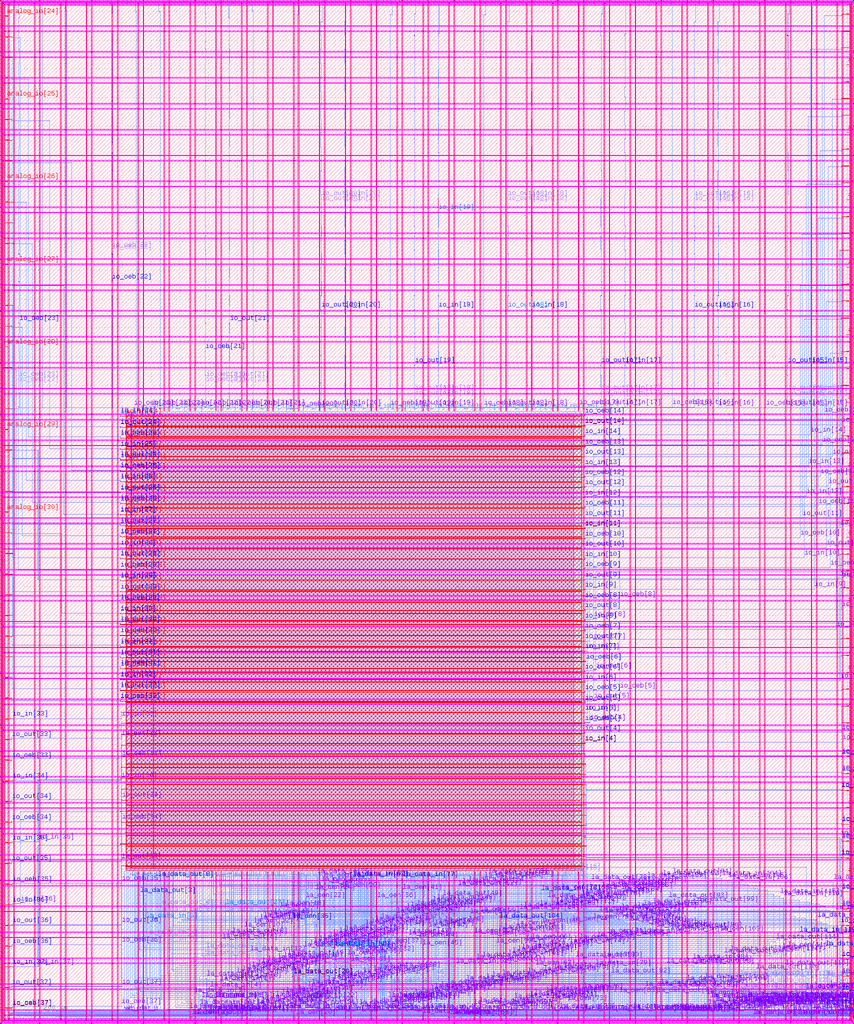
<source format=lef>
VERSION 5.7 ;
  NOWIREEXTENSIONATPIN ON ;
  DIVIDERCHAR "/" ;
  BUSBITCHARS "[]" ;
MACRO user_project_wrapper
  CLASS BLOCK ;
  FOREIGN user_project_wrapper ;
  ORIGIN 0.000 0.000 ;
  SIZE 2920.000 BY 3520.000 ;
  PIN analog_io[0]
    DIRECTION INOUT ;
    PORT
      LAYER met3 ;
        RECT 2917.600 28.980 2924.800 30.180 ;
    END
  END analog_io[0]
  PIN analog_io[10]
    DIRECTION INOUT ;
    PORT
      LAYER met3 ;
        RECT 2917.600 2374.980 2924.800 2376.180 ;
    END
  END analog_io[10]
  PIN analog_io[11]
    DIRECTION INOUT ;
    PORT
      LAYER met3 ;
        RECT 2917.600 2609.580 2924.800 2610.780 ;
    END
  END analog_io[11]
  PIN analog_io[12]
    DIRECTION INOUT ;
    PORT
      LAYER met3 ;
        RECT 2917.600 2844.180 2924.800 2845.380 ;
    END
  END analog_io[12]
  PIN analog_io[13]
    DIRECTION INOUT ;
    PORT
      LAYER met3 ;
        RECT 2917.600 3078.780 2924.800 3079.980 ;
    END
  END analog_io[13]
  PIN analog_io[14]
    DIRECTION INOUT ;
    PORT
      LAYER met3 ;
        RECT 2917.600 3313.380 2924.800 3314.580 ;
    END
  END analog_io[14]
  PIN analog_io[15]
    DIRECTION INOUT ;
    PORT
      LAYER met2 ;
        RECT 2879.090 3517.600 2879.650 3524.800 ;
    END
  END analog_io[15]
  PIN analog_io[16]
    DIRECTION INOUT ;
    PORT
      LAYER met2 ;
        RECT 2554.790 3517.600 2555.350 3524.800 ;
    END
  END analog_io[16]
  PIN analog_io[17]
    DIRECTION INOUT ;
    PORT
      LAYER met2 ;
        RECT 2230.490 3517.600 2231.050 3524.800 ;
    END
  END analog_io[17]
  PIN analog_io[18]
    DIRECTION INOUT ;
    PORT
      LAYER met2 ;
        RECT 1905.730 3517.600 1906.290 3524.800 ;
    END
  END analog_io[18]
  PIN analog_io[19]
    DIRECTION INOUT ;
    PORT
      LAYER met2 ;
        RECT 1581.430 3517.600 1581.990 3524.800 ;
    END
  END analog_io[19]
  PIN analog_io[1]
    DIRECTION INOUT ;
    PORT
      LAYER met3 ;
        RECT 2917.600 263.580 2924.800 264.780 ;
    END
  END analog_io[1]
  PIN analog_io[20]
    DIRECTION INOUT ;
    PORT
      LAYER met2 ;
        RECT 1257.130 3517.600 1257.690 3524.800 ;
    END
  END analog_io[20]
  PIN analog_io[21]
    DIRECTION INOUT ;
    PORT
      LAYER met2 ;
        RECT 932.370 3517.600 932.930 3524.800 ;
    END
  END analog_io[21]
  PIN analog_io[22]
    DIRECTION INOUT ;
    PORT
      LAYER met2 ;
        RECT 608.070 3517.600 608.630 3524.800 ;
    END
  END analog_io[22]
  PIN analog_io[23]
    DIRECTION INOUT ;
    PORT
      LAYER met2 ;
        RECT 283.770 3517.600 284.330 3524.800 ;
    END
  END analog_io[23]
  PIN analog_io[24]
    DIRECTION INOUT ;
    PORT
      LAYER met3 ;
        RECT -4.800 3482.700 2.400 3483.900 ;
    END
  END analog_io[24]
  PIN analog_io[25]
    DIRECTION INOUT ;
    PORT
      LAYER met3 ;
        RECT -4.800 3195.060 2.400 3196.260 ;
    END
  END analog_io[25]
  PIN analog_io[26]
    DIRECTION INOUT ;
    PORT
      LAYER met3 ;
        RECT -4.800 2908.100 2.400 2909.300 ;
    END
  END analog_io[26]
  PIN analog_io[27]
    DIRECTION INOUT ;
    PORT
      LAYER met3 ;
        RECT -4.800 2620.460 2.400 2621.660 ;
    END
  END analog_io[27]
  PIN analog_io[28]
    DIRECTION INOUT ;
    PORT
      LAYER met3 ;
        RECT -4.800 2333.500 2.400 2334.700 ;
    END
  END analog_io[28]
  PIN analog_io[29]
    DIRECTION INOUT ;
    PORT
      LAYER met3 ;
        RECT -4.800 2045.860 2.400 2047.060 ;
    END
  END analog_io[29]
  PIN analog_io[2]
    DIRECTION INOUT ;
    PORT
      LAYER met3 ;
        RECT 2917.600 498.180 2924.800 499.380 ;
    END
  END analog_io[2]
  PIN analog_io[30]
    DIRECTION INOUT ;
    PORT
      LAYER met3 ;
        RECT -4.800 1758.900 2.400 1760.100 ;
    END
  END analog_io[30]
  PIN analog_io[3]
    DIRECTION INOUT ;
    PORT
      LAYER met3 ;
        RECT 2917.600 732.780 2924.800 733.980 ;
    END
  END analog_io[3]
  PIN analog_io[4]
    DIRECTION INOUT ;
    PORT
      LAYER met3 ;
        RECT 2917.600 967.380 2924.800 968.580 ;
    END
  END analog_io[4]
  PIN analog_io[5]
    DIRECTION INOUT ;
    PORT
      LAYER met3 ;
        RECT 2917.600 1201.980 2924.800 1203.180 ;
    END
  END analog_io[5]
  PIN analog_io[6]
    DIRECTION INOUT ;
    PORT
      LAYER met3 ;
        RECT 2917.600 1436.580 2924.800 1437.780 ;
    END
  END analog_io[6]
  PIN analog_io[7]
    DIRECTION INOUT ;
    PORT
      LAYER met3 ;
        RECT 2917.600 1671.180 2924.800 1672.380 ;
    END
  END analog_io[7]
  PIN analog_io[8]
    DIRECTION INOUT ;
    PORT
      LAYER met3 ;
        RECT 2917.600 1905.780 2924.800 1906.980 ;
    END
  END analog_io[8]
  PIN analog_io[9]
    DIRECTION INOUT ;
    PORT
      LAYER met3 ;
        RECT 2917.600 2140.380 2924.800 2141.580 ;
    END
  END analog_io[9]
  PIN io_in[0]
    DIRECTION INPUT ;
    PORT
      LAYER met1 ;
        RECT 2007.970 524.520 2008.290 524.580 ;
        RECT 2777.090 524.520 2777.410 524.580 ;
        RECT 2007.970 524.380 2777.410 524.520 ;
        RECT 2007.970 524.320 2008.290 524.380 ;
        RECT 2777.090 524.320 2777.410 524.380 ;
        RECT 2777.090 89.660 2777.410 89.720 ;
        RECT 2898.990 89.660 2899.310 89.720 ;
        RECT 2777.090 89.520 2899.310 89.660 ;
        RECT 2777.090 89.460 2777.410 89.520 ;
        RECT 2898.990 89.460 2899.310 89.520 ;
      LAYER via ;
        RECT 2008.000 524.320 2008.260 524.580 ;
        RECT 2777.120 524.320 2777.380 524.580 ;
        RECT 2777.120 89.460 2777.380 89.720 ;
        RECT 2899.020 89.460 2899.280 89.720 ;
      LAYER met2 ;
        RECT 2007.990 527.835 2008.270 528.205 ;
        RECT 2008.060 524.610 2008.200 527.835 ;
        RECT 2008.000 524.290 2008.260 524.610 ;
        RECT 2777.120 524.290 2777.380 524.610 ;
        RECT 2777.180 89.750 2777.320 524.290 ;
        RECT 2777.120 89.430 2777.380 89.750 ;
        RECT 2899.020 89.430 2899.280 89.750 ;
        RECT 2899.080 88.245 2899.220 89.430 ;
        RECT 2899.010 87.875 2899.290 88.245 ;
      LAYER via2 ;
        RECT 2007.990 527.880 2008.270 528.160 ;
        RECT 2899.010 87.920 2899.290 88.200 ;
      LAYER met3 ;
        RECT 1997.465 528.170 2001.465 528.320 ;
        RECT 2007.965 528.170 2008.295 528.185 ;
        RECT 1997.465 527.870 2008.295 528.170 ;
        RECT 1997.465 527.720 2001.465 527.870 ;
        RECT 2007.965 527.855 2008.295 527.870 ;
        RECT 2898.985 88.210 2899.315 88.225 ;
        RECT 2917.600 88.210 2924.800 88.660 ;
        RECT 2898.985 87.910 2924.800 88.210 ;
        RECT 2898.985 87.895 2899.315 87.910 ;
        RECT 2917.600 87.460 2924.800 87.910 ;
    END
  END io_in[0]
  PIN io_in[10]
    DIRECTION INPUT ;
    PORT
      LAYER met1 ;
        RECT 2770.190 2429.200 2770.510 2429.260 ;
        RECT 2899.450 2429.200 2899.770 2429.260 ;
        RECT 2770.190 2429.060 2899.770 2429.200 ;
        RECT 2770.190 2429.000 2770.510 2429.060 ;
        RECT 2899.450 2429.000 2899.770 2429.060 ;
        RECT 2007.970 1600.620 2008.290 1600.680 ;
        RECT 2770.190 1600.620 2770.510 1600.680 ;
        RECT 2007.970 1600.480 2770.510 1600.620 ;
        RECT 2007.970 1600.420 2008.290 1600.480 ;
        RECT 2770.190 1600.420 2770.510 1600.480 ;
      LAYER via ;
        RECT 2770.220 2429.000 2770.480 2429.260 ;
        RECT 2899.480 2429.000 2899.740 2429.260 ;
        RECT 2008.000 1600.420 2008.260 1600.680 ;
        RECT 2770.220 1600.420 2770.480 1600.680 ;
      LAYER met2 ;
        RECT 2899.470 2433.875 2899.750 2434.245 ;
        RECT 2899.540 2429.290 2899.680 2433.875 ;
        RECT 2770.220 2428.970 2770.480 2429.290 ;
        RECT 2899.480 2428.970 2899.740 2429.290 ;
        RECT 2770.280 1600.710 2770.420 2428.970 ;
        RECT 2008.000 1600.390 2008.260 1600.710 ;
        RECT 2770.220 1600.390 2770.480 1600.710 ;
        RECT 2008.060 1595.805 2008.200 1600.390 ;
        RECT 2007.990 1595.435 2008.270 1595.805 ;
      LAYER via2 ;
        RECT 2899.470 2433.920 2899.750 2434.200 ;
        RECT 2007.990 1595.480 2008.270 1595.760 ;
      LAYER met3 ;
        RECT 2899.445 2434.210 2899.775 2434.225 ;
        RECT 2917.600 2434.210 2924.800 2434.660 ;
        RECT 2899.445 2433.910 2924.800 2434.210 ;
        RECT 2899.445 2433.895 2899.775 2433.910 ;
        RECT 2917.600 2433.460 2924.800 2433.910 ;
        RECT 1997.465 1595.770 2001.465 1595.920 ;
        RECT 2007.965 1595.770 2008.295 1595.785 ;
        RECT 1997.465 1595.470 2008.295 1595.770 ;
        RECT 1997.465 1595.320 2001.465 1595.470 ;
        RECT 2007.965 1595.455 2008.295 1595.470 ;
    END
  END io_in[10]
  PIN io_in[11]
    DIRECTION INPUT ;
    PORT
      LAYER met1 ;
        RECT 2007.970 1704.320 2008.290 1704.380 ;
        RECT 2894.390 1704.320 2894.710 1704.380 ;
        RECT 2007.970 1704.180 2894.710 1704.320 ;
        RECT 2007.970 1704.120 2008.290 1704.180 ;
        RECT 2894.390 1704.120 2894.710 1704.180 ;
      LAYER via ;
        RECT 2008.000 1704.120 2008.260 1704.380 ;
        RECT 2894.420 1704.120 2894.680 1704.380 ;
      LAYER met2 ;
        RECT 2894.410 2669.155 2894.690 2669.525 ;
        RECT 2894.480 1704.410 2894.620 2669.155 ;
        RECT 2008.000 1704.090 2008.260 1704.410 ;
        RECT 2894.420 1704.090 2894.680 1704.410 ;
        RECT 2008.060 1702.565 2008.200 1704.090 ;
        RECT 2007.990 1702.195 2008.270 1702.565 ;
      LAYER via2 ;
        RECT 2894.410 2669.200 2894.690 2669.480 ;
        RECT 2007.990 1702.240 2008.270 1702.520 ;
      LAYER met3 ;
        RECT 2894.385 2669.490 2894.715 2669.505 ;
        RECT 2917.600 2669.490 2924.800 2669.940 ;
        RECT 2894.385 2669.190 2924.800 2669.490 ;
        RECT 2894.385 2669.175 2894.715 2669.190 ;
        RECT 2917.600 2668.740 2924.800 2669.190 ;
        RECT 1997.465 1702.530 2001.465 1702.680 ;
        RECT 2007.965 1702.530 2008.295 1702.545 ;
        RECT 1997.465 1702.230 2008.295 1702.530 ;
        RECT 1997.465 1702.080 2001.465 1702.230 ;
        RECT 2007.965 1702.215 2008.295 1702.230 ;
    END
  END io_in[11]
  PIN io_in[12]
    DIRECTION INPUT ;
    PORT
      LAYER met1 ;
        RECT 2777.090 2898.400 2777.410 2898.460 ;
        RECT 2900.830 2898.400 2901.150 2898.460 ;
        RECT 2777.090 2898.260 2901.150 2898.400 ;
        RECT 2777.090 2898.200 2777.410 2898.260 ;
        RECT 2900.830 2898.200 2901.150 2898.260 ;
        RECT 2007.970 1814.480 2008.290 1814.540 ;
        RECT 2777.090 1814.480 2777.410 1814.540 ;
        RECT 2007.970 1814.340 2777.410 1814.480 ;
        RECT 2007.970 1814.280 2008.290 1814.340 ;
        RECT 2777.090 1814.280 2777.410 1814.340 ;
      LAYER via ;
        RECT 2777.120 2898.200 2777.380 2898.460 ;
        RECT 2900.860 2898.200 2901.120 2898.460 ;
        RECT 2008.000 1814.280 2008.260 1814.540 ;
        RECT 2777.120 1814.280 2777.380 1814.540 ;
      LAYER met2 ;
        RECT 2900.850 2903.755 2901.130 2904.125 ;
        RECT 2900.920 2898.490 2901.060 2903.755 ;
        RECT 2777.120 2898.170 2777.380 2898.490 ;
        RECT 2900.860 2898.170 2901.120 2898.490 ;
        RECT 2777.180 1814.570 2777.320 2898.170 ;
        RECT 2008.000 1814.250 2008.260 1814.570 ;
        RECT 2777.120 1814.250 2777.380 1814.570 ;
        RECT 2008.060 1809.325 2008.200 1814.250 ;
        RECT 2007.990 1808.955 2008.270 1809.325 ;
      LAYER via2 ;
        RECT 2900.850 2903.800 2901.130 2904.080 ;
        RECT 2007.990 1809.000 2008.270 1809.280 ;
      LAYER met3 ;
        RECT 2900.825 2904.090 2901.155 2904.105 ;
        RECT 2917.600 2904.090 2924.800 2904.540 ;
        RECT 2900.825 2903.790 2924.800 2904.090 ;
        RECT 2900.825 2903.775 2901.155 2903.790 ;
        RECT 2917.600 2903.340 2924.800 2903.790 ;
        RECT 1997.465 1809.290 2001.465 1809.440 ;
        RECT 2007.965 1809.290 2008.295 1809.305 ;
        RECT 1997.465 1808.990 2008.295 1809.290 ;
        RECT 1997.465 1808.840 2001.465 1808.990 ;
        RECT 2007.965 1808.975 2008.295 1808.990 ;
    END
  END io_in[12]
  PIN io_in[13]
    DIRECTION INPUT ;
    PORT
      LAYER met1 ;
        RECT 2783.990 3133.000 2784.310 3133.060 ;
        RECT 2900.830 3133.000 2901.150 3133.060 ;
        RECT 2783.990 3132.860 2901.150 3133.000 ;
        RECT 2783.990 3132.800 2784.310 3132.860 ;
        RECT 2900.830 3132.800 2901.150 3132.860 ;
        RECT 2007.970 1918.180 2008.290 1918.240 ;
        RECT 2783.990 1918.180 2784.310 1918.240 ;
        RECT 2007.970 1918.040 2784.310 1918.180 ;
        RECT 2007.970 1917.980 2008.290 1918.040 ;
        RECT 2783.990 1917.980 2784.310 1918.040 ;
      LAYER via ;
        RECT 2784.020 3132.800 2784.280 3133.060 ;
        RECT 2900.860 3132.800 2901.120 3133.060 ;
        RECT 2008.000 1917.980 2008.260 1918.240 ;
        RECT 2784.020 1917.980 2784.280 1918.240 ;
      LAYER met2 ;
        RECT 2900.850 3138.355 2901.130 3138.725 ;
        RECT 2900.920 3133.090 2901.060 3138.355 ;
        RECT 2784.020 3132.770 2784.280 3133.090 ;
        RECT 2900.860 3132.770 2901.120 3133.090 ;
        RECT 2784.080 1918.270 2784.220 3132.770 ;
        RECT 2008.000 1917.950 2008.260 1918.270 ;
        RECT 2784.020 1917.950 2784.280 1918.270 ;
        RECT 2008.060 1916.085 2008.200 1917.950 ;
        RECT 2007.990 1915.715 2008.270 1916.085 ;
      LAYER via2 ;
        RECT 2900.850 3138.400 2901.130 3138.680 ;
        RECT 2007.990 1915.760 2008.270 1916.040 ;
      LAYER met3 ;
        RECT 2900.825 3138.690 2901.155 3138.705 ;
        RECT 2917.600 3138.690 2924.800 3139.140 ;
        RECT 2900.825 3138.390 2924.800 3138.690 ;
        RECT 2900.825 3138.375 2901.155 3138.390 ;
        RECT 2917.600 3137.940 2924.800 3138.390 ;
        RECT 1997.465 1916.050 2001.465 1916.200 ;
        RECT 2007.965 1916.050 2008.295 1916.065 ;
        RECT 1997.465 1915.750 2008.295 1916.050 ;
        RECT 1997.465 1915.600 2001.465 1915.750 ;
        RECT 2007.965 1915.735 2008.295 1915.750 ;
    END
  END io_in[13]
  PIN io_in[14]
    DIRECTION INPUT ;
    PORT
      LAYER met1 ;
        RECT 2790.890 3367.600 2791.210 3367.660 ;
        RECT 2900.830 3367.600 2901.150 3367.660 ;
        RECT 2790.890 3367.460 2901.150 3367.600 ;
        RECT 2790.890 3367.400 2791.210 3367.460 ;
        RECT 2900.830 3367.400 2901.150 3367.460 ;
        RECT 2007.970 2028.340 2008.290 2028.400 ;
        RECT 2790.890 2028.340 2791.210 2028.400 ;
        RECT 2007.970 2028.200 2791.210 2028.340 ;
        RECT 2007.970 2028.140 2008.290 2028.200 ;
        RECT 2790.890 2028.140 2791.210 2028.200 ;
      LAYER via ;
        RECT 2790.920 3367.400 2791.180 3367.660 ;
        RECT 2900.860 3367.400 2901.120 3367.660 ;
        RECT 2008.000 2028.140 2008.260 2028.400 ;
        RECT 2790.920 2028.140 2791.180 2028.400 ;
      LAYER met2 ;
        RECT 2900.850 3372.955 2901.130 3373.325 ;
        RECT 2900.920 3367.690 2901.060 3372.955 ;
        RECT 2790.920 3367.370 2791.180 3367.690 ;
        RECT 2900.860 3367.370 2901.120 3367.690 ;
        RECT 2790.980 2028.430 2791.120 3367.370 ;
        RECT 2008.000 2028.110 2008.260 2028.430 ;
        RECT 2790.920 2028.110 2791.180 2028.430 ;
        RECT 2008.060 2022.845 2008.200 2028.110 ;
        RECT 2007.990 2022.475 2008.270 2022.845 ;
      LAYER via2 ;
        RECT 2900.850 3373.000 2901.130 3373.280 ;
        RECT 2007.990 2022.520 2008.270 2022.800 ;
      LAYER met3 ;
        RECT 2900.825 3373.290 2901.155 3373.305 ;
        RECT 2917.600 3373.290 2924.800 3373.740 ;
        RECT 2900.825 3372.990 2924.800 3373.290 ;
        RECT 2900.825 3372.975 2901.155 3372.990 ;
        RECT 2917.600 3372.540 2924.800 3372.990 ;
        RECT 1997.465 2022.810 2001.465 2022.960 ;
        RECT 2007.965 2022.810 2008.295 2022.825 ;
        RECT 1997.465 2022.510 2008.295 2022.810 ;
        RECT 1997.465 2022.360 2001.465 2022.510 ;
        RECT 2007.965 2022.495 2008.295 2022.510 ;
    END
  END io_in[14]
  PIN io_in[15]
    DIRECTION INPUT ;
    PORT
      LAYER li1 ;
        RECT 2796.485 3332.765 2796.655 3415.555 ;
        RECT 2795.565 3008.405 2795.735 3042.915 ;
        RECT 2796.485 2946.525 2796.655 2994.635 ;
        RECT 2795.105 2753.065 2795.275 2801.175 ;
        RECT 2795.565 2428.705 2795.735 2463.215 ;
        RECT 2795.565 2331.805 2795.735 2366.655 ;
        RECT 2795.565 2138.685 2795.735 2173.535 ;
      LAYER mcon ;
        RECT 2796.485 3415.385 2796.655 3415.555 ;
        RECT 2795.565 3042.745 2795.735 3042.915 ;
        RECT 2796.485 2994.465 2796.655 2994.635 ;
        RECT 2795.105 2801.005 2795.275 2801.175 ;
        RECT 2795.565 2463.045 2795.735 2463.215 ;
        RECT 2795.565 2366.485 2795.735 2366.655 ;
        RECT 2795.565 2173.365 2795.735 2173.535 ;
      LAYER met1 ;
        RECT 2794.570 3422.340 2794.890 3422.400 ;
        RECT 2798.250 3422.340 2798.570 3422.400 ;
        RECT 2794.570 3422.200 2798.570 3422.340 ;
        RECT 2794.570 3422.140 2794.890 3422.200 ;
        RECT 2798.250 3422.140 2798.570 3422.200 ;
        RECT 2794.570 3415.540 2794.890 3415.600 ;
        RECT 2796.425 3415.540 2796.715 3415.585 ;
        RECT 2794.570 3415.400 2796.715 3415.540 ;
        RECT 2794.570 3415.340 2794.890 3415.400 ;
        RECT 2796.425 3415.355 2796.715 3415.400 ;
        RECT 2796.425 3332.920 2796.715 3332.965 ;
        RECT 2796.870 3332.920 2797.190 3332.980 ;
        RECT 2796.425 3332.780 2797.190 3332.920 ;
        RECT 2796.425 3332.735 2796.715 3332.780 ;
        RECT 2796.870 3332.720 2797.190 3332.780 ;
        RECT 2795.490 3236.360 2795.810 3236.420 ;
        RECT 2795.950 3236.360 2796.270 3236.420 ;
        RECT 2795.490 3236.220 2796.270 3236.360 ;
        RECT 2795.490 3236.160 2795.810 3236.220 ;
        RECT 2795.950 3236.160 2796.270 3236.220 ;
        RECT 2795.490 3202.020 2795.810 3202.080 ;
        RECT 2795.950 3202.020 2796.270 3202.080 ;
        RECT 2795.490 3201.880 2796.270 3202.020 ;
        RECT 2795.490 3201.820 2795.810 3201.880 ;
        RECT 2795.950 3201.820 2796.270 3201.880 ;
        RECT 2795.030 3153.400 2795.350 3153.460 ;
        RECT 2795.950 3153.400 2796.270 3153.460 ;
        RECT 2795.030 3153.260 2796.270 3153.400 ;
        RECT 2795.030 3153.200 2795.350 3153.260 ;
        RECT 2795.950 3153.200 2796.270 3153.260 ;
        RECT 2795.030 3056.840 2795.350 3056.900 ;
        RECT 2795.950 3056.840 2796.270 3056.900 ;
        RECT 2795.030 3056.700 2796.270 3056.840 ;
        RECT 2795.030 3056.640 2795.350 3056.700 ;
        RECT 2795.950 3056.640 2796.270 3056.700 ;
        RECT 2795.490 3042.900 2795.810 3042.960 ;
        RECT 2795.295 3042.760 2795.810 3042.900 ;
        RECT 2795.490 3042.700 2795.810 3042.760 ;
        RECT 2795.505 3008.560 2795.795 3008.605 ;
        RECT 2796.410 3008.560 2796.730 3008.620 ;
        RECT 2795.505 3008.420 2796.730 3008.560 ;
        RECT 2795.505 3008.375 2795.795 3008.420 ;
        RECT 2796.410 3008.360 2796.730 3008.420 ;
        RECT 2796.410 2994.620 2796.730 2994.680 ;
        RECT 2796.215 2994.480 2796.730 2994.620 ;
        RECT 2796.410 2994.420 2796.730 2994.480 ;
        RECT 2796.425 2946.680 2796.715 2946.725 ;
        RECT 2796.870 2946.680 2797.190 2946.740 ;
        RECT 2796.425 2946.540 2797.190 2946.680 ;
        RECT 2796.425 2946.495 2796.715 2946.540 ;
        RECT 2796.870 2946.480 2797.190 2946.540 ;
        RECT 2796.870 2912.340 2797.190 2912.400 ;
        RECT 2796.500 2912.200 2797.190 2912.340 ;
        RECT 2796.500 2911.720 2796.640 2912.200 ;
        RECT 2796.870 2912.140 2797.190 2912.200 ;
        RECT 2796.410 2911.460 2796.730 2911.720 ;
        RECT 2795.030 2815.580 2795.350 2815.840 ;
        RECT 2795.120 2815.160 2795.260 2815.580 ;
        RECT 2795.030 2814.900 2795.350 2815.160 ;
        RECT 2795.030 2801.160 2795.350 2801.220 ;
        RECT 2794.835 2801.020 2795.350 2801.160 ;
        RECT 2795.030 2800.960 2795.350 2801.020 ;
        RECT 2795.045 2753.220 2795.335 2753.265 ;
        RECT 2795.950 2753.220 2796.270 2753.280 ;
        RECT 2795.045 2753.080 2796.270 2753.220 ;
        RECT 2795.045 2753.035 2795.335 2753.080 ;
        RECT 2795.950 2753.020 2796.270 2753.080 ;
        RECT 2795.030 2718.200 2795.350 2718.260 ;
        RECT 2795.950 2718.200 2796.270 2718.260 ;
        RECT 2795.030 2718.060 2796.270 2718.200 ;
        RECT 2795.030 2718.000 2795.350 2718.060 ;
        RECT 2795.950 2718.000 2796.270 2718.060 ;
        RECT 2795.030 2670.260 2795.350 2670.320 ;
        RECT 2795.950 2670.260 2796.270 2670.320 ;
        RECT 2795.030 2670.120 2796.270 2670.260 ;
        RECT 2795.030 2670.060 2795.350 2670.120 ;
        RECT 2795.950 2670.060 2796.270 2670.120 ;
        RECT 2795.950 2622.120 2796.270 2622.380 ;
        RECT 2796.040 2621.980 2796.180 2622.120 ;
        RECT 2796.410 2621.980 2796.730 2622.040 ;
        RECT 2796.040 2621.840 2796.730 2621.980 ;
        RECT 2796.410 2621.780 2796.730 2621.840 ;
        RECT 2795.490 2560.100 2795.810 2560.160 ;
        RECT 2796.870 2560.100 2797.190 2560.160 ;
        RECT 2795.490 2559.960 2797.190 2560.100 ;
        RECT 2795.490 2559.900 2795.810 2559.960 ;
        RECT 2796.870 2559.900 2797.190 2559.960 ;
        RECT 2795.950 2511.820 2796.270 2511.880 ;
        RECT 2796.870 2511.820 2797.190 2511.880 ;
        RECT 2795.950 2511.680 2797.190 2511.820 ;
        RECT 2795.950 2511.620 2796.270 2511.680 ;
        RECT 2796.870 2511.620 2797.190 2511.680 ;
        RECT 2795.490 2463.200 2795.810 2463.260 ;
        RECT 2795.295 2463.060 2795.810 2463.200 ;
        RECT 2795.490 2463.000 2795.810 2463.060 ;
        RECT 2795.490 2428.860 2795.810 2428.920 ;
        RECT 2795.295 2428.720 2795.810 2428.860 ;
        RECT 2795.490 2428.660 2795.810 2428.720 ;
        RECT 2795.030 2380.580 2795.350 2380.640 ;
        RECT 2795.950 2380.580 2796.270 2380.640 ;
        RECT 2795.030 2380.440 2796.270 2380.580 ;
        RECT 2795.030 2380.380 2795.350 2380.440 ;
        RECT 2795.950 2380.380 2796.270 2380.440 ;
        RECT 2795.490 2366.640 2795.810 2366.700 ;
        RECT 2795.295 2366.500 2795.810 2366.640 ;
        RECT 2795.490 2366.440 2795.810 2366.500 ;
        RECT 2795.490 2331.960 2795.810 2332.020 ;
        RECT 2795.295 2331.820 2795.810 2331.960 ;
        RECT 2795.490 2331.760 2795.810 2331.820 ;
        RECT 2794.570 2235.540 2794.890 2235.800 ;
        RECT 2794.660 2235.400 2794.800 2235.540 ;
        RECT 2795.030 2235.400 2795.350 2235.460 ;
        RECT 2794.660 2235.260 2795.350 2235.400 ;
        RECT 2795.030 2235.200 2795.350 2235.260 ;
        RECT 2795.490 2173.520 2795.810 2173.580 ;
        RECT 2795.295 2173.380 2795.810 2173.520 ;
        RECT 2795.490 2173.320 2795.810 2173.380 ;
        RECT 2795.490 2138.840 2795.810 2138.900 ;
        RECT 2795.295 2138.700 2795.810 2138.840 ;
        RECT 2795.490 2138.640 2795.810 2138.700 ;
        RECT 1971.630 2121.840 1971.950 2121.900 ;
        RECT 2795.950 2121.840 2796.270 2121.900 ;
        RECT 1971.630 2121.700 2796.270 2121.840 ;
        RECT 1971.630 2121.640 1971.950 2121.700 ;
        RECT 2795.950 2121.640 2796.270 2121.700 ;
      LAYER via ;
        RECT 2794.600 3422.140 2794.860 3422.400 ;
        RECT 2798.280 3422.140 2798.540 3422.400 ;
        RECT 2794.600 3415.340 2794.860 3415.600 ;
        RECT 2796.900 3332.720 2797.160 3332.980 ;
        RECT 2795.520 3236.160 2795.780 3236.420 ;
        RECT 2795.980 3236.160 2796.240 3236.420 ;
        RECT 2795.520 3201.820 2795.780 3202.080 ;
        RECT 2795.980 3201.820 2796.240 3202.080 ;
        RECT 2795.060 3153.200 2795.320 3153.460 ;
        RECT 2795.980 3153.200 2796.240 3153.460 ;
        RECT 2795.060 3056.640 2795.320 3056.900 ;
        RECT 2795.980 3056.640 2796.240 3056.900 ;
        RECT 2795.520 3042.700 2795.780 3042.960 ;
        RECT 2796.440 3008.360 2796.700 3008.620 ;
        RECT 2796.440 2994.420 2796.700 2994.680 ;
        RECT 2796.900 2946.480 2797.160 2946.740 ;
        RECT 2796.900 2912.140 2797.160 2912.400 ;
        RECT 2796.440 2911.460 2796.700 2911.720 ;
        RECT 2795.060 2815.580 2795.320 2815.840 ;
        RECT 2795.060 2814.900 2795.320 2815.160 ;
        RECT 2795.060 2800.960 2795.320 2801.220 ;
        RECT 2795.980 2753.020 2796.240 2753.280 ;
        RECT 2795.060 2718.000 2795.320 2718.260 ;
        RECT 2795.980 2718.000 2796.240 2718.260 ;
        RECT 2795.060 2670.060 2795.320 2670.320 ;
        RECT 2795.980 2670.060 2796.240 2670.320 ;
        RECT 2795.980 2622.120 2796.240 2622.380 ;
        RECT 2796.440 2621.780 2796.700 2622.040 ;
        RECT 2795.520 2559.900 2795.780 2560.160 ;
        RECT 2796.900 2559.900 2797.160 2560.160 ;
        RECT 2795.980 2511.620 2796.240 2511.880 ;
        RECT 2796.900 2511.620 2797.160 2511.880 ;
        RECT 2795.520 2463.000 2795.780 2463.260 ;
        RECT 2795.520 2428.660 2795.780 2428.920 ;
        RECT 2795.060 2380.380 2795.320 2380.640 ;
        RECT 2795.980 2380.380 2796.240 2380.640 ;
        RECT 2795.520 2366.440 2795.780 2366.700 ;
        RECT 2795.520 2331.760 2795.780 2332.020 ;
        RECT 2794.600 2235.540 2794.860 2235.800 ;
        RECT 2795.060 2235.200 2795.320 2235.460 ;
        RECT 2795.520 2173.320 2795.780 2173.580 ;
        RECT 2795.520 2138.640 2795.780 2138.900 ;
        RECT 1971.660 2121.640 1971.920 2121.900 ;
        RECT 2795.980 2121.640 2796.240 2121.900 ;
      LAYER met2 ;
        RECT 2798.130 3517.600 2798.690 3524.800 ;
        RECT 2798.340 3422.430 2798.480 3517.600 ;
        RECT 2794.600 3422.110 2794.860 3422.430 ;
        RECT 2798.280 3422.110 2798.540 3422.430 ;
        RECT 2794.660 3415.630 2794.800 3422.110 ;
        RECT 2794.600 3415.310 2794.860 3415.630 ;
        RECT 2796.900 3332.690 2797.160 3333.010 ;
        RECT 2796.960 3298.410 2797.100 3332.690 ;
        RECT 2796.040 3298.270 2797.100 3298.410 ;
        RECT 2796.040 3236.450 2796.180 3298.270 ;
        RECT 2795.520 3236.130 2795.780 3236.450 ;
        RECT 2795.980 3236.130 2796.240 3236.450 ;
        RECT 2795.580 3202.110 2795.720 3236.130 ;
        RECT 2795.520 3201.790 2795.780 3202.110 ;
        RECT 2795.980 3201.790 2796.240 3202.110 ;
        RECT 2796.040 3153.490 2796.180 3201.790 ;
        RECT 2795.060 3153.170 2795.320 3153.490 ;
        RECT 2795.980 3153.170 2796.240 3153.490 ;
        RECT 2795.120 3152.890 2795.260 3153.170 ;
        RECT 2795.120 3152.750 2795.720 3152.890 ;
        RECT 2795.580 3105.290 2795.720 3152.750 ;
        RECT 2795.580 3105.150 2796.180 3105.290 ;
        RECT 2796.040 3056.930 2796.180 3105.150 ;
        RECT 2795.060 3056.610 2795.320 3056.930 ;
        RECT 2795.980 3056.610 2796.240 3056.930 ;
        RECT 2795.120 3056.330 2795.260 3056.610 ;
        RECT 2795.120 3056.190 2795.720 3056.330 ;
        RECT 2795.580 3042.990 2795.720 3056.190 ;
        RECT 2795.520 3042.670 2795.780 3042.990 ;
        RECT 2796.440 3008.330 2796.700 3008.650 ;
        RECT 2796.500 2994.710 2796.640 3008.330 ;
        RECT 2796.440 2994.390 2796.700 2994.710 ;
        RECT 2796.900 2946.450 2797.160 2946.770 ;
        RECT 2796.960 2912.430 2797.100 2946.450 ;
        RECT 2796.900 2912.110 2797.160 2912.430 ;
        RECT 2796.440 2911.430 2796.700 2911.750 ;
        RECT 2796.500 2863.210 2796.640 2911.430 ;
        RECT 2795.580 2863.070 2796.640 2863.210 ;
        RECT 2795.580 2849.610 2795.720 2863.070 ;
        RECT 2795.120 2849.470 2795.720 2849.610 ;
        RECT 2795.120 2815.870 2795.260 2849.470 ;
        RECT 2795.060 2815.550 2795.320 2815.870 ;
        RECT 2795.060 2814.870 2795.320 2815.190 ;
        RECT 2795.120 2801.250 2795.260 2814.870 ;
        RECT 2795.060 2800.930 2795.320 2801.250 ;
        RECT 2795.980 2752.990 2796.240 2753.310 ;
        RECT 2796.040 2718.290 2796.180 2752.990 ;
        RECT 2795.060 2717.970 2795.320 2718.290 ;
        RECT 2795.980 2717.970 2796.240 2718.290 ;
        RECT 2795.120 2670.350 2795.260 2717.970 ;
        RECT 2795.060 2670.030 2795.320 2670.350 ;
        RECT 2795.980 2670.030 2796.240 2670.350 ;
        RECT 2796.040 2622.410 2796.180 2670.030 ;
        RECT 2795.980 2622.090 2796.240 2622.410 ;
        RECT 2796.440 2621.750 2796.700 2622.070 ;
        RECT 2796.500 2608.325 2796.640 2621.750 ;
        RECT 2795.510 2607.955 2795.790 2608.325 ;
        RECT 2796.430 2607.955 2796.710 2608.325 ;
        RECT 2795.580 2560.190 2795.720 2607.955 ;
        RECT 2795.520 2559.870 2795.780 2560.190 ;
        RECT 2796.900 2559.870 2797.160 2560.190 ;
        RECT 2796.960 2511.910 2797.100 2559.870 ;
        RECT 2795.980 2511.765 2796.240 2511.910 ;
        RECT 2794.590 2511.395 2794.870 2511.765 ;
        RECT 2795.970 2511.395 2796.250 2511.765 ;
        RECT 2796.900 2511.590 2797.160 2511.910 ;
        RECT 2794.660 2463.485 2794.800 2511.395 ;
        RECT 2794.590 2463.115 2794.870 2463.485 ;
        RECT 2795.510 2463.115 2795.790 2463.485 ;
        RECT 2795.520 2462.970 2795.780 2463.115 ;
        RECT 2795.520 2428.630 2795.780 2428.950 ;
        RECT 2795.580 2415.090 2795.720 2428.630 ;
        RECT 2795.580 2414.950 2796.180 2415.090 ;
        RECT 2796.040 2380.670 2796.180 2414.950 ;
        RECT 2795.060 2380.410 2795.320 2380.670 ;
        RECT 2795.060 2380.350 2795.720 2380.410 ;
        RECT 2795.980 2380.350 2796.240 2380.670 ;
        RECT 2795.120 2380.270 2795.720 2380.350 ;
        RECT 2795.580 2366.730 2795.720 2380.270 ;
        RECT 2795.520 2366.410 2795.780 2366.730 ;
        RECT 2795.520 2331.730 2795.780 2332.050 ;
        RECT 2795.580 2318.530 2795.720 2331.730 ;
        RECT 2795.580 2318.390 2796.180 2318.530 ;
        RECT 2796.040 2270.365 2796.180 2318.390 ;
        RECT 2794.590 2269.995 2794.870 2270.365 ;
        RECT 2795.970 2269.995 2796.250 2270.365 ;
        RECT 2794.660 2235.830 2794.800 2269.995 ;
        RECT 2794.600 2235.510 2794.860 2235.830 ;
        RECT 2795.060 2235.170 2795.320 2235.490 ;
        RECT 2795.120 2187.290 2795.260 2235.170 ;
        RECT 2795.120 2187.150 2795.720 2187.290 ;
        RECT 2795.580 2173.610 2795.720 2187.150 ;
        RECT 2795.520 2173.290 2795.780 2173.610 ;
        RECT 2795.520 2138.610 2795.780 2138.930 ;
        RECT 2795.580 2125.410 2795.720 2138.610 ;
        RECT 2795.580 2125.270 2796.180 2125.410 ;
        RECT 2796.040 2121.930 2796.180 2125.270 ;
        RECT 1971.660 2121.610 1971.920 2121.930 ;
        RECT 2795.980 2121.610 2796.240 2121.930 ;
        RECT 1971.720 2112.185 1971.860 2121.610 ;
        RECT 1971.720 2111.740 1972.070 2112.185 ;
        RECT 1971.790 2108.185 1972.070 2111.740 ;
      LAYER via2 ;
        RECT 2795.510 2608.000 2795.790 2608.280 ;
        RECT 2796.430 2608.000 2796.710 2608.280 ;
        RECT 2794.590 2511.440 2794.870 2511.720 ;
        RECT 2795.970 2511.440 2796.250 2511.720 ;
        RECT 2794.590 2463.160 2794.870 2463.440 ;
        RECT 2795.510 2463.160 2795.790 2463.440 ;
        RECT 2794.590 2270.040 2794.870 2270.320 ;
        RECT 2795.970 2270.040 2796.250 2270.320 ;
      LAYER met3 ;
        RECT 2795.485 2608.290 2795.815 2608.305 ;
        RECT 2796.405 2608.290 2796.735 2608.305 ;
        RECT 2795.485 2607.990 2796.735 2608.290 ;
        RECT 2795.485 2607.975 2795.815 2607.990 ;
        RECT 2796.405 2607.975 2796.735 2607.990 ;
        RECT 2794.565 2511.730 2794.895 2511.745 ;
        RECT 2795.945 2511.730 2796.275 2511.745 ;
        RECT 2794.565 2511.430 2796.275 2511.730 ;
        RECT 2794.565 2511.415 2794.895 2511.430 ;
        RECT 2795.945 2511.415 2796.275 2511.430 ;
        RECT 2794.565 2463.450 2794.895 2463.465 ;
        RECT 2795.485 2463.450 2795.815 2463.465 ;
        RECT 2794.565 2463.150 2795.815 2463.450 ;
        RECT 2794.565 2463.135 2794.895 2463.150 ;
        RECT 2795.485 2463.135 2795.815 2463.150 ;
        RECT 2794.565 2270.330 2794.895 2270.345 ;
        RECT 2795.945 2270.330 2796.275 2270.345 ;
        RECT 2794.565 2270.030 2796.275 2270.330 ;
        RECT 2794.565 2270.015 2794.895 2270.030 ;
        RECT 2795.945 2270.015 2796.275 2270.030 ;
    END
  END io_in[15]
  PIN io_in[16]
    DIRECTION INPUT ;
    PORT
      LAYER li1 ;
        RECT 2470.345 2898.245 2470.515 2946.355 ;
        RECT 2470.805 2815.285 2470.975 2849.455 ;
      LAYER mcon ;
        RECT 2470.345 2946.185 2470.515 2946.355 ;
        RECT 2470.805 2849.285 2470.975 2849.455 ;
      LAYER met1 ;
        RECT 2470.270 3464.160 2470.590 3464.220 ;
        RECT 2474.410 3464.160 2474.730 3464.220 ;
        RECT 2470.270 3464.020 2474.730 3464.160 ;
        RECT 2470.270 3463.960 2470.590 3464.020 ;
        RECT 2474.410 3463.960 2474.730 3464.020 ;
        RECT 2470.270 3367.600 2470.590 3367.660 ;
        RECT 2471.190 3367.600 2471.510 3367.660 ;
        RECT 2470.270 3367.460 2471.510 3367.600 ;
        RECT 2470.270 3367.400 2470.590 3367.460 ;
        RECT 2471.190 3367.400 2471.510 3367.460 ;
        RECT 2470.270 3270.700 2470.590 3270.760 ;
        RECT 2471.190 3270.700 2471.510 3270.760 ;
        RECT 2470.270 3270.560 2471.510 3270.700 ;
        RECT 2470.270 3270.500 2470.590 3270.560 ;
        RECT 2471.190 3270.500 2471.510 3270.560 ;
        RECT 2470.270 3174.140 2470.590 3174.200 ;
        RECT 2471.190 3174.140 2471.510 3174.200 ;
        RECT 2470.270 3174.000 2471.510 3174.140 ;
        RECT 2470.270 3173.940 2470.590 3174.000 ;
        RECT 2471.190 3173.940 2471.510 3174.000 ;
        RECT 2470.270 3077.580 2470.590 3077.640 ;
        RECT 2471.190 3077.580 2471.510 3077.640 ;
        RECT 2470.270 3077.440 2471.510 3077.580 ;
        RECT 2470.270 3077.380 2470.590 3077.440 ;
        RECT 2471.190 3077.380 2471.510 3077.440 ;
        RECT 2470.270 2981.020 2470.590 2981.080 ;
        RECT 2471.190 2981.020 2471.510 2981.080 ;
        RECT 2470.270 2980.880 2471.510 2981.020 ;
        RECT 2470.270 2980.820 2470.590 2980.880 ;
        RECT 2471.190 2980.820 2471.510 2980.880 ;
        RECT 2470.285 2946.340 2470.575 2946.385 ;
        RECT 2470.730 2946.340 2471.050 2946.400 ;
        RECT 2470.285 2946.200 2471.050 2946.340 ;
        RECT 2470.285 2946.155 2470.575 2946.200 ;
        RECT 2470.730 2946.140 2471.050 2946.200 ;
        RECT 2470.270 2898.400 2470.590 2898.460 ;
        RECT 2470.075 2898.260 2470.590 2898.400 ;
        RECT 2470.270 2898.200 2470.590 2898.260 ;
        RECT 2470.730 2849.440 2471.050 2849.500 ;
        RECT 2470.535 2849.300 2471.050 2849.440 ;
        RECT 2470.730 2849.240 2471.050 2849.300 ;
        RECT 2470.745 2815.440 2471.035 2815.485 ;
        RECT 2471.650 2815.440 2471.970 2815.500 ;
        RECT 2470.745 2815.300 2471.970 2815.440 ;
        RECT 2470.745 2815.255 2471.035 2815.300 ;
        RECT 2471.650 2815.240 2471.970 2815.300 ;
        RECT 2470.730 2753.220 2471.050 2753.280 ;
        RECT 2472.110 2753.220 2472.430 2753.280 ;
        RECT 2470.730 2753.080 2472.430 2753.220 ;
        RECT 2470.730 2753.020 2471.050 2753.080 ;
        RECT 2472.110 2753.020 2472.430 2753.080 ;
        RECT 2472.110 2719.220 2472.430 2719.280 ;
        RECT 2471.740 2719.080 2472.430 2719.220 ;
        RECT 2471.740 2718.600 2471.880 2719.080 ;
        RECT 2472.110 2719.020 2472.430 2719.080 ;
        RECT 2471.650 2718.340 2471.970 2718.600 ;
        RECT 2470.730 2656.660 2471.050 2656.720 ;
        RECT 2472.110 2656.660 2472.430 2656.720 ;
        RECT 2470.730 2656.520 2472.430 2656.660 ;
        RECT 2470.730 2656.460 2471.050 2656.520 ;
        RECT 2472.110 2656.460 2472.430 2656.520 ;
        RECT 2472.110 2622.660 2472.430 2622.720 ;
        RECT 2471.740 2622.520 2472.430 2622.660 ;
        RECT 2471.740 2622.040 2471.880 2622.520 ;
        RECT 2472.110 2622.460 2472.430 2622.520 ;
        RECT 2471.650 2621.780 2471.970 2622.040 ;
        RECT 2470.730 2560.100 2471.050 2560.160 ;
        RECT 2472.110 2560.100 2472.430 2560.160 ;
        RECT 2470.730 2559.960 2472.430 2560.100 ;
        RECT 2470.730 2559.900 2471.050 2559.960 ;
        RECT 2472.110 2559.900 2472.430 2559.960 ;
        RECT 2471.190 2511.820 2471.510 2511.880 ;
        RECT 2472.110 2511.820 2472.430 2511.880 ;
        RECT 2471.190 2511.680 2472.430 2511.820 ;
        RECT 2471.190 2511.620 2471.510 2511.680 ;
        RECT 2472.110 2511.620 2472.430 2511.680 ;
        RECT 2470.270 2401.320 2470.590 2401.380 ;
        RECT 2471.190 2401.320 2471.510 2401.380 ;
        RECT 2470.270 2401.180 2471.510 2401.320 ;
        RECT 2470.270 2401.120 2470.590 2401.180 ;
        RECT 2471.190 2401.120 2471.510 2401.180 ;
        RECT 2470.270 2304.760 2470.590 2304.820 ;
        RECT 2471.190 2304.760 2471.510 2304.820 ;
        RECT 2470.270 2304.620 2471.510 2304.760 ;
        RECT 2470.270 2304.560 2470.590 2304.620 ;
        RECT 2471.190 2304.560 2471.510 2304.620 ;
        RECT 2470.270 2208.200 2470.590 2208.260 ;
        RECT 2471.190 2208.200 2471.510 2208.260 ;
        RECT 2470.270 2208.060 2471.510 2208.200 ;
        RECT 2470.270 2208.000 2470.590 2208.060 ;
        RECT 2471.190 2208.000 2471.510 2208.060 ;
        RECT 1794.990 2122.860 1795.310 2122.920 ;
        RECT 2471.190 2122.860 2471.510 2122.920 ;
        RECT 1794.990 2122.720 2471.510 2122.860 ;
        RECT 1794.990 2122.660 1795.310 2122.720 ;
        RECT 2471.190 2122.660 2471.510 2122.720 ;
      LAYER via ;
        RECT 2470.300 3463.960 2470.560 3464.220 ;
        RECT 2474.440 3463.960 2474.700 3464.220 ;
        RECT 2470.300 3367.400 2470.560 3367.660 ;
        RECT 2471.220 3367.400 2471.480 3367.660 ;
        RECT 2470.300 3270.500 2470.560 3270.760 ;
        RECT 2471.220 3270.500 2471.480 3270.760 ;
        RECT 2470.300 3173.940 2470.560 3174.200 ;
        RECT 2471.220 3173.940 2471.480 3174.200 ;
        RECT 2470.300 3077.380 2470.560 3077.640 ;
        RECT 2471.220 3077.380 2471.480 3077.640 ;
        RECT 2470.300 2980.820 2470.560 2981.080 ;
        RECT 2471.220 2980.820 2471.480 2981.080 ;
        RECT 2470.760 2946.140 2471.020 2946.400 ;
        RECT 2470.300 2898.200 2470.560 2898.460 ;
        RECT 2470.760 2849.240 2471.020 2849.500 ;
        RECT 2471.680 2815.240 2471.940 2815.500 ;
        RECT 2470.760 2753.020 2471.020 2753.280 ;
        RECT 2472.140 2753.020 2472.400 2753.280 ;
        RECT 2472.140 2719.020 2472.400 2719.280 ;
        RECT 2471.680 2718.340 2471.940 2718.600 ;
        RECT 2470.760 2656.460 2471.020 2656.720 ;
        RECT 2472.140 2656.460 2472.400 2656.720 ;
        RECT 2472.140 2622.460 2472.400 2622.720 ;
        RECT 2471.680 2621.780 2471.940 2622.040 ;
        RECT 2470.760 2559.900 2471.020 2560.160 ;
        RECT 2472.140 2559.900 2472.400 2560.160 ;
        RECT 2471.220 2511.620 2471.480 2511.880 ;
        RECT 2472.140 2511.620 2472.400 2511.880 ;
        RECT 2470.300 2401.120 2470.560 2401.380 ;
        RECT 2471.220 2401.120 2471.480 2401.380 ;
        RECT 2470.300 2304.560 2470.560 2304.820 ;
        RECT 2471.220 2304.560 2471.480 2304.820 ;
        RECT 2470.300 2208.000 2470.560 2208.260 ;
        RECT 2471.220 2208.000 2471.480 2208.260 ;
        RECT 1795.020 2122.660 1795.280 2122.920 ;
        RECT 2471.220 2122.660 2471.480 2122.920 ;
      LAYER met2 ;
        RECT 2473.830 3517.600 2474.390 3524.800 ;
        RECT 2474.040 3517.370 2474.180 3517.600 ;
        RECT 2474.040 3517.230 2474.640 3517.370 ;
        RECT 2474.500 3464.250 2474.640 3517.230 ;
        RECT 2470.300 3463.930 2470.560 3464.250 ;
        RECT 2474.440 3463.930 2474.700 3464.250 ;
        RECT 2470.360 3415.370 2470.500 3463.930 ;
        RECT 2470.360 3415.230 2471.420 3415.370 ;
        RECT 2471.280 3367.690 2471.420 3415.230 ;
        RECT 2470.300 3367.370 2470.560 3367.690 ;
        RECT 2471.220 3367.370 2471.480 3367.690 ;
        RECT 2470.360 3318.810 2470.500 3367.370 ;
        RECT 2470.360 3318.670 2471.420 3318.810 ;
        RECT 2471.280 3270.790 2471.420 3318.670 ;
        RECT 2470.300 3270.470 2470.560 3270.790 ;
        RECT 2471.220 3270.470 2471.480 3270.790 ;
        RECT 2470.360 3222.250 2470.500 3270.470 ;
        RECT 2470.360 3222.110 2471.420 3222.250 ;
        RECT 2471.280 3174.230 2471.420 3222.110 ;
        RECT 2470.300 3173.910 2470.560 3174.230 ;
        RECT 2471.220 3173.910 2471.480 3174.230 ;
        RECT 2470.360 3125.690 2470.500 3173.910 ;
        RECT 2470.360 3125.550 2471.420 3125.690 ;
        RECT 2471.280 3077.670 2471.420 3125.550 ;
        RECT 2470.300 3077.350 2470.560 3077.670 ;
        RECT 2471.220 3077.350 2471.480 3077.670 ;
        RECT 2470.360 3029.130 2470.500 3077.350 ;
        RECT 2470.360 3028.990 2471.420 3029.130 ;
        RECT 2471.280 2981.110 2471.420 3028.990 ;
        RECT 2470.300 2980.850 2470.560 2981.110 ;
        RECT 2470.300 2980.790 2470.960 2980.850 ;
        RECT 2471.220 2980.790 2471.480 2981.110 ;
        RECT 2470.360 2980.710 2470.960 2980.790 ;
        RECT 2470.820 2980.170 2470.960 2980.710 ;
        RECT 2470.820 2980.030 2471.420 2980.170 ;
        RECT 2471.280 2959.770 2471.420 2980.030 ;
        RECT 2470.820 2959.630 2471.420 2959.770 ;
        RECT 2470.820 2946.430 2470.960 2959.630 ;
        RECT 2470.760 2946.110 2471.020 2946.430 ;
        RECT 2470.300 2898.170 2470.560 2898.490 ;
        RECT 2470.360 2863.210 2470.500 2898.170 ;
        RECT 2470.360 2863.070 2470.960 2863.210 ;
        RECT 2470.820 2849.530 2470.960 2863.070 ;
        RECT 2470.760 2849.210 2471.020 2849.530 ;
        RECT 2471.680 2815.210 2471.940 2815.530 ;
        RECT 2471.740 2801.445 2471.880 2815.210 ;
        RECT 2470.750 2801.075 2471.030 2801.445 ;
        RECT 2471.670 2801.075 2471.950 2801.445 ;
        RECT 2470.820 2753.310 2470.960 2801.075 ;
        RECT 2470.760 2752.990 2471.020 2753.310 ;
        RECT 2472.140 2752.990 2472.400 2753.310 ;
        RECT 2472.200 2719.310 2472.340 2752.990 ;
        RECT 2472.140 2718.990 2472.400 2719.310 ;
        RECT 2471.680 2718.310 2471.940 2718.630 ;
        RECT 2471.740 2704.885 2471.880 2718.310 ;
        RECT 2470.750 2704.515 2471.030 2704.885 ;
        RECT 2471.670 2704.515 2471.950 2704.885 ;
        RECT 2470.820 2656.750 2470.960 2704.515 ;
        RECT 2470.760 2656.430 2471.020 2656.750 ;
        RECT 2472.140 2656.430 2472.400 2656.750 ;
        RECT 2472.200 2622.750 2472.340 2656.430 ;
        RECT 2472.140 2622.430 2472.400 2622.750 ;
        RECT 2471.680 2621.750 2471.940 2622.070 ;
        RECT 2471.740 2608.325 2471.880 2621.750 ;
        RECT 2470.750 2607.955 2471.030 2608.325 ;
        RECT 2471.670 2607.955 2471.950 2608.325 ;
        RECT 2470.820 2560.190 2470.960 2607.955 ;
        RECT 2470.760 2559.870 2471.020 2560.190 ;
        RECT 2472.140 2559.870 2472.400 2560.190 ;
        RECT 2472.200 2511.910 2472.340 2559.870 ;
        RECT 2471.220 2511.765 2471.480 2511.910 ;
        RECT 2469.830 2511.395 2470.110 2511.765 ;
        RECT 2471.210 2511.395 2471.490 2511.765 ;
        RECT 2472.140 2511.590 2472.400 2511.910 ;
        RECT 2469.900 2463.485 2470.040 2511.395 ;
        RECT 2469.830 2463.115 2470.110 2463.485 ;
        RECT 2470.750 2463.115 2471.030 2463.485 ;
        RECT 2470.820 2449.770 2470.960 2463.115 ;
        RECT 2470.820 2449.630 2471.420 2449.770 ;
        RECT 2471.280 2401.410 2471.420 2449.630 ;
        RECT 2470.300 2401.090 2470.560 2401.410 ;
        RECT 2471.220 2401.090 2471.480 2401.410 ;
        RECT 2470.360 2400.810 2470.500 2401.090 ;
        RECT 2470.360 2400.670 2470.960 2400.810 ;
        RECT 2470.820 2353.210 2470.960 2400.670 ;
        RECT 2470.820 2353.070 2471.420 2353.210 ;
        RECT 2471.280 2304.850 2471.420 2353.070 ;
        RECT 2470.300 2304.530 2470.560 2304.850 ;
        RECT 2471.220 2304.530 2471.480 2304.850 ;
        RECT 2470.360 2304.250 2470.500 2304.530 ;
        RECT 2470.360 2304.110 2470.960 2304.250 ;
        RECT 2470.820 2256.650 2470.960 2304.110 ;
        RECT 2470.820 2256.510 2471.420 2256.650 ;
        RECT 2471.280 2208.290 2471.420 2256.510 ;
        RECT 2470.300 2207.970 2470.560 2208.290 ;
        RECT 2471.220 2207.970 2471.480 2208.290 ;
        RECT 2470.360 2207.690 2470.500 2207.970 ;
        RECT 2470.360 2207.550 2470.960 2207.690 ;
        RECT 2470.820 2160.090 2470.960 2207.550 ;
        RECT 2470.820 2159.950 2471.420 2160.090 ;
        RECT 2471.280 2122.950 2471.420 2159.950 ;
        RECT 1795.020 2122.630 1795.280 2122.950 ;
        RECT 2471.220 2122.630 2471.480 2122.950 ;
        RECT 1795.080 2112.185 1795.220 2122.630 ;
        RECT 1795.080 2111.740 1795.430 2112.185 ;
        RECT 1795.150 2108.185 1795.430 2111.740 ;
      LAYER via2 ;
        RECT 2470.750 2801.120 2471.030 2801.400 ;
        RECT 2471.670 2801.120 2471.950 2801.400 ;
        RECT 2470.750 2704.560 2471.030 2704.840 ;
        RECT 2471.670 2704.560 2471.950 2704.840 ;
        RECT 2470.750 2608.000 2471.030 2608.280 ;
        RECT 2471.670 2608.000 2471.950 2608.280 ;
        RECT 2469.830 2511.440 2470.110 2511.720 ;
        RECT 2471.210 2511.440 2471.490 2511.720 ;
        RECT 2469.830 2463.160 2470.110 2463.440 ;
        RECT 2470.750 2463.160 2471.030 2463.440 ;
      LAYER met3 ;
        RECT 2470.725 2801.410 2471.055 2801.425 ;
        RECT 2471.645 2801.410 2471.975 2801.425 ;
        RECT 2470.725 2801.110 2471.975 2801.410 ;
        RECT 2470.725 2801.095 2471.055 2801.110 ;
        RECT 2471.645 2801.095 2471.975 2801.110 ;
        RECT 2470.725 2704.850 2471.055 2704.865 ;
        RECT 2471.645 2704.850 2471.975 2704.865 ;
        RECT 2470.725 2704.550 2471.975 2704.850 ;
        RECT 2470.725 2704.535 2471.055 2704.550 ;
        RECT 2471.645 2704.535 2471.975 2704.550 ;
        RECT 2470.725 2608.290 2471.055 2608.305 ;
        RECT 2471.645 2608.290 2471.975 2608.305 ;
        RECT 2470.725 2607.990 2471.975 2608.290 ;
        RECT 2470.725 2607.975 2471.055 2607.990 ;
        RECT 2471.645 2607.975 2471.975 2607.990 ;
        RECT 2469.805 2511.730 2470.135 2511.745 ;
        RECT 2471.185 2511.730 2471.515 2511.745 ;
        RECT 2469.805 2511.430 2471.515 2511.730 ;
        RECT 2469.805 2511.415 2470.135 2511.430 ;
        RECT 2471.185 2511.415 2471.515 2511.430 ;
        RECT 2469.805 2463.450 2470.135 2463.465 ;
        RECT 2470.725 2463.450 2471.055 2463.465 ;
        RECT 2469.805 2463.150 2471.055 2463.450 ;
        RECT 2469.805 2463.135 2470.135 2463.150 ;
        RECT 2470.725 2463.135 2471.055 2463.150 ;
    END
  END io_in[16]
  PIN io_in[17]
    DIRECTION INPUT ;
    PORT
      LAYER li1 ;
        RECT 2147.885 3332.765 2148.055 3415.555 ;
        RECT 2146.965 3008.405 2147.135 3042.915 ;
        RECT 2147.885 2946.525 2148.055 2994.635 ;
        RECT 2146.505 2753.065 2146.675 2801.175 ;
        RECT 2146.965 2428.705 2147.135 2463.215 ;
        RECT 2146.965 2331.805 2147.135 2366.655 ;
        RECT 2146.965 2138.685 2147.135 2173.535 ;
      LAYER mcon ;
        RECT 2147.885 3415.385 2148.055 3415.555 ;
        RECT 2146.965 3042.745 2147.135 3042.915 ;
        RECT 2147.885 2994.465 2148.055 2994.635 ;
        RECT 2146.505 2801.005 2146.675 2801.175 ;
        RECT 2146.965 2463.045 2147.135 2463.215 ;
        RECT 2146.965 2366.485 2147.135 2366.655 ;
        RECT 2146.965 2173.365 2147.135 2173.535 ;
      LAYER met1 ;
        RECT 2145.970 3422.340 2146.290 3422.400 ;
        RECT 2149.190 3422.340 2149.510 3422.400 ;
        RECT 2145.970 3422.200 2149.510 3422.340 ;
        RECT 2145.970 3422.140 2146.290 3422.200 ;
        RECT 2149.190 3422.140 2149.510 3422.200 ;
        RECT 2145.970 3415.540 2146.290 3415.600 ;
        RECT 2147.825 3415.540 2148.115 3415.585 ;
        RECT 2145.970 3415.400 2148.115 3415.540 ;
        RECT 2145.970 3415.340 2146.290 3415.400 ;
        RECT 2147.825 3415.355 2148.115 3415.400 ;
        RECT 2147.825 3332.920 2148.115 3332.965 ;
        RECT 2148.270 3332.920 2148.590 3332.980 ;
        RECT 2147.825 3332.780 2148.590 3332.920 ;
        RECT 2147.825 3332.735 2148.115 3332.780 ;
        RECT 2148.270 3332.720 2148.590 3332.780 ;
        RECT 2146.890 3236.360 2147.210 3236.420 ;
        RECT 2147.350 3236.360 2147.670 3236.420 ;
        RECT 2146.890 3236.220 2147.670 3236.360 ;
        RECT 2146.890 3236.160 2147.210 3236.220 ;
        RECT 2147.350 3236.160 2147.670 3236.220 ;
        RECT 2146.890 3202.020 2147.210 3202.080 ;
        RECT 2147.350 3202.020 2147.670 3202.080 ;
        RECT 2146.890 3201.880 2147.670 3202.020 ;
        RECT 2146.890 3201.820 2147.210 3201.880 ;
        RECT 2147.350 3201.820 2147.670 3201.880 ;
        RECT 2146.430 3153.400 2146.750 3153.460 ;
        RECT 2147.350 3153.400 2147.670 3153.460 ;
        RECT 2146.430 3153.260 2147.670 3153.400 ;
        RECT 2146.430 3153.200 2146.750 3153.260 ;
        RECT 2147.350 3153.200 2147.670 3153.260 ;
        RECT 2146.430 3056.840 2146.750 3056.900 ;
        RECT 2147.350 3056.840 2147.670 3056.900 ;
        RECT 2146.430 3056.700 2147.670 3056.840 ;
        RECT 2146.430 3056.640 2146.750 3056.700 ;
        RECT 2147.350 3056.640 2147.670 3056.700 ;
        RECT 2146.890 3042.900 2147.210 3042.960 ;
        RECT 2146.695 3042.760 2147.210 3042.900 ;
        RECT 2146.890 3042.700 2147.210 3042.760 ;
        RECT 2146.905 3008.560 2147.195 3008.605 ;
        RECT 2147.810 3008.560 2148.130 3008.620 ;
        RECT 2146.905 3008.420 2148.130 3008.560 ;
        RECT 2146.905 3008.375 2147.195 3008.420 ;
        RECT 2147.810 3008.360 2148.130 3008.420 ;
        RECT 2147.810 2994.620 2148.130 2994.680 ;
        RECT 2147.615 2994.480 2148.130 2994.620 ;
        RECT 2147.810 2994.420 2148.130 2994.480 ;
        RECT 2147.825 2946.680 2148.115 2946.725 ;
        RECT 2148.270 2946.680 2148.590 2946.740 ;
        RECT 2147.825 2946.540 2148.590 2946.680 ;
        RECT 2147.825 2946.495 2148.115 2946.540 ;
        RECT 2148.270 2946.480 2148.590 2946.540 ;
        RECT 2148.270 2912.340 2148.590 2912.400 ;
        RECT 2147.900 2912.200 2148.590 2912.340 ;
        RECT 2147.900 2911.720 2148.040 2912.200 ;
        RECT 2148.270 2912.140 2148.590 2912.200 ;
        RECT 2147.810 2911.460 2148.130 2911.720 ;
        RECT 2146.430 2815.580 2146.750 2815.840 ;
        RECT 2146.520 2815.160 2146.660 2815.580 ;
        RECT 2146.430 2814.900 2146.750 2815.160 ;
        RECT 2146.430 2801.160 2146.750 2801.220 ;
        RECT 2146.235 2801.020 2146.750 2801.160 ;
        RECT 2146.430 2800.960 2146.750 2801.020 ;
        RECT 2146.445 2753.220 2146.735 2753.265 ;
        RECT 2147.350 2753.220 2147.670 2753.280 ;
        RECT 2146.445 2753.080 2147.670 2753.220 ;
        RECT 2146.445 2753.035 2146.735 2753.080 ;
        RECT 2147.350 2753.020 2147.670 2753.080 ;
        RECT 2146.430 2718.200 2146.750 2718.260 ;
        RECT 2147.350 2718.200 2147.670 2718.260 ;
        RECT 2146.430 2718.060 2147.670 2718.200 ;
        RECT 2146.430 2718.000 2146.750 2718.060 ;
        RECT 2147.350 2718.000 2147.670 2718.060 ;
        RECT 2146.430 2670.260 2146.750 2670.320 ;
        RECT 2147.350 2670.260 2147.670 2670.320 ;
        RECT 2146.430 2670.120 2147.670 2670.260 ;
        RECT 2146.430 2670.060 2146.750 2670.120 ;
        RECT 2147.350 2670.060 2147.670 2670.120 ;
        RECT 2147.350 2622.120 2147.670 2622.380 ;
        RECT 2147.440 2621.980 2147.580 2622.120 ;
        RECT 2147.810 2621.980 2148.130 2622.040 ;
        RECT 2147.440 2621.840 2148.130 2621.980 ;
        RECT 2147.810 2621.780 2148.130 2621.840 ;
        RECT 2146.890 2560.100 2147.210 2560.160 ;
        RECT 2148.270 2560.100 2148.590 2560.160 ;
        RECT 2146.890 2559.960 2148.590 2560.100 ;
        RECT 2146.890 2559.900 2147.210 2559.960 ;
        RECT 2148.270 2559.900 2148.590 2559.960 ;
        RECT 2147.350 2511.820 2147.670 2511.880 ;
        RECT 2148.270 2511.820 2148.590 2511.880 ;
        RECT 2147.350 2511.680 2148.590 2511.820 ;
        RECT 2147.350 2511.620 2147.670 2511.680 ;
        RECT 2148.270 2511.620 2148.590 2511.680 ;
        RECT 2146.890 2463.200 2147.210 2463.260 ;
        RECT 2146.695 2463.060 2147.210 2463.200 ;
        RECT 2146.890 2463.000 2147.210 2463.060 ;
        RECT 2146.890 2428.860 2147.210 2428.920 ;
        RECT 2146.695 2428.720 2147.210 2428.860 ;
        RECT 2146.890 2428.660 2147.210 2428.720 ;
        RECT 2146.430 2380.580 2146.750 2380.640 ;
        RECT 2147.350 2380.580 2147.670 2380.640 ;
        RECT 2146.430 2380.440 2147.670 2380.580 ;
        RECT 2146.430 2380.380 2146.750 2380.440 ;
        RECT 2147.350 2380.380 2147.670 2380.440 ;
        RECT 2146.890 2366.640 2147.210 2366.700 ;
        RECT 2146.695 2366.500 2147.210 2366.640 ;
        RECT 2146.890 2366.440 2147.210 2366.500 ;
        RECT 2146.890 2331.960 2147.210 2332.020 ;
        RECT 2146.695 2331.820 2147.210 2331.960 ;
        RECT 2146.890 2331.760 2147.210 2331.820 ;
        RECT 2145.970 2235.540 2146.290 2235.800 ;
        RECT 2146.060 2235.400 2146.200 2235.540 ;
        RECT 2146.430 2235.400 2146.750 2235.460 ;
        RECT 2146.060 2235.260 2146.750 2235.400 ;
        RECT 2146.430 2235.200 2146.750 2235.260 ;
        RECT 2146.890 2173.520 2147.210 2173.580 ;
        RECT 2146.695 2173.380 2147.210 2173.520 ;
        RECT 2146.890 2173.320 2147.210 2173.380 ;
        RECT 2146.890 2138.840 2147.210 2138.900 ;
        RECT 2146.695 2138.700 2147.210 2138.840 ;
        RECT 2146.890 2138.640 2147.210 2138.700 ;
        RECT 1617.890 2123.880 1618.210 2123.940 ;
        RECT 2147.350 2123.880 2147.670 2123.940 ;
        RECT 1617.890 2123.740 2147.670 2123.880 ;
        RECT 1617.890 2123.680 1618.210 2123.740 ;
        RECT 2147.350 2123.680 2147.670 2123.740 ;
      LAYER via ;
        RECT 2146.000 3422.140 2146.260 3422.400 ;
        RECT 2149.220 3422.140 2149.480 3422.400 ;
        RECT 2146.000 3415.340 2146.260 3415.600 ;
        RECT 2148.300 3332.720 2148.560 3332.980 ;
        RECT 2146.920 3236.160 2147.180 3236.420 ;
        RECT 2147.380 3236.160 2147.640 3236.420 ;
        RECT 2146.920 3201.820 2147.180 3202.080 ;
        RECT 2147.380 3201.820 2147.640 3202.080 ;
        RECT 2146.460 3153.200 2146.720 3153.460 ;
        RECT 2147.380 3153.200 2147.640 3153.460 ;
        RECT 2146.460 3056.640 2146.720 3056.900 ;
        RECT 2147.380 3056.640 2147.640 3056.900 ;
        RECT 2146.920 3042.700 2147.180 3042.960 ;
        RECT 2147.840 3008.360 2148.100 3008.620 ;
        RECT 2147.840 2994.420 2148.100 2994.680 ;
        RECT 2148.300 2946.480 2148.560 2946.740 ;
        RECT 2148.300 2912.140 2148.560 2912.400 ;
        RECT 2147.840 2911.460 2148.100 2911.720 ;
        RECT 2146.460 2815.580 2146.720 2815.840 ;
        RECT 2146.460 2814.900 2146.720 2815.160 ;
        RECT 2146.460 2800.960 2146.720 2801.220 ;
        RECT 2147.380 2753.020 2147.640 2753.280 ;
        RECT 2146.460 2718.000 2146.720 2718.260 ;
        RECT 2147.380 2718.000 2147.640 2718.260 ;
        RECT 2146.460 2670.060 2146.720 2670.320 ;
        RECT 2147.380 2670.060 2147.640 2670.320 ;
        RECT 2147.380 2622.120 2147.640 2622.380 ;
        RECT 2147.840 2621.780 2148.100 2622.040 ;
        RECT 2146.920 2559.900 2147.180 2560.160 ;
        RECT 2148.300 2559.900 2148.560 2560.160 ;
        RECT 2147.380 2511.620 2147.640 2511.880 ;
        RECT 2148.300 2511.620 2148.560 2511.880 ;
        RECT 2146.920 2463.000 2147.180 2463.260 ;
        RECT 2146.920 2428.660 2147.180 2428.920 ;
        RECT 2146.460 2380.380 2146.720 2380.640 ;
        RECT 2147.380 2380.380 2147.640 2380.640 ;
        RECT 2146.920 2366.440 2147.180 2366.700 ;
        RECT 2146.920 2331.760 2147.180 2332.020 ;
        RECT 2146.000 2235.540 2146.260 2235.800 ;
        RECT 2146.460 2235.200 2146.720 2235.460 ;
        RECT 2146.920 2173.320 2147.180 2173.580 ;
        RECT 2146.920 2138.640 2147.180 2138.900 ;
        RECT 1617.920 2123.680 1618.180 2123.940 ;
        RECT 2147.380 2123.680 2147.640 2123.940 ;
      LAYER met2 ;
        RECT 2149.070 3517.600 2149.630 3524.800 ;
        RECT 2149.280 3422.430 2149.420 3517.600 ;
        RECT 2146.000 3422.110 2146.260 3422.430 ;
        RECT 2149.220 3422.110 2149.480 3422.430 ;
        RECT 2146.060 3415.630 2146.200 3422.110 ;
        RECT 2146.000 3415.310 2146.260 3415.630 ;
        RECT 2148.300 3332.690 2148.560 3333.010 ;
        RECT 2148.360 3298.410 2148.500 3332.690 ;
        RECT 2147.440 3298.270 2148.500 3298.410 ;
        RECT 2147.440 3236.450 2147.580 3298.270 ;
        RECT 2146.920 3236.130 2147.180 3236.450 ;
        RECT 2147.380 3236.130 2147.640 3236.450 ;
        RECT 2146.980 3202.110 2147.120 3236.130 ;
        RECT 2146.920 3201.790 2147.180 3202.110 ;
        RECT 2147.380 3201.790 2147.640 3202.110 ;
        RECT 2147.440 3153.490 2147.580 3201.790 ;
        RECT 2146.460 3153.170 2146.720 3153.490 ;
        RECT 2147.380 3153.170 2147.640 3153.490 ;
        RECT 2146.520 3152.890 2146.660 3153.170 ;
        RECT 2146.520 3152.750 2147.120 3152.890 ;
        RECT 2146.980 3105.290 2147.120 3152.750 ;
        RECT 2146.980 3105.150 2147.580 3105.290 ;
        RECT 2147.440 3056.930 2147.580 3105.150 ;
        RECT 2146.460 3056.610 2146.720 3056.930 ;
        RECT 2147.380 3056.610 2147.640 3056.930 ;
        RECT 2146.520 3056.330 2146.660 3056.610 ;
        RECT 2146.520 3056.190 2147.120 3056.330 ;
        RECT 2146.980 3042.990 2147.120 3056.190 ;
        RECT 2146.920 3042.670 2147.180 3042.990 ;
        RECT 2147.840 3008.330 2148.100 3008.650 ;
        RECT 2147.900 2994.710 2148.040 3008.330 ;
        RECT 2147.840 2994.390 2148.100 2994.710 ;
        RECT 2148.300 2946.450 2148.560 2946.770 ;
        RECT 2148.360 2912.430 2148.500 2946.450 ;
        RECT 2148.300 2912.110 2148.560 2912.430 ;
        RECT 2147.840 2911.430 2148.100 2911.750 ;
        RECT 2147.900 2863.210 2148.040 2911.430 ;
        RECT 2146.980 2863.070 2148.040 2863.210 ;
        RECT 2146.980 2849.610 2147.120 2863.070 ;
        RECT 2146.520 2849.470 2147.120 2849.610 ;
        RECT 2146.520 2815.870 2146.660 2849.470 ;
        RECT 2146.460 2815.550 2146.720 2815.870 ;
        RECT 2146.460 2814.870 2146.720 2815.190 ;
        RECT 2146.520 2801.250 2146.660 2814.870 ;
        RECT 2146.460 2800.930 2146.720 2801.250 ;
        RECT 2147.380 2752.990 2147.640 2753.310 ;
        RECT 2147.440 2718.290 2147.580 2752.990 ;
        RECT 2146.460 2717.970 2146.720 2718.290 ;
        RECT 2147.380 2717.970 2147.640 2718.290 ;
        RECT 2146.520 2670.350 2146.660 2717.970 ;
        RECT 2146.460 2670.030 2146.720 2670.350 ;
        RECT 2147.380 2670.030 2147.640 2670.350 ;
        RECT 2147.440 2622.410 2147.580 2670.030 ;
        RECT 2147.380 2622.090 2147.640 2622.410 ;
        RECT 2147.840 2621.750 2148.100 2622.070 ;
        RECT 2147.900 2608.325 2148.040 2621.750 ;
        RECT 2146.910 2607.955 2147.190 2608.325 ;
        RECT 2147.830 2607.955 2148.110 2608.325 ;
        RECT 2146.980 2560.190 2147.120 2607.955 ;
        RECT 2146.920 2559.870 2147.180 2560.190 ;
        RECT 2148.300 2559.870 2148.560 2560.190 ;
        RECT 2148.360 2511.910 2148.500 2559.870 ;
        RECT 2147.380 2511.765 2147.640 2511.910 ;
        RECT 2145.990 2511.395 2146.270 2511.765 ;
        RECT 2147.370 2511.395 2147.650 2511.765 ;
        RECT 2148.300 2511.590 2148.560 2511.910 ;
        RECT 2146.060 2463.485 2146.200 2511.395 ;
        RECT 2145.990 2463.115 2146.270 2463.485 ;
        RECT 2146.910 2463.115 2147.190 2463.485 ;
        RECT 2146.920 2462.970 2147.180 2463.115 ;
        RECT 2146.920 2428.630 2147.180 2428.950 ;
        RECT 2146.980 2415.090 2147.120 2428.630 ;
        RECT 2146.980 2414.950 2147.580 2415.090 ;
        RECT 2147.440 2380.670 2147.580 2414.950 ;
        RECT 2146.460 2380.410 2146.720 2380.670 ;
        RECT 2146.460 2380.350 2147.120 2380.410 ;
        RECT 2147.380 2380.350 2147.640 2380.670 ;
        RECT 2146.520 2380.270 2147.120 2380.350 ;
        RECT 2146.980 2366.730 2147.120 2380.270 ;
        RECT 2146.920 2366.410 2147.180 2366.730 ;
        RECT 2146.920 2331.730 2147.180 2332.050 ;
        RECT 2146.980 2318.530 2147.120 2331.730 ;
        RECT 2146.980 2318.390 2147.580 2318.530 ;
        RECT 2147.440 2270.365 2147.580 2318.390 ;
        RECT 2145.990 2269.995 2146.270 2270.365 ;
        RECT 2147.370 2269.995 2147.650 2270.365 ;
        RECT 2146.060 2235.830 2146.200 2269.995 ;
        RECT 2146.000 2235.510 2146.260 2235.830 ;
        RECT 2146.460 2235.170 2146.720 2235.490 ;
        RECT 2146.520 2187.290 2146.660 2235.170 ;
        RECT 2146.520 2187.150 2147.120 2187.290 ;
        RECT 2146.980 2173.610 2147.120 2187.150 ;
        RECT 2146.920 2173.290 2147.180 2173.610 ;
        RECT 2146.920 2138.610 2147.180 2138.930 ;
        RECT 2146.980 2125.410 2147.120 2138.610 ;
        RECT 2146.980 2125.270 2147.580 2125.410 ;
        RECT 2147.440 2123.970 2147.580 2125.270 ;
        RECT 1617.920 2123.650 1618.180 2123.970 ;
        RECT 2147.380 2123.650 2147.640 2123.970 ;
        RECT 1617.980 2112.185 1618.120 2123.650 ;
        RECT 1617.980 2111.740 1618.330 2112.185 ;
        RECT 1618.050 2108.185 1618.330 2111.740 ;
      LAYER via2 ;
        RECT 2146.910 2608.000 2147.190 2608.280 ;
        RECT 2147.830 2608.000 2148.110 2608.280 ;
        RECT 2145.990 2511.440 2146.270 2511.720 ;
        RECT 2147.370 2511.440 2147.650 2511.720 ;
        RECT 2145.990 2463.160 2146.270 2463.440 ;
        RECT 2146.910 2463.160 2147.190 2463.440 ;
        RECT 2145.990 2270.040 2146.270 2270.320 ;
        RECT 2147.370 2270.040 2147.650 2270.320 ;
      LAYER met3 ;
        RECT 2146.885 2608.290 2147.215 2608.305 ;
        RECT 2147.805 2608.290 2148.135 2608.305 ;
        RECT 2146.885 2607.990 2148.135 2608.290 ;
        RECT 2146.885 2607.975 2147.215 2607.990 ;
        RECT 2147.805 2607.975 2148.135 2607.990 ;
        RECT 2145.965 2511.730 2146.295 2511.745 ;
        RECT 2147.345 2511.730 2147.675 2511.745 ;
        RECT 2145.965 2511.430 2147.675 2511.730 ;
        RECT 2145.965 2511.415 2146.295 2511.430 ;
        RECT 2147.345 2511.415 2147.675 2511.430 ;
        RECT 2145.965 2463.450 2146.295 2463.465 ;
        RECT 2146.885 2463.450 2147.215 2463.465 ;
        RECT 2145.965 2463.150 2147.215 2463.450 ;
        RECT 2145.965 2463.135 2146.295 2463.150 ;
        RECT 2146.885 2463.135 2147.215 2463.150 ;
        RECT 2145.965 2270.330 2146.295 2270.345 ;
        RECT 2147.345 2270.330 2147.675 2270.345 ;
        RECT 2145.965 2270.030 2147.675 2270.330 ;
        RECT 2145.965 2270.015 2146.295 2270.030 ;
        RECT 2147.345 2270.015 2147.675 2270.030 ;
    END
  END io_in[17]
  PIN io_in[18]
    DIRECTION INPUT ;
    PORT
      LAYER li1 ;
        RECT 1821.745 2898.245 1821.915 2946.355 ;
        RECT 1822.205 2815.285 1822.375 2849.455 ;
      LAYER mcon ;
        RECT 1821.745 2946.185 1821.915 2946.355 ;
        RECT 1822.205 2849.285 1822.375 2849.455 ;
      LAYER met1 ;
        RECT 1821.670 3464.160 1821.990 3464.220 ;
        RECT 1825.350 3464.160 1825.670 3464.220 ;
        RECT 1821.670 3464.020 1825.670 3464.160 ;
        RECT 1821.670 3463.960 1821.990 3464.020 ;
        RECT 1825.350 3463.960 1825.670 3464.020 ;
        RECT 1821.670 3367.600 1821.990 3367.660 ;
        RECT 1822.590 3367.600 1822.910 3367.660 ;
        RECT 1821.670 3367.460 1822.910 3367.600 ;
        RECT 1821.670 3367.400 1821.990 3367.460 ;
        RECT 1822.590 3367.400 1822.910 3367.460 ;
        RECT 1821.670 3270.700 1821.990 3270.760 ;
        RECT 1822.590 3270.700 1822.910 3270.760 ;
        RECT 1821.670 3270.560 1822.910 3270.700 ;
        RECT 1821.670 3270.500 1821.990 3270.560 ;
        RECT 1822.590 3270.500 1822.910 3270.560 ;
        RECT 1821.670 3174.140 1821.990 3174.200 ;
        RECT 1822.590 3174.140 1822.910 3174.200 ;
        RECT 1821.670 3174.000 1822.910 3174.140 ;
        RECT 1821.670 3173.940 1821.990 3174.000 ;
        RECT 1822.590 3173.940 1822.910 3174.000 ;
        RECT 1821.670 3077.580 1821.990 3077.640 ;
        RECT 1822.590 3077.580 1822.910 3077.640 ;
        RECT 1821.670 3077.440 1822.910 3077.580 ;
        RECT 1821.670 3077.380 1821.990 3077.440 ;
        RECT 1822.590 3077.380 1822.910 3077.440 ;
        RECT 1821.670 2981.020 1821.990 2981.080 ;
        RECT 1822.590 2981.020 1822.910 2981.080 ;
        RECT 1821.670 2980.880 1822.910 2981.020 ;
        RECT 1821.670 2980.820 1821.990 2980.880 ;
        RECT 1822.590 2980.820 1822.910 2980.880 ;
        RECT 1821.685 2946.340 1821.975 2946.385 ;
        RECT 1822.130 2946.340 1822.450 2946.400 ;
        RECT 1821.685 2946.200 1822.450 2946.340 ;
        RECT 1821.685 2946.155 1821.975 2946.200 ;
        RECT 1822.130 2946.140 1822.450 2946.200 ;
        RECT 1821.670 2898.400 1821.990 2898.460 ;
        RECT 1821.475 2898.260 1821.990 2898.400 ;
        RECT 1821.670 2898.200 1821.990 2898.260 ;
        RECT 1822.130 2849.440 1822.450 2849.500 ;
        RECT 1821.935 2849.300 1822.450 2849.440 ;
        RECT 1822.130 2849.240 1822.450 2849.300 ;
        RECT 1822.145 2815.440 1822.435 2815.485 ;
        RECT 1823.050 2815.440 1823.370 2815.500 ;
        RECT 1822.145 2815.300 1823.370 2815.440 ;
        RECT 1822.145 2815.255 1822.435 2815.300 ;
        RECT 1823.050 2815.240 1823.370 2815.300 ;
        RECT 1822.130 2753.220 1822.450 2753.280 ;
        RECT 1823.510 2753.220 1823.830 2753.280 ;
        RECT 1822.130 2753.080 1823.830 2753.220 ;
        RECT 1822.130 2753.020 1822.450 2753.080 ;
        RECT 1823.510 2753.020 1823.830 2753.080 ;
        RECT 1823.510 2719.220 1823.830 2719.280 ;
        RECT 1823.140 2719.080 1823.830 2719.220 ;
        RECT 1823.140 2718.600 1823.280 2719.080 ;
        RECT 1823.510 2719.020 1823.830 2719.080 ;
        RECT 1823.050 2718.340 1823.370 2718.600 ;
        RECT 1822.130 2656.660 1822.450 2656.720 ;
        RECT 1823.510 2656.660 1823.830 2656.720 ;
        RECT 1822.130 2656.520 1823.830 2656.660 ;
        RECT 1822.130 2656.460 1822.450 2656.520 ;
        RECT 1823.510 2656.460 1823.830 2656.520 ;
        RECT 1823.510 2622.660 1823.830 2622.720 ;
        RECT 1823.140 2622.520 1823.830 2622.660 ;
        RECT 1823.140 2622.040 1823.280 2622.520 ;
        RECT 1823.510 2622.460 1823.830 2622.520 ;
        RECT 1823.050 2621.780 1823.370 2622.040 ;
        RECT 1822.130 2560.100 1822.450 2560.160 ;
        RECT 1823.510 2560.100 1823.830 2560.160 ;
        RECT 1822.130 2559.960 1823.830 2560.100 ;
        RECT 1822.130 2559.900 1822.450 2559.960 ;
        RECT 1823.510 2559.900 1823.830 2559.960 ;
        RECT 1822.590 2511.820 1822.910 2511.880 ;
        RECT 1823.510 2511.820 1823.830 2511.880 ;
        RECT 1822.590 2511.680 1823.830 2511.820 ;
        RECT 1822.590 2511.620 1822.910 2511.680 ;
        RECT 1823.510 2511.620 1823.830 2511.680 ;
        RECT 1821.670 2401.320 1821.990 2401.380 ;
        RECT 1822.590 2401.320 1822.910 2401.380 ;
        RECT 1821.670 2401.180 1822.910 2401.320 ;
        RECT 1821.670 2401.120 1821.990 2401.180 ;
        RECT 1822.590 2401.120 1822.910 2401.180 ;
        RECT 1821.670 2304.760 1821.990 2304.820 ;
        RECT 1822.590 2304.760 1822.910 2304.820 ;
        RECT 1821.670 2304.620 1822.910 2304.760 ;
        RECT 1821.670 2304.560 1821.990 2304.620 ;
        RECT 1822.590 2304.560 1822.910 2304.620 ;
        RECT 1821.670 2208.200 1821.990 2208.260 ;
        RECT 1822.590 2208.200 1822.910 2208.260 ;
        RECT 1821.670 2208.060 1822.910 2208.200 ;
        RECT 1821.670 2208.000 1821.990 2208.060 ;
        RECT 1822.590 2208.000 1822.910 2208.060 ;
        RECT 1441.250 2121.840 1441.570 2121.900 ;
        RECT 1822.590 2121.840 1822.910 2121.900 ;
        RECT 1441.250 2121.700 1822.910 2121.840 ;
        RECT 1441.250 2121.640 1441.570 2121.700 ;
        RECT 1822.590 2121.640 1822.910 2121.700 ;
      LAYER via ;
        RECT 1821.700 3463.960 1821.960 3464.220 ;
        RECT 1825.380 3463.960 1825.640 3464.220 ;
        RECT 1821.700 3367.400 1821.960 3367.660 ;
        RECT 1822.620 3367.400 1822.880 3367.660 ;
        RECT 1821.700 3270.500 1821.960 3270.760 ;
        RECT 1822.620 3270.500 1822.880 3270.760 ;
        RECT 1821.700 3173.940 1821.960 3174.200 ;
        RECT 1822.620 3173.940 1822.880 3174.200 ;
        RECT 1821.700 3077.380 1821.960 3077.640 ;
        RECT 1822.620 3077.380 1822.880 3077.640 ;
        RECT 1821.700 2980.820 1821.960 2981.080 ;
        RECT 1822.620 2980.820 1822.880 2981.080 ;
        RECT 1822.160 2946.140 1822.420 2946.400 ;
        RECT 1821.700 2898.200 1821.960 2898.460 ;
        RECT 1822.160 2849.240 1822.420 2849.500 ;
        RECT 1823.080 2815.240 1823.340 2815.500 ;
        RECT 1822.160 2753.020 1822.420 2753.280 ;
        RECT 1823.540 2753.020 1823.800 2753.280 ;
        RECT 1823.540 2719.020 1823.800 2719.280 ;
        RECT 1823.080 2718.340 1823.340 2718.600 ;
        RECT 1822.160 2656.460 1822.420 2656.720 ;
        RECT 1823.540 2656.460 1823.800 2656.720 ;
        RECT 1823.540 2622.460 1823.800 2622.720 ;
        RECT 1823.080 2621.780 1823.340 2622.040 ;
        RECT 1822.160 2559.900 1822.420 2560.160 ;
        RECT 1823.540 2559.900 1823.800 2560.160 ;
        RECT 1822.620 2511.620 1822.880 2511.880 ;
        RECT 1823.540 2511.620 1823.800 2511.880 ;
        RECT 1821.700 2401.120 1821.960 2401.380 ;
        RECT 1822.620 2401.120 1822.880 2401.380 ;
        RECT 1821.700 2304.560 1821.960 2304.820 ;
        RECT 1822.620 2304.560 1822.880 2304.820 ;
        RECT 1821.700 2208.000 1821.960 2208.260 ;
        RECT 1822.620 2208.000 1822.880 2208.260 ;
        RECT 1441.280 2121.640 1441.540 2121.900 ;
        RECT 1822.620 2121.640 1822.880 2121.900 ;
      LAYER met2 ;
        RECT 1824.770 3517.600 1825.330 3524.800 ;
        RECT 1824.980 3517.370 1825.120 3517.600 ;
        RECT 1824.980 3517.230 1825.580 3517.370 ;
        RECT 1825.440 3464.250 1825.580 3517.230 ;
        RECT 1821.700 3463.930 1821.960 3464.250 ;
        RECT 1825.380 3463.930 1825.640 3464.250 ;
        RECT 1821.760 3415.370 1821.900 3463.930 ;
        RECT 1821.760 3415.230 1822.820 3415.370 ;
        RECT 1822.680 3367.690 1822.820 3415.230 ;
        RECT 1821.700 3367.370 1821.960 3367.690 ;
        RECT 1822.620 3367.370 1822.880 3367.690 ;
        RECT 1821.760 3318.810 1821.900 3367.370 ;
        RECT 1821.760 3318.670 1822.820 3318.810 ;
        RECT 1822.680 3270.790 1822.820 3318.670 ;
        RECT 1821.700 3270.470 1821.960 3270.790 ;
        RECT 1822.620 3270.470 1822.880 3270.790 ;
        RECT 1821.760 3222.250 1821.900 3270.470 ;
        RECT 1821.760 3222.110 1822.820 3222.250 ;
        RECT 1822.680 3174.230 1822.820 3222.110 ;
        RECT 1821.700 3173.910 1821.960 3174.230 ;
        RECT 1822.620 3173.910 1822.880 3174.230 ;
        RECT 1821.760 3125.690 1821.900 3173.910 ;
        RECT 1821.760 3125.550 1822.820 3125.690 ;
        RECT 1822.680 3077.670 1822.820 3125.550 ;
        RECT 1821.700 3077.350 1821.960 3077.670 ;
        RECT 1822.620 3077.350 1822.880 3077.670 ;
        RECT 1821.760 3029.130 1821.900 3077.350 ;
        RECT 1821.760 3028.990 1822.820 3029.130 ;
        RECT 1822.680 2981.110 1822.820 3028.990 ;
        RECT 1821.700 2980.850 1821.960 2981.110 ;
        RECT 1821.700 2980.790 1822.360 2980.850 ;
        RECT 1822.620 2980.790 1822.880 2981.110 ;
        RECT 1821.760 2980.710 1822.360 2980.790 ;
        RECT 1822.220 2980.170 1822.360 2980.710 ;
        RECT 1822.220 2980.030 1822.820 2980.170 ;
        RECT 1822.680 2959.770 1822.820 2980.030 ;
        RECT 1822.220 2959.630 1822.820 2959.770 ;
        RECT 1822.220 2946.430 1822.360 2959.630 ;
        RECT 1822.160 2946.110 1822.420 2946.430 ;
        RECT 1821.700 2898.170 1821.960 2898.490 ;
        RECT 1821.760 2863.210 1821.900 2898.170 ;
        RECT 1821.760 2863.070 1822.360 2863.210 ;
        RECT 1822.220 2849.530 1822.360 2863.070 ;
        RECT 1822.160 2849.210 1822.420 2849.530 ;
        RECT 1823.080 2815.210 1823.340 2815.530 ;
        RECT 1823.140 2801.445 1823.280 2815.210 ;
        RECT 1822.150 2801.075 1822.430 2801.445 ;
        RECT 1823.070 2801.075 1823.350 2801.445 ;
        RECT 1822.220 2753.310 1822.360 2801.075 ;
        RECT 1822.160 2752.990 1822.420 2753.310 ;
        RECT 1823.540 2752.990 1823.800 2753.310 ;
        RECT 1823.600 2719.310 1823.740 2752.990 ;
        RECT 1823.540 2718.990 1823.800 2719.310 ;
        RECT 1823.080 2718.310 1823.340 2718.630 ;
        RECT 1823.140 2704.885 1823.280 2718.310 ;
        RECT 1822.150 2704.515 1822.430 2704.885 ;
        RECT 1823.070 2704.515 1823.350 2704.885 ;
        RECT 1822.220 2656.750 1822.360 2704.515 ;
        RECT 1822.160 2656.430 1822.420 2656.750 ;
        RECT 1823.540 2656.430 1823.800 2656.750 ;
        RECT 1823.600 2622.750 1823.740 2656.430 ;
        RECT 1823.540 2622.430 1823.800 2622.750 ;
        RECT 1823.080 2621.750 1823.340 2622.070 ;
        RECT 1823.140 2608.325 1823.280 2621.750 ;
        RECT 1822.150 2607.955 1822.430 2608.325 ;
        RECT 1823.070 2607.955 1823.350 2608.325 ;
        RECT 1822.220 2560.190 1822.360 2607.955 ;
        RECT 1822.160 2559.870 1822.420 2560.190 ;
        RECT 1823.540 2559.870 1823.800 2560.190 ;
        RECT 1823.600 2511.910 1823.740 2559.870 ;
        RECT 1822.620 2511.765 1822.880 2511.910 ;
        RECT 1821.230 2511.395 1821.510 2511.765 ;
        RECT 1822.610 2511.395 1822.890 2511.765 ;
        RECT 1823.540 2511.590 1823.800 2511.910 ;
        RECT 1821.300 2463.485 1821.440 2511.395 ;
        RECT 1821.230 2463.115 1821.510 2463.485 ;
        RECT 1822.150 2463.115 1822.430 2463.485 ;
        RECT 1822.220 2449.770 1822.360 2463.115 ;
        RECT 1822.220 2449.630 1822.820 2449.770 ;
        RECT 1822.680 2401.410 1822.820 2449.630 ;
        RECT 1821.700 2401.090 1821.960 2401.410 ;
        RECT 1822.620 2401.090 1822.880 2401.410 ;
        RECT 1821.760 2400.810 1821.900 2401.090 ;
        RECT 1821.760 2400.670 1822.360 2400.810 ;
        RECT 1822.220 2353.210 1822.360 2400.670 ;
        RECT 1822.220 2353.070 1822.820 2353.210 ;
        RECT 1822.680 2304.850 1822.820 2353.070 ;
        RECT 1821.700 2304.530 1821.960 2304.850 ;
        RECT 1822.620 2304.530 1822.880 2304.850 ;
        RECT 1821.760 2304.250 1821.900 2304.530 ;
        RECT 1821.760 2304.110 1822.360 2304.250 ;
        RECT 1822.220 2256.650 1822.360 2304.110 ;
        RECT 1822.220 2256.510 1822.820 2256.650 ;
        RECT 1822.680 2208.290 1822.820 2256.510 ;
        RECT 1821.700 2207.970 1821.960 2208.290 ;
        RECT 1822.620 2207.970 1822.880 2208.290 ;
        RECT 1821.760 2207.690 1821.900 2207.970 ;
        RECT 1821.760 2207.550 1822.360 2207.690 ;
        RECT 1822.220 2160.090 1822.360 2207.550 ;
        RECT 1822.220 2159.950 1822.820 2160.090 ;
        RECT 1822.680 2121.930 1822.820 2159.950 ;
        RECT 1441.280 2121.610 1441.540 2121.930 ;
        RECT 1822.620 2121.610 1822.880 2121.930 ;
        RECT 1441.340 2112.185 1441.480 2121.610 ;
        RECT 1441.340 2111.740 1441.690 2112.185 ;
        RECT 1441.410 2108.185 1441.690 2111.740 ;
      LAYER via2 ;
        RECT 1822.150 2801.120 1822.430 2801.400 ;
        RECT 1823.070 2801.120 1823.350 2801.400 ;
        RECT 1822.150 2704.560 1822.430 2704.840 ;
        RECT 1823.070 2704.560 1823.350 2704.840 ;
        RECT 1822.150 2608.000 1822.430 2608.280 ;
        RECT 1823.070 2608.000 1823.350 2608.280 ;
        RECT 1821.230 2511.440 1821.510 2511.720 ;
        RECT 1822.610 2511.440 1822.890 2511.720 ;
        RECT 1821.230 2463.160 1821.510 2463.440 ;
        RECT 1822.150 2463.160 1822.430 2463.440 ;
      LAYER met3 ;
        RECT 1822.125 2801.410 1822.455 2801.425 ;
        RECT 1823.045 2801.410 1823.375 2801.425 ;
        RECT 1822.125 2801.110 1823.375 2801.410 ;
        RECT 1822.125 2801.095 1822.455 2801.110 ;
        RECT 1823.045 2801.095 1823.375 2801.110 ;
        RECT 1822.125 2704.850 1822.455 2704.865 ;
        RECT 1823.045 2704.850 1823.375 2704.865 ;
        RECT 1822.125 2704.550 1823.375 2704.850 ;
        RECT 1822.125 2704.535 1822.455 2704.550 ;
        RECT 1823.045 2704.535 1823.375 2704.550 ;
        RECT 1822.125 2608.290 1822.455 2608.305 ;
        RECT 1823.045 2608.290 1823.375 2608.305 ;
        RECT 1822.125 2607.990 1823.375 2608.290 ;
        RECT 1822.125 2607.975 1822.455 2607.990 ;
        RECT 1823.045 2607.975 1823.375 2607.990 ;
        RECT 1821.205 2511.730 1821.535 2511.745 ;
        RECT 1822.585 2511.730 1822.915 2511.745 ;
        RECT 1821.205 2511.430 1822.915 2511.730 ;
        RECT 1821.205 2511.415 1821.535 2511.430 ;
        RECT 1822.585 2511.415 1822.915 2511.430 ;
        RECT 1821.205 2463.450 1821.535 2463.465 ;
        RECT 1822.125 2463.450 1822.455 2463.465 ;
        RECT 1821.205 2463.150 1822.455 2463.450 ;
        RECT 1821.205 2463.135 1821.535 2463.150 ;
        RECT 1822.125 2463.135 1822.455 2463.150 ;
    END
  END io_in[18]
  PIN io_in[19]
    DIRECTION INPUT ;
    PORT
      LAYER li1 ;
        RECT 1499.285 3332.765 1499.455 3415.555 ;
        RECT 1498.365 3008.405 1498.535 3042.915 ;
        RECT 1499.285 2946.525 1499.455 2994.635 ;
        RECT 1498.365 2428.705 1498.535 2463.215 ;
        RECT 1498.365 2331.805 1498.535 2366.655 ;
        RECT 1497.905 2235.245 1498.075 2269.755 ;
        RECT 1498.365 2138.685 1498.535 2173.535 ;
      LAYER mcon ;
        RECT 1499.285 3415.385 1499.455 3415.555 ;
        RECT 1498.365 3042.745 1498.535 3042.915 ;
        RECT 1499.285 2994.465 1499.455 2994.635 ;
        RECT 1498.365 2463.045 1498.535 2463.215 ;
        RECT 1498.365 2366.485 1498.535 2366.655 ;
        RECT 1497.905 2269.585 1498.075 2269.755 ;
        RECT 1498.365 2173.365 1498.535 2173.535 ;
      LAYER met1 ;
        RECT 1497.370 3422.340 1497.690 3422.400 ;
        RECT 1500.590 3422.340 1500.910 3422.400 ;
        RECT 1497.370 3422.200 1500.910 3422.340 ;
        RECT 1497.370 3422.140 1497.690 3422.200 ;
        RECT 1500.590 3422.140 1500.910 3422.200 ;
        RECT 1497.370 3415.540 1497.690 3415.600 ;
        RECT 1499.225 3415.540 1499.515 3415.585 ;
        RECT 1497.370 3415.400 1499.515 3415.540 ;
        RECT 1497.370 3415.340 1497.690 3415.400 ;
        RECT 1499.225 3415.355 1499.515 3415.400 ;
        RECT 1499.225 3332.920 1499.515 3332.965 ;
        RECT 1499.670 3332.920 1499.990 3332.980 ;
        RECT 1499.225 3332.780 1499.990 3332.920 ;
        RECT 1499.225 3332.735 1499.515 3332.780 ;
        RECT 1499.670 3332.720 1499.990 3332.780 ;
        RECT 1498.290 3236.360 1498.610 3236.420 ;
        RECT 1498.750 3236.360 1499.070 3236.420 ;
        RECT 1498.290 3236.220 1499.070 3236.360 ;
        RECT 1498.290 3236.160 1498.610 3236.220 ;
        RECT 1498.750 3236.160 1499.070 3236.220 ;
        RECT 1498.290 3202.020 1498.610 3202.080 ;
        RECT 1498.750 3202.020 1499.070 3202.080 ;
        RECT 1498.290 3201.880 1499.070 3202.020 ;
        RECT 1498.290 3201.820 1498.610 3201.880 ;
        RECT 1498.750 3201.820 1499.070 3201.880 ;
        RECT 1497.830 3153.400 1498.150 3153.460 ;
        RECT 1498.750 3153.400 1499.070 3153.460 ;
        RECT 1497.830 3153.260 1499.070 3153.400 ;
        RECT 1497.830 3153.200 1498.150 3153.260 ;
        RECT 1498.750 3153.200 1499.070 3153.260 ;
        RECT 1497.830 3056.840 1498.150 3056.900 ;
        RECT 1498.750 3056.840 1499.070 3056.900 ;
        RECT 1497.830 3056.700 1499.070 3056.840 ;
        RECT 1497.830 3056.640 1498.150 3056.700 ;
        RECT 1498.750 3056.640 1499.070 3056.700 ;
        RECT 1498.290 3042.900 1498.610 3042.960 ;
        RECT 1498.095 3042.760 1498.610 3042.900 ;
        RECT 1498.290 3042.700 1498.610 3042.760 ;
        RECT 1498.305 3008.560 1498.595 3008.605 ;
        RECT 1499.210 3008.560 1499.530 3008.620 ;
        RECT 1498.305 3008.420 1499.530 3008.560 ;
        RECT 1498.305 3008.375 1498.595 3008.420 ;
        RECT 1499.210 3008.360 1499.530 3008.420 ;
        RECT 1499.210 2994.620 1499.530 2994.680 ;
        RECT 1499.015 2994.480 1499.530 2994.620 ;
        RECT 1499.210 2994.420 1499.530 2994.480 ;
        RECT 1499.225 2946.680 1499.515 2946.725 ;
        RECT 1499.670 2946.680 1499.990 2946.740 ;
        RECT 1499.225 2946.540 1499.990 2946.680 ;
        RECT 1499.225 2946.495 1499.515 2946.540 ;
        RECT 1499.670 2946.480 1499.990 2946.540 ;
        RECT 1499.670 2912.340 1499.990 2912.400 ;
        RECT 1499.300 2912.200 1499.990 2912.340 ;
        RECT 1499.300 2911.720 1499.440 2912.200 ;
        RECT 1499.670 2912.140 1499.990 2912.200 ;
        RECT 1499.210 2911.460 1499.530 2911.720 ;
        RECT 1497.370 2753.220 1497.690 2753.280 ;
        RECT 1498.750 2753.220 1499.070 2753.280 ;
        RECT 1497.370 2753.080 1499.070 2753.220 ;
        RECT 1497.370 2753.020 1497.690 2753.080 ;
        RECT 1498.750 2753.020 1499.070 2753.080 ;
        RECT 1497.370 2718.680 1497.690 2718.940 ;
        RECT 1497.460 2718.200 1497.600 2718.680 ;
        RECT 1497.830 2718.200 1498.150 2718.260 ;
        RECT 1497.460 2718.060 1498.150 2718.200 ;
        RECT 1497.830 2718.000 1498.150 2718.060 ;
        RECT 1497.830 2670.260 1498.150 2670.320 ;
        RECT 1498.750 2670.260 1499.070 2670.320 ;
        RECT 1497.830 2670.120 1499.070 2670.260 ;
        RECT 1497.830 2670.060 1498.150 2670.120 ;
        RECT 1498.750 2670.060 1499.070 2670.120 ;
        RECT 1498.750 2622.120 1499.070 2622.380 ;
        RECT 1498.840 2621.980 1498.980 2622.120 ;
        RECT 1499.210 2621.980 1499.530 2622.040 ;
        RECT 1498.840 2621.840 1499.530 2621.980 ;
        RECT 1499.210 2621.780 1499.530 2621.840 ;
        RECT 1498.290 2560.100 1498.610 2560.160 ;
        RECT 1499.670 2560.100 1499.990 2560.160 ;
        RECT 1498.290 2559.960 1499.990 2560.100 ;
        RECT 1498.290 2559.900 1498.610 2559.960 ;
        RECT 1499.670 2559.900 1499.990 2559.960 ;
        RECT 1498.750 2511.820 1499.070 2511.880 ;
        RECT 1499.670 2511.820 1499.990 2511.880 ;
        RECT 1498.750 2511.680 1499.990 2511.820 ;
        RECT 1498.750 2511.620 1499.070 2511.680 ;
        RECT 1499.670 2511.620 1499.990 2511.680 ;
        RECT 1498.290 2463.200 1498.610 2463.260 ;
        RECT 1498.095 2463.060 1498.610 2463.200 ;
        RECT 1498.290 2463.000 1498.610 2463.060 ;
        RECT 1498.290 2428.860 1498.610 2428.920 ;
        RECT 1498.095 2428.720 1498.610 2428.860 ;
        RECT 1498.290 2428.660 1498.610 2428.720 ;
        RECT 1497.830 2380.580 1498.150 2380.640 ;
        RECT 1498.750 2380.580 1499.070 2380.640 ;
        RECT 1497.830 2380.440 1499.070 2380.580 ;
        RECT 1497.830 2380.380 1498.150 2380.440 ;
        RECT 1498.750 2380.380 1499.070 2380.440 ;
        RECT 1498.290 2366.640 1498.610 2366.700 ;
        RECT 1498.095 2366.500 1498.610 2366.640 ;
        RECT 1498.290 2366.440 1498.610 2366.500 ;
        RECT 1498.290 2331.960 1498.610 2332.020 ;
        RECT 1498.095 2331.820 1498.610 2331.960 ;
        RECT 1498.290 2331.760 1498.610 2331.820 ;
        RECT 1497.830 2269.740 1498.150 2269.800 ;
        RECT 1497.635 2269.600 1498.150 2269.740 ;
        RECT 1497.830 2269.540 1498.150 2269.600 ;
        RECT 1497.830 2235.400 1498.150 2235.460 ;
        RECT 1497.635 2235.260 1498.150 2235.400 ;
        RECT 1497.830 2235.200 1498.150 2235.260 ;
        RECT 1498.290 2173.520 1498.610 2173.580 ;
        RECT 1498.095 2173.380 1498.610 2173.520 ;
        RECT 1498.290 2173.320 1498.610 2173.380 ;
        RECT 1498.290 2138.840 1498.610 2138.900 ;
        RECT 1498.095 2138.700 1498.610 2138.840 ;
        RECT 1498.290 2138.640 1498.610 2138.700 ;
        RECT 1264.610 2122.860 1264.930 2122.920 ;
        RECT 1498.750 2122.860 1499.070 2122.920 ;
        RECT 1264.610 2122.720 1499.070 2122.860 ;
        RECT 1264.610 2122.660 1264.930 2122.720 ;
        RECT 1498.750 2122.660 1499.070 2122.720 ;
      LAYER via ;
        RECT 1497.400 3422.140 1497.660 3422.400 ;
        RECT 1500.620 3422.140 1500.880 3422.400 ;
        RECT 1497.400 3415.340 1497.660 3415.600 ;
        RECT 1499.700 3332.720 1499.960 3332.980 ;
        RECT 1498.320 3236.160 1498.580 3236.420 ;
        RECT 1498.780 3236.160 1499.040 3236.420 ;
        RECT 1498.320 3201.820 1498.580 3202.080 ;
        RECT 1498.780 3201.820 1499.040 3202.080 ;
        RECT 1497.860 3153.200 1498.120 3153.460 ;
        RECT 1498.780 3153.200 1499.040 3153.460 ;
        RECT 1497.860 3056.640 1498.120 3056.900 ;
        RECT 1498.780 3056.640 1499.040 3056.900 ;
        RECT 1498.320 3042.700 1498.580 3042.960 ;
        RECT 1499.240 3008.360 1499.500 3008.620 ;
        RECT 1499.240 2994.420 1499.500 2994.680 ;
        RECT 1499.700 2946.480 1499.960 2946.740 ;
        RECT 1499.700 2912.140 1499.960 2912.400 ;
        RECT 1499.240 2911.460 1499.500 2911.720 ;
        RECT 1497.400 2753.020 1497.660 2753.280 ;
        RECT 1498.780 2753.020 1499.040 2753.280 ;
        RECT 1497.400 2718.680 1497.660 2718.940 ;
        RECT 1497.860 2718.000 1498.120 2718.260 ;
        RECT 1497.860 2670.060 1498.120 2670.320 ;
        RECT 1498.780 2670.060 1499.040 2670.320 ;
        RECT 1498.780 2622.120 1499.040 2622.380 ;
        RECT 1499.240 2621.780 1499.500 2622.040 ;
        RECT 1498.320 2559.900 1498.580 2560.160 ;
        RECT 1499.700 2559.900 1499.960 2560.160 ;
        RECT 1498.780 2511.620 1499.040 2511.880 ;
        RECT 1499.700 2511.620 1499.960 2511.880 ;
        RECT 1498.320 2463.000 1498.580 2463.260 ;
        RECT 1498.320 2428.660 1498.580 2428.920 ;
        RECT 1497.860 2380.380 1498.120 2380.640 ;
        RECT 1498.780 2380.380 1499.040 2380.640 ;
        RECT 1498.320 2366.440 1498.580 2366.700 ;
        RECT 1498.320 2331.760 1498.580 2332.020 ;
        RECT 1497.860 2269.540 1498.120 2269.800 ;
        RECT 1497.860 2235.200 1498.120 2235.460 ;
        RECT 1498.320 2173.320 1498.580 2173.580 ;
        RECT 1498.320 2138.640 1498.580 2138.900 ;
        RECT 1264.640 2122.660 1264.900 2122.920 ;
        RECT 1498.780 2122.660 1499.040 2122.920 ;
      LAYER met2 ;
        RECT 1500.470 3517.600 1501.030 3524.800 ;
        RECT 1500.680 3422.430 1500.820 3517.600 ;
        RECT 1497.400 3422.110 1497.660 3422.430 ;
        RECT 1500.620 3422.110 1500.880 3422.430 ;
        RECT 1497.460 3415.630 1497.600 3422.110 ;
        RECT 1497.400 3415.310 1497.660 3415.630 ;
        RECT 1499.700 3332.690 1499.960 3333.010 ;
        RECT 1499.760 3298.410 1499.900 3332.690 ;
        RECT 1498.840 3298.270 1499.900 3298.410 ;
        RECT 1498.840 3236.450 1498.980 3298.270 ;
        RECT 1498.320 3236.130 1498.580 3236.450 ;
        RECT 1498.780 3236.130 1499.040 3236.450 ;
        RECT 1498.380 3202.110 1498.520 3236.130 ;
        RECT 1498.320 3201.790 1498.580 3202.110 ;
        RECT 1498.780 3201.790 1499.040 3202.110 ;
        RECT 1498.840 3153.490 1498.980 3201.790 ;
        RECT 1497.860 3153.170 1498.120 3153.490 ;
        RECT 1498.780 3153.170 1499.040 3153.490 ;
        RECT 1497.920 3152.890 1498.060 3153.170 ;
        RECT 1497.920 3152.750 1498.520 3152.890 ;
        RECT 1498.380 3105.290 1498.520 3152.750 ;
        RECT 1498.380 3105.150 1498.980 3105.290 ;
        RECT 1498.840 3056.930 1498.980 3105.150 ;
        RECT 1497.860 3056.610 1498.120 3056.930 ;
        RECT 1498.780 3056.610 1499.040 3056.930 ;
        RECT 1497.920 3056.330 1498.060 3056.610 ;
        RECT 1497.920 3056.190 1498.520 3056.330 ;
        RECT 1498.380 3042.990 1498.520 3056.190 ;
        RECT 1498.320 3042.670 1498.580 3042.990 ;
        RECT 1499.240 3008.330 1499.500 3008.650 ;
        RECT 1499.300 2994.710 1499.440 3008.330 ;
        RECT 1499.240 2994.390 1499.500 2994.710 ;
        RECT 1499.700 2946.450 1499.960 2946.770 ;
        RECT 1499.760 2912.430 1499.900 2946.450 ;
        RECT 1499.700 2912.110 1499.960 2912.430 ;
        RECT 1499.240 2911.430 1499.500 2911.750 ;
        RECT 1499.300 2863.210 1499.440 2911.430 ;
        RECT 1498.380 2863.070 1499.440 2863.210 ;
        RECT 1498.380 2849.725 1498.520 2863.070 ;
        RECT 1498.310 2849.355 1498.590 2849.725 ;
        RECT 1497.850 2801.755 1498.130 2802.125 ;
        RECT 1497.920 2801.445 1498.060 2801.755 ;
        RECT 1497.850 2801.075 1498.130 2801.445 ;
        RECT 1498.770 2801.075 1499.050 2801.445 ;
        RECT 1498.840 2753.310 1498.980 2801.075 ;
        RECT 1497.400 2752.990 1497.660 2753.310 ;
        RECT 1498.780 2752.990 1499.040 2753.310 ;
        RECT 1497.460 2718.970 1497.600 2752.990 ;
        RECT 1497.400 2718.650 1497.660 2718.970 ;
        RECT 1497.860 2717.970 1498.120 2718.290 ;
        RECT 1497.920 2670.350 1498.060 2717.970 ;
        RECT 1497.860 2670.030 1498.120 2670.350 ;
        RECT 1498.780 2670.030 1499.040 2670.350 ;
        RECT 1498.840 2622.410 1498.980 2670.030 ;
        RECT 1498.780 2622.090 1499.040 2622.410 ;
        RECT 1499.240 2621.750 1499.500 2622.070 ;
        RECT 1499.300 2608.325 1499.440 2621.750 ;
        RECT 1498.310 2607.955 1498.590 2608.325 ;
        RECT 1499.230 2607.955 1499.510 2608.325 ;
        RECT 1498.380 2560.190 1498.520 2607.955 ;
        RECT 1498.320 2559.870 1498.580 2560.190 ;
        RECT 1499.700 2559.870 1499.960 2560.190 ;
        RECT 1499.760 2511.910 1499.900 2559.870 ;
        RECT 1498.780 2511.765 1499.040 2511.910 ;
        RECT 1497.390 2511.395 1497.670 2511.765 ;
        RECT 1498.770 2511.395 1499.050 2511.765 ;
        RECT 1499.700 2511.590 1499.960 2511.910 ;
        RECT 1497.460 2463.485 1497.600 2511.395 ;
        RECT 1497.390 2463.115 1497.670 2463.485 ;
        RECT 1498.310 2463.115 1498.590 2463.485 ;
        RECT 1498.320 2462.970 1498.580 2463.115 ;
        RECT 1498.320 2428.630 1498.580 2428.950 ;
        RECT 1498.380 2415.090 1498.520 2428.630 ;
        RECT 1498.380 2414.950 1498.980 2415.090 ;
        RECT 1498.840 2380.670 1498.980 2414.950 ;
        RECT 1497.860 2380.410 1498.120 2380.670 ;
        RECT 1497.860 2380.350 1498.520 2380.410 ;
        RECT 1498.780 2380.350 1499.040 2380.670 ;
        RECT 1497.920 2380.270 1498.520 2380.350 ;
        RECT 1498.380 2366.730 1498.520 2380.270 ;
        RECT 1498.320 2366.410 1498.580 2366.730 ;
        RECT 1498.320 2331.730 1498.580 2332.050 ;
        RECT 1498.380 2318.530 1498.520 2331.730 ;
        RECT 1498.380 2318.390 1498.980 2318.530 ;
        RECT 1498.840 2270.250 1498.980 2318.390 ;
        RECT 1497.920 2270.110 1498.980 2270.250 ;
        RECT 1497.920 2269.830 1498.060 2270.110 ;
        RECT 1497.860 2269.510 1498.120 2269.830 ;
        RECT 1497.860 2235.170 1498.120 2235.490 ;
        RECT 1497.920 2187.290 1498.060 2235.170 ;
        RECT 1497.920 2187.150 1498.520 2187.290 ;
        RECT 1498.380 2173.610 1498.520 2187.150 ;
        RECT 1498.320 2173.290 1498.580 2173.610 ;
        RECT 1498.320 2138.610 1498.580 2138.930 ;
        RECT 1498.380 2125.410 1498.520 2138.610 ;
        RECT 1498.380 2125.270 1498.980 2125.410 ;
        RECT 1498.840 2122.950 1498.980 2125.270 ;
        RECT 1264.640 2122.630 1264.900 2122.950 ;
        RECT 1498.780 2122.630 1499.040 2122.950 ;
        RECT 1264.700 2112.185 1264.840 2122.630 ;
        RECT 1264.700 2111.740 1265.050 2112.185 ;
        RECT 1264.770 2108.185 1265.050 2111.740 ;
      LAYER via2 ;
        RECT 1498.310 2849.400 1498.590 2849.680 ;
        RECT 1497.850 2801.800 1498.130 2802.080 ;
        RECT 1497.850 2801.120 1498.130 2801.400 ;
        RECT 1498.770 2801.120 1499.050 2801.400 ;
        RECT 1498.310 2608.000 1498.590 2608.280 ;
        RECT 1499.230 2608.000 1499.510 2608.280 ;
        RECT 1497.390 2511.440 1497.670 2511.720 ;
        RECT 1498.770 2511.440 1499.050 2511.720 ;
        RECT 1497.390 2463.160 1497.670 2463.440 ;
        RECT 1498.310 2463.160 1498.590 2463.440 ;
      LAYER met3 ;
        RECT 1498.285 2849.700 1498.615 2849.705 ;
        RECT 1498.030 2849.690 1498.615 2849.700 ;
        RECT 1497.830 2849.390 1498.615 2849.690 ;
        RECT 1498.030 2849.380 1498.615 2849.390 ;
        RECT 1498.285 2849.375 1498.615 2849.380 ;
        RECT 1497.825 2802.100 1498.155 2802.105 ;
        RECT 1497.825 2802.090 1498.410 2802.100 ;
        RECT 1497.600 2801.790 1498.410 2802.090 ;
        RECT 1497.825 2801.780 1498.410 2801.790 ;
        RECT 1497.825 2801.775 1498.155 2801.780 ;
        RECT 1497.825 2801.410 1498.155 2801.425 ;
        RECT 1498.745 2801.410 1499.075 2801.425 ;
        RECT 1497.825 2801.110 1499.075 2801.410 ;
        RECT 1497.825 2801.095 1498.155 2801.110 ;
        RECT 1498.745 2801.095 1499.075 2801.110 ;
        RECT 1498.285 2608.290 1498.615 2608.305 ;
        RECT 1499.205 2608.290 1499.535 2608.305 ;
        RECT 1498.285 2607.990 1499.535 2608.290 ;
        RECT 1498.285 2607.975 1498.615 2607.990 ;
        RECT 1499.205 2607.975 1499.535 2607.990 ;
        RECT 1497.365 2511.730 1497.695 2511.745 ;
        RECT 1498.745 2511.730 1499.075 2511.745 ;
        RECT 1497.365 2511.430 1499.075 2511.730 ;
        RECT 1497.365 2511.415 1497.695 2511.430 ;
        RECT 1498.745 2511.415 1499.075 2511.430 ;
        RECT 1497.365 2463.450 1497.695 2463.465 ;
        RECT 1498.285 2463.450 1498.615 2463.465 ;
        RECT 1497.365 2463.150 1498.615 2463.450 ;
        RECT 1497.365 2463.135 1497.695 2463.150 ;
        RECT 1498.285 2463.135 1498.615 2463.150 ;
      LAYER via3 ;
        RECT 1498.060 2849.380 1498.380 2849.700 ;
        RECT 1498.060 2801.780 1498.380 2802.100 ;
      LAYER met4 ;
        RECT 1498.055 2849.375 1498.385 2849.705 ;
        RECT 1498.070 2802.105 1498.370 2849.375 ;
        RECT 1498.055 2801.775 1498.385 2802.105 ;
    END
  END io_in[19]
  PIN io_in[1]
    DIRECTION INPUT ;
    PORT
      LAYER met1 ;
        RECT 2007.970 628.220 2008.290 628.280 ;
        RECT 2894.390 628.220 2894.710 628.280 ;
        RECT 2007.970 628.080 2894.710 628.220 ;
        RECT 2007.970 628.020 2008.290 628.080 ;
        RECT 2894.390 628.020 2894.710 628.080 ;
      LAYER via ;
        RECT 2008.000 628.020 2008.260 628.280 ;
        RECT 2894.420 628.020 2894.680 628.280 ;
      LAYER met2 ;
        RECT 2007.990 634.595 2008.270 634.965 ;
        RECT 2008.060 628.310 2008.200 634.595 ;
        RECT 2008.000 627.990 2008.260 628.310 ;
        RECT 2894.420 627.990 2894.680 628.310 ;
        RECT 2894.480 322.845 2894.620 627.990 ;
        RECT 2894.410 322.475 2894.690 322.845 ;
      LAYER via2 ;
        RECT 2007.990 634.640 2008.270 634.920 ;
        RECT 2894.410 322.520 2894.690 322.800 ;
      LAYER met3 ;
        RECT 1997.465 634.930 2001.465 635.080 ;
        RECT 2007.965 634.930 2008.295 634.945 ;
        RECT 1997.465 634.630 2008.295 634.930 ;
        RECT 1997.465 634.480 2001.465 634.630 ;
        RECT 2007.965 634.615 2008.295 634.630 ;
        RECT 2894.385 322.810 2894.715 322.825 ;
        RECT 2917.600 322.810 2924.800 323.260 ;
        RECT 2894.385 322.510 2924.800 322.810 ;
        RECT 2894.385 322.495 2894.715 322.510 ;
        RECT 2917.600 322.060 2924.800 322.510 ;
    END
  END io_in[1]
  PIN io_in[20]
    DIRECTION INPUT ;
    PORT
      LAYER li1 ;
        RECT 1173.145 2898.245 1173.315 2946.355 ;
        RECT 1173.605 2815.285 1173.775 2849.455 ;
      LAYER mcon ;
        RECT 1173.145 2946.185 1173.315 2946.355 ;
        RECT 1173.605 2849.285 1173.775 2849.455 ;
      LAYER met1 ;
        RECT 1173.070 3464.160 1173.390 3464.220 ;
        RECT 1176.290 3464.160 1176.610 3464.220 ;
        RECT 1173.070 3464.020 1176.610 3464.160 ;
        RECT 1173.070 3463.960 1173.390 3464.020 ;
        RECT 1176.290 3463.960 1176.610 3464.020 ;
        RECT 1173.070 3367.600 1173.390 3367.660 ;
        RECT 1173.990 3367.600 1174.310 3367.660 ;
        RECT 1173.070 3367.460 1174.310 3367.600 ;
        RECT 1173.070 3367.400 1173.390 3367.460 ;
        RECT 1173.990 3367.400 1174.310 3367.460 ;
        RECT 1173.070 3270.700 1173.390 3270.760 ;
        RECT 1173.990 3270.700 1174.310 3270.760 ;
        RECT 1173.070 3270.560 1174.310 3270.700 ;
        RECT 1173.070 3270.500 1173.390 3270.560 ;
        RECT 1173.990 3270.500 1174.310 3270.560 ;
        RECT 1173.070 3174.140 1173.390 3174.200 ;
        RECT 1173.990 3174.140 1174.310 3174.200 ;
        RECT 1173.070 3174.000 1174.310 3174.140 ;
        RECT 1173.070 3173.940 1173.390 3174.000 ;
        RECT 1173.990 3173.940 1174.310 3174.000 ;
        RECT 1173.070 3077.580 1173.390 3077.640 ;
        RECT 1173.990 3077.580 1174.310 3077.640 ;
        RECT 1173.070 3077.440 1174.310 3077.580 ;
        RECT 1173.070 3077.380 1173.390 3077.440 ;
        RECT 1173.990 3077.380 1174.310 3077.440 ;
        RECT 1173.070 2981.020 1173.390 2981.080 ;
        RECT 1173.990 2981.020 1174.310 2981.080 ;
        RECT 1173.070 2980.880 1174.310 2981.020 ;
        RECT 1173.070 2980.820 1173.390 2980.880 ;
        RECT 1173.990 2980.820 1174.310 2980.880 ;
        RECT 1173.085 2946.340 1173.375 2946.385 ;
        RECT 1173.530 2946.340 1173.850 2946.400 ;
        RECT 1173.085 2946.200 1173.850 2946.340 ;
        RECT 1173.085 2946.155 1173.375 2946.200 ;
        RECT 1173.530 2946.140 1173.850 2946.200 ;
        RECT 1173.070 2898.400 1173.390 2898.460 ;
        RECT 1172.875 2898.260 1173.390 2898.400 ;
        RECT 1173.070 2898.200 1173.390 2898.260 ;
        RECT 1173.530 2849.440 1173.850 2849.500 ;
        RECT 1173.335 2849.300 1173.850 2849.440 ;
        RECT 1173.530 2849.240 1173.850 2849.300 ;
        RECT 1173.545 2815.440 1173.835 2815.485 ;
        RECT 1174.450 2815.440 1174.770 2815.500 ;
        RECT 1173.545 2815.300 1174.770 2815.440 ;
        RECT 1173.545 2815.255 1173.835 2815.300 ;
        RECT 1174.450 2815.240 1174.770 2815.300 ;
        RECT 1173.530 2753.220 1173.850 2753.280 ;
        RECT 1174.910 2753.220 1175.230 2753.280 ;
        RECT 1173.530 2753.080 1175.230 2753.220 ;
        RECT 1173.530 2753.020 1173.850 2753.080 ;
        RECT 1174.910 2753.020 1175.230 2753.080 ;
        RECT 1174.910 2719.220 1175.230 2719.280 ;
        RECT 1174.540 2719.080 1175.230 2719.220 ;
        RECT 1174.540 2718.600 1174.680 2719.080 ;
        RECT 1174.910 2719.020 1175.230 2719.080 ;
        RECT 1174.450 2718.340 1174.770 2718.600 ;
        RECT 1173.530 2656.660 1173.850 2656.720 ;
        RECT 1174.910 2656.660 1175.230 2656.720 ;
        RECT 1173.530 2656.520 1175.230 2656.660 ;
        RECT 1173.530 2656.460 1173.850 2656.520 ;
        RECT 1174.910 2656.460 1175.230 2656.520 ;
        RECT 1174.910 2622.660 1175.230 2622.720 ;
        RECT 1174.540 2622.520 1175.230 2622.660 ;
        RECT 1174.540 2622.040 1174.680 2622.520 ;
        RECT 1174.910 2622.460 1175.230 2622.520 ;
        RECT 1174.450 2621.780 1174.770 2622.040 ;
        RECT 1173.530 2560.100 1173.850 2560.160 ;
        RECT 1174.910 2560.100 1175.230 2560.160 ;
        RECT 1173.530 2559.960 1175.230 2560.100 ;
        RECT 1173.530 2559.900 1173.850 2559.960 ;
        RECT 1174.910 2559.900 1175.230 2559.960 ;
        RECT 1173.990 2511.820 1174.310 2511.880 ;
        RECT 1174.910 2511.820 1175.230 2511.880 ;
        RECT 1173.990 2511.680 1175.230 2511.820 ;
        RECT 1173.990 2511.620 1174.310 2511.680 ;
        RECT 1174.910 2511.620 1175.230 2511.680 ;
        RECT 1173.070 2401.320 1173.390 2401.380 ;
        RECT 1173.990 2401.320 1174.310 2401.380 ;
        RECT 1173.070 2401.180 1174.310 2401.320 ;
        RECT 1173.070 2401.120 1173.390 2401.180 ;
        RECT 1173.990 2401.120 1174.310 2401.180 ;
        RECT 1173.070 2304.760 1173.390 2304.820 ;
        RECT 1173.990 2304.760 1174.310 2304.820 ;
        RECT 1173.070 2304.620 1174.310 2304.760 ;
        RECT 1173.070 2304.560 1173.390 2304.620 ;
        RECT 1173.990 2304.560 1174.310 2304.620 ;
        RECT 1173.070 2208.200 1173.390 2208.260 ;
        RECT 1173.990 2208.200 1174.310 2208.260 ;
        RECT 1173.070 2208.060 1174.310 2208.200 ;
        RECT 1173.070 2208.000 1173.390 2208.060 ;
        RECT 1173.990 2208.000 1174.310 2208.060 ;
        RECT 1087.510 2121.840 1087.830 2121.900 ;
        RECT 1173.990 2121.840 1174.310 2121.900 ;
        RECT 1087.510 2121.700 1174.310 2121.840 ;
        RECT 1087.510 2121.640 1087.830 2121.700 ;
        RECT 1173.990 2121.640 1174.310 2121.700 ;
      LAYER via ;
        RECT 1173.100 3463.960 1173.360 3464.220 ;
        RECT 1176.320 3463.960 1176.580 3464.220 ;
        RECT 1173.100 3367.400 1173.360 3367.660 ;
        RECT 1174.020 3367.400 1174.280 3367.660 ;
        RECT 1173.100 3270.500 1173.360 3270.760 ;
        RECT 1174.020 3270.500 1174.280 3270.760 ;
        RECT 1173.100 3173.940 1173.360 3174.200 ;
        RECT 1174.020 3173.940 1174.280 3174.200 ;
        RECT 1173.100 3077.380 1173.360 3077.640 ;
        RECT 1174.020 3077.380 1174.280 3077.640 ;
        RECT 1173.100 2980.820 1173.360 2981.080 ;
        RECT 1174.020 2980.820 1174.280 2981.080 ;
        RECT 1173.560 2946.140 1173.820 2946.400 ;
        RECT 1173.100 2898.200 1173.360 2898.460 ;
        RECT 1173.560 2849.240 1173.820 2849.500 ;
        RECT 1174.480 2815.240 1174.740 2815.500 ;
        RECT 1173.560 2753.020 1173.820 2753.280 ;
        RECT 1174.940 2753.020 1175.200 2753.280 ;
        RECT 1174.940 2719.020 1175.200 2719.280 ;
        RECT 1174.480 2718.340 1174.740 2718.600 ;
        RECT 1173.560 2656.460 1173.820 2656.720 ;
        RECT 1174.940 2656.460 1175.200 2656.720 ;
        RECT 1174.940 2622.460 1175.200 2622.720 ;
        RECT 1174.480 2621.780 1174.740 2622.040 ;
        RECT 1173.560 2559.900 1173.820 2560.160 ;
        RECT 1174.940 2559.900 1175.200 2560.160 ;
        RECT 1174.020 2511.620 1174.280 2511.880 ;
        RECT 1174.940 2511.620 1175.200 2511.880 ;
        RECT 1173.100 2401.120 1173.360 2401.380 ;
        RECT 1174.020 2401.120 1174.280 2401.380 ;
        RECT 1173.100 2304.560 1173.360 2304.820 ;
        RECT 1174.020 2304.560 1174.280 2304.820 ;
        RECT 1173.100 2208.000 1173.360 2208.260 ;
        RECT 1174.020 2208.000 1174.280 2208.260 ;
        RECT 1087.540 2121.640 1087.800 2121.900 ;
        RECT 1174.020 2121.640 1174.280 2121.900 ;
      LAYER met2 ;
        RECT 1175.710 3517.600 1176.270 3524.800 ;
        RECT 1175.920 3517.370 1176.060 3517.600 ;
        RECT 1175.920 3517.230 1176.520 3517.370 ;
        RECT 1176.380 3464.250 1176.520 3517.230 ;
        RECT 1173.100 3463.930 1173.360 3464.250 ;
        RECT 1176.320 3463.930 1176.580 3464.250 ;
        RECT 1173.160 3415.370 1173.300 3463.930 ;
        RECT 1173.160 3415.230 1174.220 3415.370 ;
        RECT 1174.080 3367.690 1174.220 3415.230 ;
        RECT 1173.100 3367.370 1173.360 3367.690 ;
        RECT 1174.020 3367.370 1174.280 3367.690 ;
        RECT 1173.160 3318.810 1173.300 3367.370 ;
        RECT 1173.160 3318.670 1174.220 3318.810 ;
        RECT 1174.080 3270.790 1174.220 3318.670 ;
        RECT 1173.100 3270.470 1173.360 3270.790 ;
        RECT 1174.020 3270.470 1174.280 3270.790 ;
        RECT 1173.160 3222.250 1173.300 3270.470 ;
        RECT 1173.160 3222.110 1174.220 3222.250 ;
        RECT 1174.080 3174.230 1174.220 3222.110 ;
        RECT 1173.100 3173.910 1173.360 3174.230 ;
        RECT 1174.020 3173.910 1174.280 3174.230 ;
        RECT 1173.160 3125.690 1173.300 3173.910 ;
        RECT 1173.160 3125.550 1174.220 3125.690 ;
        RECT 1174.080 3077.670 1174.220 3125.550 ;
        RECT 1173.100 3077.350 1173.360 3077.670 ;
        RECT 1174.020 3077.350 1174.280 3077.670 ;
        RECT 1173.160 3029.130 1173.300 3077.350 ;
        RECT 1173.160 3028.990 1174.220 3029.130 ;
        RECT 1174.080 2981.110 1174.220 3028.990 ;
        RECT 1173.100 2980.850 1173.360 2981.110 ;
        RECT 1173.100 2980.790 1173.760 2980.850 ;
        RECT 1174.020 2980.790 1174.280 2981.110 ;
        RECT 1173.160 2980.710 1173.760 2980.790 ;
        RECT 1173.620 2980.170 1173.760 2980.710 ;
        RECT 1173.620 2980.030 1174.220 2980.170 ;
        RECT 1174.080 2959.770 1174.220 2980.030 ;
        RECT 1173.620 2959.630 1174.220 2959.770 ;
        RECT 1173.620 2946.430 1173.760 2959.630 ;
        RECT 1173.560 2946.110 1173.820 2946.430 ;
        RECT 1173.100 2898.170 1173.360 2898.490 ;
        RECT 1173.160 2863.210 1173.300 2898.170 ;
        RECT 1173.160 2863.070 1173.760 2863.210 ;
        RECT 1173.620 2849.530 1173.760 2863.070 ;
        RECT 1173.560 2849.210 1173.820 2849.530 ;
        RECT 1174.480 2815.210 1174.740 2815.530 ;
        RECT 1174.540 2801.445 1174.680 2815.210 ;
        RECT 1173.550 2801.075 1173.830 2801.445 ;
        RECT 1174.470 2801.075 1174.750 2801.445 ;
        RECT 1173.620 2753.310 1173.760 2801.075 ;
        RECT 1173.560 2752.990 1173.820 2753.310 ;
        RECT 1174.940 2752.990 1175.200 2753.310 ;
        RECT 1175.000 2719.310 1175.140 2752.990 ;
        RECT 1174.940 2718.990 1175.200 2719.310 ;
        RECT 1174.480 2718.310 1174.740 2718.630 ;
        RECT 1174.540 2704.885 1174.680 2718.310 ;
        RECT 1173.550 2704.515 1173.830 2704.885 ;
        RECT 1174.470 2704.515 1174.750 2704.885 ;
        RECT 1173.620 2656.750 1173.760 2704.515 ;
        RECT 1173.560 2656.430 1173.820 2656.750 ;
        RECT 1174.940 2656.430 1175.200 2656.750 ;
        RECT 1175.000 2622.750 1175.140 2656.430 ;
        RECT 1174.940 2622.430 1175.200 2622.750 ;
        RECT 1174.480 2621.750 1174.740 2622.070 ;
        RECT 1174.540 2608.325 1174.680 2621.750 ;
        RECT 1173.550 2607.955 1173.830 2608.325 ;
        RECT 1174.470 2607.955 1174.750 2608.325 ;
        RECT 1173.620 2560.190 1173.760 2607.955 ;
        RECT 1173.560 2559.870 1173.820 2560.190 ;
        RECT 1174.940 2559.870 1175.200 2560.190 ;
        RECT 1175.000 2511.910 1175.140 2559.870 ;
        RECT 1174.020 2511.765 1174.280 2511.910 ;
        RECT 1172.630 2511.395 1172.910 2511.765 ;
        RECT 1174.010 2511.395 1174.290 2511.765 ;
        RECT 1174.940 2511.590 1175.200 2511.910 ;
        RECT 1172.700 2463.485 1172.840 2511.395 ;
        RECT 1172.630 2463.115 1172.910 2463.485 ;
        RECT 1173.550 2463.115 1173.830 2463.485 ;
        RECT 1173.620 2449.770 1173.760 2463.115 ;
        RECT 1173.620 2449.630 1174.220 2449.770 ;
        RECT 1174.080 2401.410 1174.220 2449.630 ;
        RECT 1173.100 2401.090 1173.360 2401.410 ;
        RECT 1174.020 2401.090 1174.280 2401.410 ;
        RECT 1173.160 2400.810 1173.300 2401.090 ;
        RECT 1173.160 2400.670 1173.760 2400.810 ;
        RECT 1173.620 2353.210 1173.760 2400.670 ;
        RECT 1173.620 2353.070 1174.220 2353.210 ;
        RECT 1174.080 2304.850 1174.220 2353.070 ;
        RECT 1173.100 2304.530 1173.360 2304.850 ;
        RECT 1174.020 2304.530 1174.280 2304.850 ;
        RECT 1173.160 2304.250 1173.300 2304.530 ;
        RECT 1173.160 2304.110 1173.760 2304.250 ;
        RECT 1173.620 2256.650 1173.760 2304.110 ;
        RECT 1173.620 2256.510 1174.220 2256.650 ;
        RECT 1174.080 2208.290 1174.220 2256.510 ;
        RECT 1173.100 2207.970 1173.360 2208.290 ;
        RECT 1174.020 2207.970 1174.280 2208.290 ;
        RECT 1173.160 2207.690 1173.300 2207.970 ;
        RECT 1173.160 2207.550 1173.760 2207.690 ;
        RECT 1173.620 2160.090 1173.760 2207.550 ;
        RECT 1173.620 2159.950 1174.220 2160.090 ;
        RECT 1174.080 2121.930 1174.220 2159.950 ;
        RECT 1087.540 2121.610 1087.800 2121.930 ;
        RECT 1174.020 2121.610 1174.280 2121.930 ;
        RECT 1087.600 2112.185 1087.740 2121.610 ;
        RECT 1087.600 2111.740 1087.950 2112.185 ;
        RECT 1087.670 2108.185 1087.950 2111.740 ;
      LAYER via2 ;
        RECT 1173.550 2801.120 1173.830 2801.400 ;
        RECT 1174.470 2801.120 1174.750 2801.400 ;
        RECT 1173.550 2704.560 1173.830 2704.840 ;
        RECT 1174.470 2704.560 1174.750 2704.840 ;
        RECT 1173.550 2608.000 1173.830 2608.280 ;
        RECT 1174.470 2608.000 1174.750 2608.280 ;
        RECT 1172.630 2511.440 1172.910 2511.720 ;
        RECT 1174.010 2511.440 1174.290 2511.720 ;
        RECT 1172.630 2463.160 1172.910 2463.440 ;
        RECT 1173.550 2463.160 1173.830 2463.440 ;
      LAYER met3 ;
        RECT 1173.525 2801.410 1173.855 2801.425 ;
        RECT 1174.445 2801.410 1174.775 2801.425 ;
        RECT 1173.525 2801.110 1174.775 2801.410 ;
        RECT 1173.525 2801.095 1173.855 2801.110 ;
        RECT 1174.445 2801.095 1174.775 2801.110 ;
        RECT 1173.525 2704.850 1173.855 2704.865 ;
        RECT 1174.445 2704.850 1174.775 2704.865 ;
        RECT 1173.525 2704.550 1174.775 2704.850 ;
        RECT 1173.525 2704.535 1173.855 2704.550 ;
        RECT 1174.445 2704.535 1174.775 2704.550 ;
        RECT 1173.525 2608.290 1173.855 2608.305 ;
        RECT 1174.445 2608.290 1174.775 2608.305 ;
        RECT 1173.525 2607.990 1174.775 2608.290 ;
        RECT 1173.525 2607.975 1173.855 2607.990 ;
        RECT 1174.445 2607.975 1174.775 2607.990 ;
        RECT 1172.605 2511.730 1172.935 2511.745 ;
        RECT 1173.985 2511.730 1174.315 2511.745 ;
        RECT 1172.605 2511.430 1174.315 2511.730 ;
        RECT 1172.605 2511.415 1172.935 2511.430 ;
        RECT 1173.985 2511.415 1174.315 2511.430 ;
        RECT 1172.605 2463.450 1172.935 2463.465 ;
        RECT 1173.525 2463.450 1173.855 2463.465 ;
        RECT 1172.605 2463.150 1173.855 2463.450 ;
        RECT 1172.605 2463.135 1172.935 2463.150 ;
        RECT 1173.525 2463.135 1173.855 2463.150 ;
    END
  END io_in[20]
  PIN io_in[21]
    DIRECTION INPUT ;
    PORT
      LAYER met1 ;
        RECT 851.530 3501.220 851.850 3501.280 ;
        RECT 855.210 3501.220 855.530 3501.280 ;
        RECT 851.530 3501.080 855.530 3501.220 ;
        RECT 851.530 3501.020 851.850 3501.080 ;
        RECT 855.210 3501.020 855.530 3501.080 ;
        RECT 855.210 2121.840 855.530 2121.900 ;
        RECT 910.870 2121.840 911.190 2121.900 ;
        RECT 855.210 2121.700 911.190 2121.840 ;
        RECT 855.210 2121.640 855.530 2121.700 ;
        RECT 910.870 2121.640 911.190 2121.700 ;
      LAYER via ;
        RECT 851.560 3501.020 851.820 3501.280 ;
        RECT 855.240 3501.020 855.500 3501.280 ;
        RECT 855.240 2121.640 855.500 2121.900 ;
        RECT 910.900 2121.640 911.160 2121.900 ;
      LAYER met2 ;
        RECT 851.410 3517.600 851.970 3524.800 ;
        RECT 851.620 3501.310 851.760 3517.600 ;
        RECT 851.560 3500.990 851.820 3501.310 ;
        RECT 855.240 3500.990 855.500 3501.310 ;
        RECT 855.300 2121.930 855.440 3500.990 ;
        RECT 855.240 2121.610 855.500 2121.930 ;
        RECT 910.900 2121.610 911.160 2121.930 ;
        RECT 910.960 2112.185 911.100 2121.610 ;
        RECT 910.960 2111.740 911.310 2112.185 ;
        RECT 911.030 2108.185 911.310 2111.740 ;
    END
  END io_in[21]
  PIN io_in[22]
    DIRECTION INPUT ;
    PORT
      LAYER met1 ;
        RECT 527.230 3498.500 527.550 3498.560 ;
        RECT 530.910 3498.500 531.230 3498.560 ;
        RECT 527.230 3498.360 531.230 3498.500 ;
        RECT 527.230 3498.300 527.550 3498.360 ;
        RECT 530.910 3498.300 531.230 3498.360 ;
        RECT 530.910 2122.180 531.230 2122.240 ;
        RECT 733.770 2122.180 734.090 2122.240 ;
        RECT 530.910 2122.040 734.090 2122.180 ;
        RECT 530.910 2121.980 531.230 2122.040 ;
        RECT 733.770 2121.980 734.090 2122.040 ;
      LAYER via ;
        RECT 527.260 3498.300 527.520 3498.560 ;
        RECT 530.940 3498.300 531.200 3498.560 ;
        RECT 530.940 2121.980 531.200 2122.240 ;
        RECT 733.800 2121.980 734.060 2122.240 ;
      LAYER met2 ;
        RECT 527.110 3517.600 527.670 3524.800 ;
        RECT 527.320 3498.590 527.460 3517.600 ;
        RECT 527.260 3498.270 527.520 3498.590 ;
        RECT 530.940 3498.270 531.200 3498.590 ;
        RECT 531.000 2122.270 531.140 3498.270 ;
        RECT 530.940 2121.950 531.200 2122.270 ;
        RECT 733.800 2121.950 734.060 2122.270 ;
        RECT 733.860 2112.185 734.000 2121.950 ;
        RECT 733.860 2111.740 734.210 2112.185 ;
        RECT 733.930 2108.185 734.210 2111.740 ;
    END
  END io_in[22]
  PIN io_in[23]
    DIRECTION INPUT ;
    PORT
      LAYER met1 ;
        RECT 202.470 3501.900 202.790 3501.960 ;
        RECT 206.610 3501.900 206.930 3501.960 ;
        RECT 202.470 3501.760 206.930 3501.900 ;
        RECT 202.470 3501.700 202.790 3501.760 ;
        RECT 206.610 3501.700 206.930 3501.760 ;
        RECT 206.610 2122.520 206.930 2122.580 ;
        RECT 557.130 2122.520 557.450 2122.580 ;
        RECT 206.610 2122.380 557.450 2122.520 ;
        RECT 206.610 2122.320 206.930 2122.380 ;
        RECT 557.130 2122.320 557.450 2122.380 ;
      LAYER via ;
        RECT 202.500 3501.700 202.760 3501.960 ;
        RECT 206.640 3501.700 206.900 3501.960 ;
        RECT 206.640 2122.320 206.900 2122.580 ;
        RECT 557.160 2122.320 557.420 2122.580 ;
      LAYER met2 ;
        RECT 202.350 3517.600 202.910 3524.800 ;
        RECT 202.560 3501.990 202.700 3517.600 ;
        RECT 202.500 3501.670 202.760 3501.990 ;
        RECT 206.640 3501.670 206.900 3501.990 ;
        RECT 206.700 2122.610 206.840 3501.670 ;
        RECT 206.640 2122.290 206.900 2122.610 ;
        RECT 557.160 2122.290 557.420 2122.610 ;
        RECT 557.220 2112.185 557.360 2122.290 ;
        RECT 557.220 2111.740 557.570 2112.185 ;
        RECT 557.290 2108.185 557.570 2111.740 ;
    END
  END io_in[23]
  PIN io_in[24]
    DIRECTION INPUT ;
    PORT
      LAYER met1 ;
        RECT 17.550 3408.740 17.870 3408.800 ;
        RECT 44.690 3408.740 45.010 3408.800 ;
        RECT 17.550 3408.600 45.010 3408.740 ;
        RECT 17.550 3408.540 17.870 3408.600 ;
        RECT 44.690 3408.540 45.010 3408.600 ;
        RECT 44.690 2097.360 45.010 2097.420 ;
        RECT 393.370 2097.360 393.690 2097.420 ;
        RECT 44.690 2097.220 393.690 2097.360 ;
        RECT 44.690 2097.160 45.010 2097.220 ;
        RECT 393.370 2097.160 393.690 2097.220 ;
      LAYER via ;
        RECT 17.580 3408.540 17.840 3408.800 ;
        RECT 44.720 3408.540 44.980 3408.800 ;
        RECT 44.720 2097.160 44.980 2097.420 ;
        RECT 393.400 2097.160 393.660 2097.420 ;
      LAYER met2 ;
        RECT 17.570 3411.035 17.850 3411.405 ;
        RECT 17.640 3408.830 17.780 3411.035 ;
        RECT 17.580 3408.510 17.840 3408.830 ;
        RECT 44.720 3408.510 44.980 3408.830 ;
        RECT 44.780 2097.450 44.920 3408.510 ;
        RECT 44.720 2097.130 44.980 2097.450 ;
        RECT 393.400 2097.130 393.660 2097.450 ;
        RECT 393.460 2092.885 393.600 2097.130 ;
        RECT 393.390 2092.515 393.670 2092.885 ;
      LAYER via2 ;
        RECT 17.570 3411.080 17.850 3411.360 ;
        RECT 393.390 2092.560 393.670 2092.840 ;
      LAYER met3 ;
        RECT -4.800 3411.370 2.400 3411.820 ;
        RECT 17.545 3411.370 17.875 3411.385 ;
        RECT -4.800 3411.070 17.875 3411.370 ;
        RECT -4.800 3410.620 2.400 3411.070 ;
        RECT 17.545 3411.055 17.875 3411.070 ;
        RECT 393.365 2092.850 393.695 2092.865 ;
        RECT 410.000 2092.850 414.000 2093.000 ;
        RECT 393.365 2092.550 414.000 2092.850 ;
        RECT 393.365 2092.535 393.695 2092.550 ;
        RECT 410.000 2092.400 414.000 2092.550 ;
    END
  END io_in[24]
  PIN io_in[25]
    DIRECTION INPUT ;
    PORT
      LAYER met1 ;
        RECT 16.170 3119.060 16.490 3119.120 ;
        RECT 148.190 3119.060 148.510 3119.120 ;
        RECT 16.170 3118.920 148.510 3119.060 ;
        RECT 16.170 3118.860 16.490 3118.920 ;
        RECT 148.190 3118.860 148.510 3118.920 ;
        RECT 148.190 1980.060 148.510 1980.120 ;
        RECT 393.370 1980.060 393.690 1980.120 ;
        RECT 148.190 1979.920 393.690 1980.060 ;
        RECT 148.190 1979.860 148.510 1979.920 ;
        RECT 393.370 1979.860 393.690 1979.920 ;
      LAYER via ;
        RECT 16.200 3118.860 16.460 3119.120 ;
        RECT 148.220 3118.860 148.480 3119.120 ;
        RECT 148.220 1979.860 148.480 1980.120 ;
        RECT 393.400 1979.860 393.660 1980.120 ;
      LAYER met2 ;
        RECT 16.190 3124.075 16.470 3124.445 ;
        RECT 16.260 3119.150 16.400 3124.075 ;
        RECT 16.200 3118.830 16.460 3119.150 ;
        RECT 148.220 3118.830 148.480 3119.150 ;
        RECT 148.280 1980.150 148.420 3118.830 ;
        RECT 148.220 1979.830 148.480 1980.150 ;
        RECT 393.400 1979.830 393.660 1980.150 ;
        RECT 393.460 1978.645 393.600 1979.830 ;
        RECT 393.390 1978.275 393.670 1978.645 ;
      LAYER via2 ;
        RECT 16.190 3124.120 16.470 3124.400 ;
        RECT 393.390 1978.320 393.670 1978.600 ;
      LAYER met3 ;
        RECT -4.800 3124.410 2.400 3124.860 ;
        RECT 16.165 3124.410 16.495 3124.425 ;
        RECT -4.800 3124.110 16.495 3124.410 ;
        RECT -4.800 3123.660 2.400 3124.110 ;
        RECT 16.165 3124.095 16.495 3124.110 ;
        RECT 393.365 1978.610 393.695 1978.625 ;
        RECT 410.000 1978.610 414.000 1978.760 ;
        RECT 393.365 1978.310 414.000 1978.610 ;
        RECT 393.365 1978.295 393.695 1978.310 ;
        RECT 410.000 1978.160 414.000 1978.310 ;
    END
  END io_in[25]
  PIN io_in[26]
    DIRECTION INPUT ;
    PORT
      LAYER met1 ;
        RECT 20.310 2836.180 20.630 2836.240 ;
        RECT 65.390 2836.180 65.710 2836.240 ;
        RECT 20.310 2836.040 65.710 2836.180 ;
        RECT 20.310 2835.980 20.630 2836.040 ;
        RECT 65.390 2835.980 65.710 2836.040 ;
        RECT 65.390 1869.900 65.710 1869.960 ;
        RECT 393.370 1869.900 393.690 1869.960 ;
        RECT 65.390 1869.760 393.690 1869.900 ;
        RECT 65.390 1869.700 65.710 1869.760 ;
        RECT 393.370 1869.700 393.690 1869.760 ;
      LAYER via ;
        RECT 20.340 2835.980 20.600 2836.240 ;
        RECT 65.420 2835.980 65.680 2836.240 ;
        RECT 65.420 1869.700 65.680 1869.960 ;
        RECT 393.400 1869.700 393.660 1869.960 ;
      LAYER met2 ;
        RECT 20.330 2836.435 20.610 2836.805 ;
        RECT 20.400 2836.270 20.540 2836.435 ;
        RECT 20.340 2835.950 20.600 2836.270 ;
        RECT 65.420 2835.950 65.680 2836.270 ;
        RECT 65.480 1869.990 65.620 2835.950 ;
        RECT 65.420 1869.670 65.680 1869.990 ;
        RECT 393.400 1869.670 393.660 1869.990 ;
        RECT 393.460 1864.405 393.600 1869.670 ;
        RECT 393.390 1864.035 393.670 1864.405 ;
      LAYER via2 ;
        RECT 20.330 2836.480 20.610 2836.760 ;
        RECT 393.390 1864.080 393.670 1864.360 ;
      LAYER met3 ;
        RECT -4.800 2836.770 2.400 2837.220 ;
        RECT 20.305 2836.770 20.635 2836.785 ;
        RECT -4.800 2836.470 20.635 2836.770 ;
        RECT -4.800 2836.020 2.400 2836.470 ;
        RECT 20.305 2836.455 20.635 2836.470 ;
        RECT 393.365 1864.370 393.695 1864.385 ;
        RECT 410.000 1864.370 414.000 1864.520 ;
        RECT 393.365 1864.070 414.000 1864.370 ;
        RECT 393.365 1864.055 393.695 1864.070 ;
        RECT 410.000 1863.920 414.000 1864.070 ;
    END
  END io_in[26]
  PIN io_in[27]
    DIRECTION INPUT ;
    PORT
      LAYER met1 ;
        RECT 19.390 2546.500 19.710 2546.560 ;
        RECT 196.490 2546.500 196.810 2546.560 ;
        RECT 19.390 2546.360 196.810 2546.500 ;
        RECT 19.390 2546.300 19.710 2546.360 ;
        RECT 196.490 2546.300 196.810 2546.360 ;
        RECT 196.490 1752.600 196.810 1752.660 ;
        RECT 393.370 1752.600 393.690 1752.660 ;
        RECT 196.490 1752.460 393.690 1752.600 ;
        RECT 196.490 1752.400 196.810 1752.460 ;
        RECT 393.370 1752.400 393.690 1752.460 ;
      LAYER via ;
        RECT 19.420 2546.300 19.680 2546.560 ;
        RECT 196.520 2546.300 196.780 2546.560 ;
        RECT 196.520 1752.400 196.780 1752.660 ;
        RECT 393.400 1752.400 393.660 1752.660 ;
      LAYER met2 ;
        RECT 19.410 2549.475 19.690 2549.845 ;
        RECT 19.480 2546.590 19.620 2549.475 ;
        RECT 19.420 2546.270 19.680 2546.590 ;
        RECT 196.520 2546.270 196.780 2546.590 ;
        RECT 196.580 1752.690 196.720 2546.270 ;
        RECT 196.520 1752.370 196.780 1752.690 ;
        RECT 393.400 1752.370 393.660 1752.690 ;
        RECT 393.460 1750.165 393.600 1752.370 ;
        RECT 393.390 1749.795 393.670 1750.165 ;
      LAYER via2 ;
        RECT 19.410 2549.520 19.690 2549.800 ;
        RECT 393.390 1749.840 393.670 1750.120 ;
      LAYER met3 ;
        RECT -4.800 2549.810 2.400 2550.260 ;
        RECT 19.385 2549.810 19.715 2549.825 ;
        RECT -4.800 2549.510 19.715 2549.810 ;
        RECT -4.800 2549.060 2.400 2549.510 ;
        RECT 19.385 2549.495 19.715 2549.510 ;
        RECT 393.365 1750.130 393.695 1750.145 ;
        RECT 410.000 1750.130 414.000 1750.280 ;
        RECT 393.365 1749.830 414.000 1750.130 ;
        RECT 393.365 1749.815 393.695 1749.830 ;
        RECT 410.000 1749.680 414.000 1749.830 ;
    END
  END io_in[27]
  PIN io_in[28]
    DIRECTION INPUT ;
    PORT
      LAYER met1 ;
        RECT 15.250 2256.480 15.570 2256.540 ;
        RECT 30.890 2256.480 31.210 2256.540 ;
        RECT 15.250 2256.340 31.210 2256.480 ;
        RECT 15.250 2256.280 15.570 2256.340 ;
        RECT 30.890 2256.280 31.210 2256.340 ;
        RECT 30.890 1635.300 31.210 1635.360 ;
        RECT 393.370 1635.300 393.690 1635.360 ;
        RECT 30.890 1635.160 393.690 1635.300 ;
        RECT 30.890 1635.100 31.210 1635.160 ;
        RECT 393.370 1635.100 393.690 1635.160 ;
      LAYER via ;
        RECT 15.280 2256.280 15.540 2256.540 ;
        RECT 30.920 2256.280 31.180 2256.540 ;
        RECT 30.920 1635.100 31.180 1635.360 ;
        RECT 393.400 1635.100 393.660 1635.360 ;
      LAYER met2 ;
        RECT 15.270 2261.835 15.550 2262.205 ;
        RECT 15.340 2256.570 15.480 2261.835 ;
        RECT 15.280 2256.250 15.540 2256.570 ;
        RECT 30.920 2256.250 31.180 2256.570 ;
        RECT 30.980 1635.390 31.120 2256.250 ;
        RECT 30.920 1635.070 31.180 1635.390 ;
        RECT 393.400 1635.245 393.660 1635.390 ;
        RECT 393.390 1634.875 393.670 1635.245 ;
      LAYER via2 ;
        RECT 15.270 2261.880 15.550 2262.160 ;
        RECT 393.390 1634.920 393.670 1635.200 ;
      LAYER met3 ;
        RECT -4.800 2262.170 2.400 2262.620 ;
        RECT 15.245 2262.170 15.575 2262.185 ;
        RECT -4.800 2261.870 15.575 2262.170 ;
        RECT -4.800 2261.420 2.400 2261.870 ;
        RECT 15.245 2261.855 15.575 2261.870 ;
        RECT 393.365 1635.210 393.695 1635.225 ;
        RECT 410.000 1635.210 414.000 1635.360 ;
        RECT 393.365 1634.910 414.000 1635.210 ;
        RECT 393.365 1634.895 393.695 1634.910 ;
        RECT 410.000 1634.760 414.000 1634.910 ;
    END
  END io_in[28]
  PIN io_in[29]
    DIRECTION INPUT ;
    PORT
      LAYER met1 ;
        RECT 15.710 1973.600 16.030 1973.660 ;
        RECT 106.790 1973.600 107.110 1973.660 ;
        RECT 15.710 1973.460 107.110 1973.600 ;
        RECT 15.710 1973.400 16.030 1973.460 ;
        RECT 106.790 1973.400 107.110 1973.460 ;
        RECT 106.790 1524.800 107.110 1524.860 ;
        RECT 393.370 1524.800 393.690 1524.860 ;
        RECT 106.790 1524.660 393.690 1524.800 ;
        RECT 106.790 1524.600 107.110 1524.660 ;
        RECT 393.370 1524.600 393.690 1524.660 ;
      LAYER via ;
        RECT 15.740 1973.400 16.000 1973.660 ;
        RECT 106.820 1973.400 107.080 1973.660 ;
        RECT 106.820 1524.600 107.080 1524.860 ;
        RECT 393.400 1524.600 393.660 1524.860 ;
      LAYER met2 ;
        RECT 15.730 1974.875 16.010 1975.245 ;
        RECT 15.800 1973.690 15.940 1974.875 ;
        RECT 15.740 1973.370 16.000 1973.690 ;
        RECT 106.820 1973.370 107.080 1973.690 ;
        RECT 106.880 1524.890 107.020 1973.370 ;
        RECT 106.820 1524.570 107.080 1524.890 ;
        RECT 393.400 1524.570 393.660 1524.890 ;
        RECT 393.460 1521.005 393.600 1524.570 ;
        RECT 393.390 1520.635 393.670 1521.005 ;
      LAYER via2 ;
        RECT 15.730 1974.920 16.010 1975.200 ;
        RECT 393.390 1520.680 393.670 1520.960 ;
      LAYER met3 ;
        RECT -4.800 1975.210 2.400 1975.660 ;
        RECT 15.705 1975.210 16.035 1975.225 ;
        RECT -4.800 1974.910 16.035 1975.210 ;
        RECT -4.800 1974.460 2.400 1974.910 ;
        RECT 15.705 1974.895 16.035 1974.910 ;
        RECT 393.365 1520.970 393.695 1520.985 ;
        RECT 410.000 1520.970 414.000 1521.120 ;
        RECT 393.365 1520.670 414.000 1520.970 ;
        RECT 393.365 1520.655 393.695 1520.670 ;
        RECT 410.000 1520.520 414.000 1520.670 ;
    END
  END io_in[29]
  PIN io_in[2]
    DIRECTION INPUT ;
    PORT
      LAYER met1 ;
        RECT 2013.030 558.860 2013.350 558.920 ;
        RECT 2898.990 558.860 2899.310 558.920 ;
        RECT 2013.030 558.720 2899.310 558.860 ;
        RECT 2013.030 558.660 2013.350 558.720 ;
        RECT 2898.990 558.660 2899.310 558.720 ;
      LAYER via ;
        RECT 2013.060 558.660 2013.320 558.920 ;
        RECT 2899.020 558.660 2899.280 558.920 ;
      LAYER met2 ;
        RECT 2013.050 741.355 2013.330 741.725 ;
        RECT 2013.120 558.950 2013.260 741.355 ;
        RECT 2013.060 558.630 2013.320 558.950 ;
        RECT 2899.020 558.630 2899.280 558.950 ;
        RECT 2899.080 557.445 2899.220 558.630 ;
        RECT 2899.010 557.075 2899.290 557.445 ;
      LAYER via2 ;
        RECT 2013.050 741.400 2013.330 741.680 ;
        RECT 2899.010 557.120 2899.290 557.400 ;
      LAYER met3 ;
        RECT 1997.465 741.690 2001.465 741.840 ;
        RECT 2013.025 741.690 2013.355 741.705 ;
        RECT 1997.465 741.390 2013.355 741.690 ;
        RECT 1997.465 741.240 2001.465 741.390 ;
        RECT 2013.025 741.375 2013.355 741.390 ;
        RECT 2898.985 557.410 2899.315 557.425 ;
        RECT 2917.600 557.410 2924.800 557.860 ;
        RECT 2898.985 557.110 2924.800 557.410 ;
        RECT 2898.985 557.095 2899.315 557.110 ;
        RECT 2917.600 556.660 2924.800 557.110 ;
    END
  END io_in[2]
  PIN io_in[30]
    DIRECTION INPUT ;
    PORT
      LAYER met1 ;
        RECT 15.250 1683.920 15.570 1683.980 ;
        RECT 189.590 1683.920 189.910 1683.980 ;
        RECT 15.250 1683.780 189.910 1683.920 ;
        RECT 15.250 1683.720 15.570 1683.780 ;
        RECT 189.590 1683.720 189.910 1683.780 ;
        RECT 189.590 1407.500 189.910 1407.560 ;
        RECT 393.370 1407.500 393.690 1407.560 ;
        RECT 189.590 1407.360 393.690 1407.500 ;
        RECT 189.590 1407.300 189.910 1407.360 ;
        RECT 393.370 1407.300 393.690 1407.360 ;
      LAYER via ;
        RECT 15.280 1683.720 15.540 1683.980 ;
        RECT 189.620 1683.720 189.880 1683.980 ;
        RECT 189.620 1407.300 189.880 1407.560 ;
        RECT 393.400 1407.300 393.660 1407.560 ;
      LAYER met2 ;
        RECT 15.270 1687.235 15.550 1687.605 ;
        RECT 15.340 1684.010 15.480 1687.235 ;
        RECT 15.280 1683.690 15.540 1684.010 ;
        RECT 189.620 1683.690 189.880 1684.010 ;
        RECT 189.680 1407.590 189.820 1683.690 ;
        RECT 189.620 1407.270 189.880 1407.590 ;
        RECT 393.400 1407.270 393.660 1407.590 ;
        RECT 393.460 1406.765 393.600 1407.270 ;
        RECT 393.390 1406.395 393.670 1406.765 ;
      LAYER via2 ;
        RECT 15.270 1687.280 15.550 1687.560 ;
        RECT 393.390 1406.440 393.670 1406.720 ;
      LAYER met3 ;
        RECT -4.800 1687.570 2.400 1688.020 ;
        RECT 15.245 1687.570 15.575 1687.585 ;
        RECT -4.800 1687.270 15.575 1687.570 ;
        RECT -4.800 1686.820 2.400 1687.270 ;
        RECT 15.245 1687.255 15.575 1687.270 ;
        RECT 393.365 1406.730 393.695 1406.745 ;
        RECT 410.000 1406.730 414.000 1406.880 ;
        RECT 393.365 1406.430 414.000 1406.730 ;
        RECT 393.365 1406.415 393.695 1406.430 ;
        RECT 410.000 1406.280 414.000 1406.430 ;
    END
  END io_in[30]
  PIN io_in[31]
    DIRECTION INPUT ;
    PORT
      LAYER met1 ;
        RECT 17.090 1297.000 17.410 1297.060 ;
        RECT 393.370 1297.000 393.690 1297.060 ;
        RECT 17.090 1296.860 393.690 1297.000 ;
        RECT 17.090 1296.800 17.410 1296.860 ;
        RECT 393.370 1296.800 393.690 1296.860 ;
      LAYER via ;
        RECT 17.120 1296.800 17.380 1297.060 ;
        RECT 393.400 1296.800 393.660 1297.060 ;
      LAYER met2 ;
        RECT 17.110 1471.675 17.390 1472.045 ;
        RECT 17.180 1297.090 17.320 1471.675 ;
        RECT 17.120 1296.770 17.380 1297.090 ;
        RECT 393.400 1296.770 393.660 1297.090 ;
        RECT 393.460 1291.845 393.600 1296.770 ;
        RECT 393.390 1291.475 393.670 1291.845 ;
      LAYER via2 ;
        RECT 17.110 1471.720 17.390 1472.000 ;
        RECT 393.390 1291.520 393.670 1291.800 ;
      LAYER met3 ;
        RECT -4.800 1472.010 2.400 1472.460 ;
        RECT 17.085 1472.010 17.415 1472.025 ;
        RECT -4.800 1471.710 17.415 1472.010 ;
        RECT -4.800 1471.260 2.400 1471.710 ;
        RECT 17.085 1471.695 17.415 1471.710 ;
        RECT 393.365 1291.810 393.695 1291.825 ;
        RECT 410.000 1291.810 414.000 1291.960 ;
        RECT 393.365 1291.510 414.000 1291.810 ;
        RECT 393.365 1291.495 393.695 1291.510 ;
        RECT 410.000 1291.360 414.000 1291.510 ;
    END
  END io_in[31]
  PIN io_in[32]
    DIRECTION INPUT ;
    PORT
      LAYER met1 ;
        RECT 17.090 1179.700 17.410 1179.760 ;
        RECT 393.370 1179.700 393.690 1179.760 ;
        RECT 17.090 1179.560 393.690 1179.700 ;
        RECT 17.090 1179.500 17.410 1179.560 ;
        RECT 393.370 1179.500 393.690 1179.560 ;
      LAYER via ;
        RECT 17.120 1179.500 17.380 1179.760 ;
        RECT 393.400 1179.500 393.660 1179.760 ;
      LAYER met2 ;
        RECT 17.110 1256.115 17.390 1256.485 ;
        RECT 17.180 1179.790 17.320 1256.115 ;
        RECT 17.120 1179.470 17.380 1179.790 ;
        RECT 393.400 1179.470 393.660 1179.790 ;
        RECT 393.460 1177.605 393.600 1179.470 ;
        RECT 393.390 1177.235 393.670 1177.605 ;
      LAYER via2 ;
        RECT 17.110 1256.160 17.390 1256.440 ;
        RECT 393.390 1177.280 393.670 1177.560 ;
      LAYER met3 ;
        RECT -4.800 1256.450 2.400 1256.900 ;
        RECT 17.085 1256.450 17.415 1256.465 ;
        RECT -4.800 1256.150 17.415 1256.450 ;
        RECT -4.800 1255.700 2.400 1256.150 ;
        RECT 17.085 1256.135 17.415 1256.150 ;
        RECT 393.365 1177.570 393.695 1177.585 ;
        RECT 410.000 1177.570 414.000 1177.720 ;
        RECT 393.365 1177.270 414.000 1177.570 ;
        RECT 393.365 1177.255 393.695 1177.270 ;
        RECT 410.000 1177.120 414.000 1177.270 ;
    END
  END io_in[32]
  PIN io_in[33]
    DIRECTION INPUT ;
    PORT
      LAYER met1 ;
        RECT 17.090 1041.660 17.410 1041.720 ;
        RECT 396.590 1041.660 396.910 1041.720 ;
        RECT 17.090 1041.520 396.910 1041.660 ;
        RECT 17.090 1041.460 17.410 1041.520 ;
        RECT 396.590 1041.460 396.910 1041.520 ;
      LAYER via ;
        RECT 17.120 1041.460 17.380 1041.720 ;
        RECT 396.620 1041.460 396.880 1041.720 ;
      LAYER met2 ;
        RECT 396.610 1062.995 396.890 1063.365 ;
        RECT 396.680 1041.750 396.820 1062.995 ;
        RECT 17.120 1041.430 17.380 1041.750 ;
        RECT 396.620 1041.430 396.880 1041.750 ;
        RECT 17.180 1040.925 17.320 1041.430 ;
        RECT 17.110 1040.555 17.390 1040.925 ;
      LAYER via2 ;
        RECT 396.610 1063.040 396.890 1063.320 ;
        RECT 17.110 1040.600 17.390 1040.880 ;
      LAYER met3 ;
        RECT 396.585 1063.330 396.915 1063.345 ;
        RECT 410.000 1063.330 414.000 1063.480 ;
        RECT 396.585 1063.030 414.000 1063.330 ;
        RECT 396.585 1063.015 396.915 1063.030 ;
        RECT 410.000 1062.880 414.000 1063.030 ;
        RECT -4.800 1040.890 2.400 1041.340 ;
        RECT 17.085 1040.890 17.415 1040.905 ;
        RECT -4.800 1040.590 17.415 1040.890 ;
        RECT -4.800 1040.140 2.400 1040.590 ;
        RECT 17.085 1040.575 17.415 1040.590 ;
    END
  END io_in[33]
  PIN io_in[34]
    DIRECTION INPUT ;
    PORT
      LAYER met1 ;
        RECT 17.550 827.800 17.870 827.860 ;
        RECT 396.590 827.800 396.910 827.860 ;
        RECT 17.550 827.660 396.910 827.800 ;
        RECT 17.550 827.600 17.870 827.660 ;
        RECT 396.590 827.600 396.910 827.660 ;
      LAYER via ;
        RECT 17.580 827.600 17.840 827.860 ;
        RECT 396.620 827.600 396.880 827.860 ;
      LAYER met2 ;
        RECT 396.610 948.755 396.890 949.125 ;
        RECT 396.680 827.890 396.820 948.755 ;
        RECT 17.580 827.570 17.840 827.890 ;
        RECT 396.620 827.570 396.880 827.890 ;
        RECT 17.640 825.365 17.780 827.570 ;
        RECT 17.570 824.995 17.850 825.365 ;
      LAYER via2 ;
        RECT 396.610 948.800 396.890 949.080 ;
        RECT 17.570 825.040 17.850 825.320 ;
      LAYER met3 ;
        RECT 396.585 949.090 396.915 949.105 ;
        RECT 410.000 949.090 414.000 949.240 ;
        RECT 396.585 948.790 414.000 949.090 ;
        RECT 396.585 948.775 396.915 948.790 ;
        RECT 410.000 948.640 414.000 948.790 ;
        RECT -4.800 825.330 2.400 825.780 ;
        RECT 17.545 825.330 17.875 825.345 ;
        RECT -4.800 825.030 17.875 825.330 ;
        RECT -4.800 824.580 2.400 825.030 ;
        RECT 17.545 825.015 17.875 825.030 ;
    END
  END io_in[34]
  PIN io_in[35]
    DIRECTION INPUT ;
    PORT
      LAYER met1 ;
        RECT 106.790 828.140 107.110 828.200 ;
        RECT 393.370 828.140 393.690 828.200 ;
        RECT 106.790 828.000 393.690 828.140 ;
        RECT 106.790 827.940 107.110 828.000 ;
        RECT 393.370 827.940 393.690 828.000 ;
        RECT 17.090 613.940 17.410 614.000 ;
        RECT 106.790 613.940 107.110 614.000 ;
        RECT 17.090 613.800 107.110 613.940 ;
        RECT 17.090 613.740 17.410 613.800 ;
        RECT 106.790 613.740 107.110 613.800 ;
      LAYER via ;
        RECT 106.820 827.940 107.080 828.200 ;
        RECT 393.400 827.940 393.660 828.200 ;
        RECT 17.120 613.740 17.380 614.000 ;
        RECT 106.820 613.740 107.080 614.000 ;
      LAYER met2 ;
        RECT 393.390 833.835 393.670 834.205 ;
        RECT 393.460 828.230 393.600 833.835 ;
        RECT 106.820 827.910 107.080 828.230 ;
        RECT 393.400 827.910 393.660 828.230 ;
        RECT 106.880 614.030 107.020 827.910 ;
        RECT 17.120 613.710 17.380 614.030 ;
        RECT 106.820 613.710 107.080 614.030 ;
        RECT 17.180 610.485 17.320 613.710 ;
        RECT 17.110 610.115 17.390 610.485 ;
      LAYER via2 ;
        RECT 393.390 833.880 393.670 834.160 ;
        RECT 17.110 610.160 17.390 610.440 ;
      LAYER met3 ;
        RECT 393.365 834.170 393.695 834.185 ;
        RECT 410.000 834.170 414.000 834.320 ;
        RECT 393.365 833.870 414.000 834.170 ;
        RECT 393.365 833.855 393.695 833.870 ;
        RECT 410.000 833.720 414.000 833.870 ;
        RECT -4.800 610.450 2.400 610.900 ;
        RECT 17.085 610.450 17.415 610.465 ;
        RECT -4.800 610.150 17.415 610.450 ;
        RECT -4.800 609.700 2.400 610.150 ;
        RECT 17.085 610.135 17.415 610.150 ;
    END
  END io_in[35]
  PIN io_in[36]
    DIRECTION INPUT ;
    PORT
      LAYER met1 ;
        RECT 44.690 717.980 45.010 718.040 ;
        RECT 393.370 717.980 393.690 718.040 ;
        RECT 44.690 717.840 393.690 717.980 ;
        RECT 44.690 717.780 45.010 717.840 ;
        RECT 393.370 717.780 393.690 717.840 ;
        RECT 17.550 397.360 17.870 397.420 ;
        RECT 44.690 397.360 45.010 397.420 ;
        RECT 17.550 397.220 45.010 397.360 ;
        RECT 17.550 397.160 17.870 397.220 ;
        RECT 44.690 397.160 45.010 397.220 ;
      LAYER via ;
        RECT 44.720 717.780 44.980 718.040 ;
        RECT 393.400 717.780 393.660 718.040 ;
        RECT 17.580 397.160 17.840 397.420 ;
        RECT 44.720 397.160 44.980 397.420 ;
      LAYER met2 ;
        RECT 393.390 719.595 393.670 719.965 ;
        RECT 393.460 718.070 393.600 719.595 ;
        RECT 44.720 717.750 44.980 718.070 ;
        RECT 393.400 717.750 393.660 718.070 ;
        RECT 44.780 397.450 44.920 717.750 ;
        RECT 17.580 397.130 17.840 397.450 ;
        RECT 44.720 397.130 44.980 397.450 ;
        RECT 17.640 394.925 17.780 397.130 ;
        RECT 17.570 394.555 17.850 394.925 ;
      LAYER via2 ;
        RECT 393.390 719.640 393.670 719.920 ;
        RECT 17.570 394.600 17.850 394.880 ;
      LAYER met3 ;
        RECT 393.365 719.930 393.695 719.945 ;
        RECT 410.000 719.930 414.000 720.080 ;
        RECT 393.365 719.630 414.000 719.930 ;
        RECT 393.365 719.615 393.695 719.630 ;
        RECT 410.000 719.480 414.000 719.630 ;
        RECT -4.800 394.890 2.400 395.340 ;
        RECT 17.545 394.890 17.875 394.905 ;
        RECT -4.800 394.590 17.875 394.890 ;
        RECT -4.800 394.140 2.400 394.590 ;
        RECT 17.545 394.575 17.875 394.590 ;
    END
  END io_in[36]
  PIN io_in[37]
    DIRECTION INPUT ;
    PORT
      LAYER met1 ;
        RECT 106.790 600.680 107.110 600.740 ;
        RECT 393.370 600.680 393.690 600.740 ;
        RECT 106.790 600.540 393.690 600.680 ;
        RECT 106.790 600.480 107.110 600.540 ;
        RECT 393.370 600.480 393.690 600.540 ;
        RECT 17.090 179.420 17.410 179.480 ;
        RECT 106.790 179.420 107.110 179.480 ;
        RECT 17.090 179.280 107.110 179.420 ;
        RECT 17.090 179.220 17.410 179.280 ;
        RECT 106.790 179.220 107.110 179.280 ;
      LAYER via ;
        RECT 106.820 600.480 107.080 600.740 ;
        RECT 393.400 600.480 393.660 600.740 ;
        RECT 17.120 179.220 17.380 179.480 ;
        RECT 106.820 179.220 107.080 179.480 ;
      LAYER met2 ;
        RECT 393.390 605.355 393.670 605.725 ;
        RECT 393.460 600.770 393.600 605.355 ;
        RECT 106.820 600.450 107.080 600.770 ;
        RECT 393.400 600.450 393.660 600.770 ;
        RECT 106.880 179.510 107.020 600.450 ;
        RECT 17.120 179.365 17.380 179.510 ;
        RECT 17.110 178.995 17.390 179.365 ;
        RECT 106.820 179.190 107.080 179.510 ;
      LAYER via2 ;
        RECT 393.390 605.400 393.670 605.680 ;
        RECT 17.110 179.040 17.390 179.320 ;
      LAYER met3 ;
        RECT 393.365 605.690 393.695 605.705 ;
        RECT 410.000 605.690 414.000 605.840 ;
        RECT 393.365 605.390 414.000 605.690 ;
        RECT 393.365 605.375 393.695 605.390 ;
        RECT 410.000 605.240 414.000 605.390 ;
        RECT -4.800 179.330 2.400 179.780 ;
        RECT 17.085 179.330 17.415 179.345 ;
        RECT -4.800 179.030 17.415 179.330 ;
        RECT -4.800 178.580 2.400 179.030 ;
        RECT 17.085 179.015 17.415 179.030 ;
    END
  END io_in[37]
  PIN io_in[3]
    DIRECTION INPUT ;
    PORT
      LAYER met1 ;
        RECT 2011.190 793.460 2011.510 793.520 ;
        RECT 2898.990 793.460 2899.310 793.520 ;
        RECT 2011.190 793.320 2899.310 793.460 ;
        RECT 2011.190 793.260 2011.510 793.320 ;
        RECT 2898.990 793.260 2899.310 793.320 ;
      LAYER via ;
        RECT 2011.220 793.260 2011.480 793.520 ;
        RECT 2899.020 793.260 2899.280 793.520 ;
      LAYER met2 ;
        RECT 2011.210 848.115 2011.490 848.485 ;
        RECT 2011.280 793.550 2011.420 848.115 ;
        RECT 2011.220 793.230 2011.480 793.550 ;
        RECT 2899.020 793.230 2899.280 793.550 ;
        RECT 2899.080 792.045 2899.220 793.230 ;
        RECT 2899.010 791.675 2899.290 792.045 ;
      LAYER via2 ;
        RECT 2011.210 848.160 2011.490 848.440 ;
        RECT 2899.010 791.720 2899.290 792.000 ;
      LAYER met3 ;
        RECT 1997.465 848.450 2001.465 848.600 ;
        RECT 2011.185 848.450 2011.515 848.465 ;
        RECT 1997.465 848.150 2011.515 848.450 ;
        RECT 1997.465 848.000 2001.465 848.150 ;
        RECT 2011.185 848.135 2011.515 848.150 ;
        RECT 2898.985 792.010 2899.315 792.025 ;
        RECT 2917.600 792.010 2924.800 792.460 ;
        RECT 2898.985 791.710 2924.800 792.010 ;
        RECT 2898.985 791.695 2899.315 791.710 ;
        RECT 2917.600 791.260 2924.800 791.710 ;
    END
  END io_in[3]
  PIN io_in[4]
    DIRECTION INPUT ;
    PORT
      LAYER met1 ;
        RECT 2007.970 959.040 2008.290 959.100 ;
        RECT 2901.750 959.040 2902.070 959.100 ;
        RECT 2007.970 958.900 2902.070 959.040 ;
        RECT 2007.970 958.840 2008.290 958.900 ;
        RECT 2901.750 958.840 2902.070 958.900 ;
      LAYER via ;
        RECT 2008.000 958.840 2008.260 959.100 ;
        RECT 2901.780 958.840 2902.040 959.100 ;
      LAYER met2 ;
        RECT 2901.770 1026.275 2902.050 1026.645 ;
        RECT 2901.840 959.130 2901.980 1026.275 ;
        RECT 2008.000 958.810 2008.260 959.130 ;
        RECT 2901.780 958.810 2902.040 959.130 ;
        RECT 2008.060 955.245 2008.200 958.810 ;
        RECT 2007.990 954.875 2008.270 955.245 ;
      LAYER via2 ;
        RECT 2901.770 1026.320 2902.050 1026.600 ;
        RECT 2007.990 954.920 2008.270 955.200 ;
      LAYER met3 ;
        RECT 2901.745 1026.610 2902.075 1026.625 ;
        RECT 2917.600 1026.610 2924.800 1027.060 ;
        RECT 2901.745 1026.310 2924.800 1026.610 ;
        RECT 2901.745 1026.295 2902.075 1026.310 ;
        RECT 2917.600 1025.860 2924.800 1026.310 ;
        RECT 1997.465 955.210 2001.465 955.360 ;
        RECT 2007.965 955.210 2008.295 955.225 ;
        RECT 1997.465 954.910 2008.295 955.210 ;
        RECT 1997.465 954.760 2001.465 954.910 ;
        RECT 2007.965 954.895 2008.295 954.910 ;
    END
  END io_in[4]
  PIN io_in[5]
    DIRECTION INPUT ;
    PORT
      LAYER met1 ;
        RECT 2018.090 1256.200 2018.410 1256.260 ;
        RECT 2900.830 1256.200 2901.150 1256.260 ;
        RECT 2018.090 1256.060 2901.150 1256.200 ;
        RECT 2018.090 1256.000 2018.410 1256.060 ;
        RECT 2900.830 1256.000 2901.150 1256.060 ;
        RECT 2007.970 1062.060 2008.290 1062.120 ;
        RECT 2018.090 1062.060 2018.410 1062.120 ;
        RECT 2007.970 1061.920 2018.410 1062.060 ;
        RECT 2007.970 1061.860 2008.290 1061.920 ;
        RECT 2018.090 1061.860 2018.410 1061.920 ;
      LAYER via ;
        RECT 2018.120 1256.000 2018.380 1256.260 ;
        RECT 2900.860 1256.000 2901.120 1256.260 ;
        RECT 2008.000 1061.860 2008.260 1062.120 ;
        RECT 2018.120 1061.860 2018.380 1062.120 ;
      LAYER met2 ;
        RECT 2900.850 1260.875 2901.130 1261.245 ;
        RECT 2900.920 1256.290 2901.060 1260.875 ;
        RECT 2018.120 1255.970 2018.380 1256.290 ;
        RECT 2900.860 1255.970 2901.120 1256.290 ;
        RECT 2018.180 1062.150 2018.320 1255.970 ;
        RECT 2008.000 1062.005 2008.260 1062.150 ;
        RECT 2007.990 1061.635 2008.270 1062.005 ;
        RECT 2018.120 1061.830 2018.380 1062.150 ;
      LAYER via2 ;
        RECT 2900.850 1260.920 2901.130 1261.200 ;
        RECT 2007.990 1061.680 2008.270 1061.960 ;
      LAYER met3 ;
        RECT 2900.825 1261.210 2901.155 1261.225 ;
        RECT 2917.600 1261.210 2924.800 1261.660 ;
        RECT 2900.825 1260.910 2924.800 1261.210 ;
        RECT 2900.825 1260.895 2901.155 1260.910 ;
        RECT 2917.600 1260.460 2924.800 1260.910 ;
        RECT 1997.465 1061.970 2001.465 1062.120 ;
        RECT 2007.965 1061.970 2008.295 1061.985 ;
        RECT 1997.465 1061.670 2008.295 1061.970 ;
        RECT 1997.465 1061.520 2001.465 1061.670 ;
        RECT 2007.965 1061.655 2008.295 1061.670 ;
    END
  END io_in[5]
  PIN io_in[6]
    DIRECTION INPUT ;
    PORT
      LAYER met1 ;
        RECT 2007.970 1172.900 2008.290 1172.960 ;
        RECT 2894.390 1172.900 2894.710 1172.960 ;
        RECT 2007.970 1172.760 2894.710 1172.900 ;
        RECT 2007.970 1172.700 2008.290 1172.760 ;
        RECT 2894.390 1172.700 2894.710 1172.760 ;
      LAYER via ;
        RECT 2008.000 1172.700 2008.260 1172.960 ;
        RECT 2894.420 1172.700 2894.680 1172.960 ;
      LAYER met2 ;
        RECT 2894.410 1495.475 2894.690 1495.845 ;
        RECT 2894.480 1172.990 2894.620 1495.475 ;
        RECT 2008.000 1172.670 2008.260 1172.990 ;
        RECT 2894.420 1172.670 2894.680 1172.990 ;
        RECT 2008.060 1168.765 2008.200 1172.670 ;
        RECT 2007.990 1168.395 2008.270 1168.765 ;
      LAYER via2 ;
        RECT 2894.410 1495.520 2894.690 1495.800 ;
        RECT 2007.990 1168.440 2008.270 1168.720 ;
      LAYER met3 ;
        RECT 2894.385 1495.810 2894.715 1495.825 ;
        RECT 2917.600 1495.810 2924.800 1496.260 ;
        RECT 2894.385 1495.510 2924.800 1495.810 ;
        RECT 2894.385 1495.495 2894.715 1495.510 ;
        RECT 2917.600 1495.060 2924.800 1495.510 ;
        RECT 1997.465 1168.730 2001.465 1168.880 ;
        RECT 2007.965 1168.730 2008.295 1168.745 ;
        RECT 1997.465 1168.430 2008.295 1168.730 ;
        RECT 1997.465 1168.280 2001.465 1168.430 ;
        RECT 2007.965 1168.415 2008.295 1168.430 ;
    END
  END io_in[6]
  PIN io_in[7]
    DIRECTION INPUT ;
    PORT
      LAYER met1 ;
        RECT 2018.090 1725.400 2018.410 1725.460 ;
        RECT 2900.830 1725.400 2901.150 1725.460 ;
        RECT 2018.090 1725.260 2901.150 1725.400 ;
        RECT 2018.090 1725.200 2018.410 1725.260 ;
        RECT 2900.830 1725.200 2901.150 1725.260 ;
        RECT 2007.970 1275.580 2008.290 1275.640 ;
        RECT 2018.090 1275.580 2018.410 1275.640 ;
        RECT 2007.970 1275.440 2018.410 1275.580 ;
        RECT 2007.970 1275.380 2008.290 1275.440 ;
        RECT 2018.090 1275.380 2018.410 1275.440 ;
      LAYER via ;
        RECT 2018.120 1725.200 2018.380 1725.460 ;
        RECT 2900.860 1725.200 2901.120 1725.460 ;
        RECT 2008.000 1275.380 2008.260 1275.640 ;
        RECT 2018.120 1275.380 2018.380 1275.640 ;
      LAYER met2 ;
        RECT 2900.850 1730.075 2901.130 1730.445 ;
        RECT 2900.920 1725.490 2901.060 1730.075 ;
        RECT 2018.120 1725.170 2018.380 1725.490 ;
        RECT 2900.860 1725.170 2901.120 1725.490 ;
        RECT 2018.180 1275.670 2018.320 1725.170 ;
        RECT 2008.000 1275.525 2008.260 1275.670 ;
        RECT 2007.990 1275.155 2008.270 1275.525 ;
        RECT 2018.120 1275.350 2018.380 1275.670 ;
      LAYER via2 ;
        RECT 2900.850 1730.120 2901.130 1730.400 ;
        RECT 2007.990 1275.200 2008.270 1275.480 ;
      LAYER met3 ;
        RECT 2900.825 1730.410 2901.155 1730.425 ;
        RECT 2917.600 1730.410 2924.800 1730.860 ;
        RECT 2900.825 1730.110 2924.800 1730.410 ;
        RECT 2900.825 1730.095 2901.155 1730.110 ;
        RECT 2917.600 1729.660 2924.800 1730.110 ;
        RECT 1997.465 1275.490 2001.465 1275.640 ;
        RECT 2007.965 1275.490 2008.295 1275.505 ;
        RECT 1997.465 1275.190 2008.295 1275.490 ;
        RECT 1997.465 1275.040 2001.465 1275.190 ;
        RECT 2007.965 1275.175 2008.295 1275.190 ;
    END
  END io_in[7]
  PIN io_in[8]
    DIRECTION INPUT ;
    PORT
      LAYER met1 ;
        RECT 2038.790 1960.000 2039.110 1960.060 ;
        RECT 2900.830 1960.000 2901.150 1960.060 ;
        RECT 2038.790 1959.860 2901.150 1960.000 ;
        RECT 2038.790 1959.800 2039.110 1959.860 ;
        RECT 2900.830 1959.800 2901.150 1959.860 ;
        RECT 2007.970 1386.760 2008.290 1386.820 ;
        RECT 2038.790 1386.760 2039.110 1386.820 ;
        RECT 2007.970 1386.620 2039.110 1386.760 ;
        RECT 2007.970 1386.560 2008.290 1386.620 ;
        RECT 2038.790 1386.560 2039.110 1386.620 ;
      LAYER via ;
        RECT 2038.820 1959.800 2039.080 1960.060 ;
        RECT 2900.860 1959.800 2901.120 1960.060 ;
        RECT 2008.000 1386.560 2008.260 1386.820 ;
        RECT 2038.820 1386.560 2039.080 1386.820 ;
      LAYER met2 ;
        RECT 2900.850 1964.675 2901.130 1965.045 ;
        RECT 2900.920 1960.090 2901.060 1964.675 ;
        RECT 2038.820 1959.770 2039.080 1960.090 ;
        RECT 2900.860 1959.770 2901.120 1960.090 ;
        RECT 2038.880 1386.850 2039.020 1959.770 ;
        RECT 2008.000 1386.530 2008.260 1386.850 ;
        RECT 2038.820 1386.530 2039.080 1386.850 ;
        RECT 2008.060 1382.285 2008.200 1386.530 ;
        RECT 2007.990 1381.915 2008.270 1382.285 ;
      LAYER via2 ;
        RECT 2900.850 1964.720 2901.130 1965.000 ;
        RECT 2007.990 1381.960 2008.270 1382.240 ;
      LAYER met3 ;
        RECT 2900.825 1965.010 2901.155 1965.025 ;
        RECT 2917.600 1965.010 2924.800 1965.460 ;
        RECT 2900.825 1964.710 2924.800 1965.010 ;
        RECT 2900.825 1964.695 2901.155 1964.710 ;
        RECT 2917.600 1964.260 2924.800 1964.710 ;
        RECT 1997.465 1382.250 2001.465 1382.400 ;
        RECT 2007.965 1382.250 2008.295 1382.265 ;
        RECT 1997.465 1381.950 2008.295 1382.250 ;
        RECT 1997.465 1381.800 2001.465 1381.950 ;
        RECT 2007.965 1381.935 2008.295 1381.950 ;
    END
  END io_in[8]
  PIN io_in[9]
    DIRECTION INPUT ;
    PORT
      LAYER met1 ;
        RECT 2804.690 2194.600 2805.010 2194.660 ;
        RECT 2900.830 2194.600 2901.150 2194.660 ;
        RECT 2804.690 2194.460 2901.150 2194.600 ;
        RECT 2804.690 2194.400 2805.010 2194.460 ;
        RECT 2900.830 2194.400 2901.150 2194.460 ;
        RECT 2007.970 1490.460 2008.290 1490.520 ;
        RECT 2804.690 1490.460 2805.010 1490.520 ;
        RECT 2007.970 1490.320 2805.010 1490.460 ;
        RECT 2007.970 1490.260 2008.290 1490.320 ;
        RECT 2804.690 1490.260 2805.010 1490.320 ;
      LAYER via ;
        RECT 2804.720 2194.400 2804.980 2194.660 ;
        RECT 2900.860 2194.400 2901.120 2194.660 ;
        RECT 2008.000 1490.260 2008.260 1490.520 ;
        RECT 2804.720 1490.260 2804.980 1490.520 ;
      LAYER met2 ;
        RECT 2900.850 2199.275 2901.130 2199.645 ;
        RECT 2900.920 2194.690 2901.060 2199.275 ;
        RECT 2804.720 2194.370 2804.980 2194.690 ;
        RECT 2900.860 2194.370 2901.120 2194.690 ;
        RECT 2804.780 1490.550 2804.920 2194.370 ;
        RECT 2008.000 1490.230 2008.260 1490.550 ;
        RECT 2804.720 1490.230 2804.980 1490.550 ;
        RECT 2008.060 1489.045 2008.200 1490.230 ;
        RECT 2007.990 1488.675 2008.270 1489.045 ;
      LAYER via2 ;
        RECT 2900.850 2199.320 2901.130 2199.600 ;
        RECT 2007.990 1488.720 2008.270 1489.000 ;
      LAYER met3 ;
        RECT 2900.825 2199.610 2901.155 2199.625 ;
        RECT 2917.600 2199.610 2924.800 2200.060 ;
        RECT 2900.825 2199.310 2924.800 2199.610 ;
        RECT 2900.825 2199.295 2901.155 2199.310 ;
        RECT 2917.600 2198.860 2924.800 2199.310 ;
        RECT 1997.465 1489.010 2001.465 1489.160 ;
        RECT 2007.965 1489.010 2008.295 1489.025 ;
        RECT 1997.465 1488.710 2008.295 1489.010 ;
        RECT 1997.465 1488.560 2001.465 1488.710 ;
        RECT 2007.965 1488.695 2008.295 1488.710 ;
    END
  END io_in[9]
  PIN io_oeb[0]
    DIRECTION OUTPUT TRISTATE ;
    PORT
      LAYER met1 ;
        RECT 2011.650 206.960 2011.970 207.020 ;
        RECT 2900.830 206.960 2901.150 207.020 ;
        RECT 2011.650 206.820 2901.150 206.960 ;
        RECT 2011.650 206.760 2011.970 206.820 ;
        RECT 2900.830 206.760 2901.150 206.820 ;
      LAYER via ;
        RECT 2011.680 206.760 2011.940 207.020 ;
        RECT 2900.860 206.760 2901.120 207.020 ;
      LAYER met2 ;
        RECT 2011.670 598.555 2011.950 598.925 ;
        RECT 2011.740 207.050 2011.880 598.555 ;
        RECT 2011.680 206.730 2011.940 207.050 ;
        RECT 2900.860 206.730 2901.120 207.050 ;
        RECT 2900.920 205.205 2901.060 206.730 ;
        RECT 2900.850 204.835 2901.130 205.205 ;
      LAYER via2 ;
        RECT 2011.670 598.600 2011.950 598.880 ;
        RECT 2900.850 204.880 2901.130 205.160 ;
      LAYER met3 ;
        RECT 1997.465 598.890 2001.465 599.040 ;
        RECT 2011.645 598.890 2011.975 598.905 ;
        RECT 1997.465 598.590 2011.975 598.890 ;
        RECT 1997.465 598.440 2001.465 598.590 ;
        RECT 2011.645 598.575 2011.975 598.590 ;
        RECT 2900.825 205.170 2901.155 205.185 ;
        RECT 2917.600 205.170 2924.800 205.620 ;
        RECT 2900.825 204.870 2924.800 205.170 ;
        RECT 2900.825 204.855 2901.155 204.870 ;
        RECT 2917.600 204.420 2924.800 204.870 ;
    END
  END io_oeb[0]
  PIN io_oeb[10]
    DIRECTION OUTPUT TRISTATE ;
    PORT
      LAYER met1 ;
        RECT 2756.390 2546.500 2756.710 2546.560 ;
        RECT 2900.830 2546.500 2901.150 2546.560 ;
        RECT 2756.390 2546.360 2901.150 2546.500 ;
        RECT 2756.390 2546.300 2756.710 2546.360 ;
        RECT 2900.830 2546.300 2901.150 2546.360 ;
        RECT 2007.970 1669.640 2008.290 1669.700 ;
        RECT 2756.390 1669.640 2756.710 1669.700 ;
        RECT 2007.970 1669.500 2756.710 1669.640 ;
        RECT 2007.970 1669.440 2008.290 1669.500 ;
        RECT 2756.390 1669.440 2756.710 1669.500 ;
      LAYER via ;
        RECT 2756.420 2546.300 2756.680 2546.560 ;
        RECT 2900.860 2546.300 2901.120 2546.560 ;
        RECT 2008.000 1669.440 2008.260 1669.700 ;
        RECT 2756.420 1669.440 2756.680 1669.700 ;
      LAYER met2 ;
        RECT 2900.850 2551.515 2901.130 2551.885 ;
        RECT 2900.920 2546.590 2901.060 2551.515 ;
        RECT 2756.420 2546.270 2756.680 2546.590 ;
        RECT 2900.860 2546.270 2901.120 2546.590 ;
        RECT 2756.480 1669.730 2756.620 2546.270 ;
        RECT 2008.000 1669.410 2008.260 1669.730 ;
        RECT 2756.420 1669.410 2756.680 1669.730 ;
        RECT 2008.060 1667.205 2008.200 1669.410 ;
        RECT 2007.990 1666.835 2008.270 1667.205 ;
      LAYER via2 ;
        RECT 2900.850 2551.560 2901.130 2551.840 ;
        RECT 2007.990 1666.880 2008.270 1667.160 ;
      LAYER met3 ;
        RECT 2900.825 2551.850 2901.155 2551.865 ;
        RECT 2917.600 2551.850 2924.800 2552.300 ;
        RECT 2900.825 2551.550 2924.800 2551.850 ;
        RECT 2900.825 2551.535 2901.155 2551.550 ;
        RECT 2917.600 2551.100 2924.800 2551.550 ;
        RECT 1997.465 1667.170 2001.465 1667.320 ;
        RECT 2007.965 1667.170 2008.295 1667.185 ;
        RECT 1997.465 1666.870 2008.295 1667.170 ;
        RECT 1997.465 1666.720 2001.465 1666.870 ;
        RECT 2007.965 1666.855 2008.295 1666.870 ;
    END
  END io_oeb[10]
  PIN io_oeb[11]
    DIRECTION OUTPUT TRISTATE ;
    PORT
      LAYER met1 ;
        RECT 2818.490 2781.100 2818.810 2781.160 ;
        RECT 2900.830 2781.100 2901.150 2781.160 ;
        RECT 2818.490 2780.960 2901.150 2781.100 ;
        RECT 2818.490 2780.900 2818.810 2780.960 ;
        RECT 2900.830 2780.900 2901.150 2780.960 ;
        RECT 2007.970 1780.140 2008.290 1780.200 ;
        RECT 2818.490 1780.140 2818.810 1780.200 ;
        RECT 2007.970 1780.000 2818.810 1780.140 ;
        RECT 2007.970 1779.940 2008.290 1780.000 ;
        RECT 2818.490 1779.940 2818.810 1780.000 ;
      LAYER via ;
        RECT 2818.520 2780.900 2818.780 2781.160 ;
        RECT 2900.860 2780.900 2901.120 2781.160 ;
        RECT 2008.000 1779.940 2008.260 1780.200 ;
        RECT 2818.520 1779.940 2818.780 1780.200 ;
      LAYER met2 ;
        RECT 2900.850 2786.115 2901.130 2786.485 ;
        RECT 2900.920 2781.190 2901.060 2786.115 ;
        RECT 2818.520 2780.870 2818.780 2781.190 ;
        RECT 2900.860 2780.870 2901.120 2781.190 ;
        RECT 2818.580 1780.230 2818.720 2780.870 ;
        RECT 2008.000 1779.910 2008.260 1780.230 ;
        RECT 2818.520 1779.910 2818.780 1780.230 ;
        RECT 2008.060 1773.965 2008.200 1779.910 ;
        RECT 2007.990 1773.595 2008.270 1773.965 ;
      LAYER via2 ;
        RECT 2900.850 2786.160 2901.130 2786.440 ;
        RECT 2007.990 1773.640 2008.270 1773.920 ;
      LAYER met3 ;
        RECT 2900.825 2786.450 2901.155 2786.465 ;
        RECT 2917.600 2786.450 2924.800 2786.900 ;
        RECT 2900.825 2786.150 2924.800 2786.450 ;
        RECT 2900.825 2786.135 2901.155 2786.150 ;
        RECT 2917.600 2785.700 2924.800 2786.150 ;
        RECT 1997.465 1773.930 2001.465 1774.080 ;
        RECT 2007.965 1773.930 2008.295 1773.945 ;
        RECT 1997.465 1773.630 2008.295 1773.930 ;
        RECT 1997.465 1773.480 2001.465 1773.630 ;
        RECT 2007.965 1773.615 2008.295 1773.630 ;
    END
  END io_oeb[11]
  PIN io_oeb[12]
    DIRECTION OUTPUT TRISTATE ;
    PORT
      LAYER met1 ;
        RECT 2825.390 3015.700 2825.710 3015.760 ;
        RECT 2900.830 3015.700 2901.150 3015.760 ;
        RECT 2825.390 3015.560 2901.150 3015.700 ;
        RECT 2825.390 3015.500 2825.710 3015.560 ;
        RECT 2900.830 3015.500 2901.150 3015.560 ;
        RECT 2007.970 1883.500 2008.290 1883.560 ;
        RECT 2825.390 1883.500 2825.710 1883.560 ;
        RECT 2007.970 1883.360 2825.710 1883.500 ;
        RECT 2007.970 1883.300 2008.290 1883.360 ;
        RECT 2825.390 1883.300 2825.710 1883.360 ;
      LAYER via ;
        RECT 2825.420 3015.500 2825.680 3015.760 ;
        RECT 2900.860 3015.500 2901.120 3015.760 ;
        RECT 2008.000 1883.300 2008.260 1883.560 ;
        RECT 2825.420 1883.300 2825.680 1883.560 ;
      LAYER met2 ;
        RECT 2900.850 3020.715 2901.130 3021.085 ;
        RECT 2900.920 3015.790 2901.060 3020.715 ;
        RECT 2825.420 3015.470 2825.680 3015.790 ;
        RECT 2900.860 3015.470 2901.120 3015.790 ;
        RECT 2825.480 1883.590 2825.620 3015.470 ;
        RECT 2008.000 1883.270 2008.260 1883.590 ;
        RECT 2825.420 1883.270 2825.680 1883.590 ;
        RECT 2008.060 1880.725 2008.200 1883.270 ;
        RECT 2007.990 1880.355 2008.270 1880.725 ;
      LAYER via2 ;
        RECT 2900.850 3020.760 2901.130 3021.040 ;
        RECT 2007.990 1880.400 2008.270 1880.680 ;
      LAYER met3 ;
        RECT 2900.825 3021.050 2901.155 3021.065 ;
        RECT 2917.600 3021.050 2924.800 3021.500 ;
        RECT 2900.825 3020.750 2924.800 3021.050 ;
        RECT 2900.825 3020.735 2901.155 3020.750 ;
        RECT 2917.600 3020.300 2924.800 3020.750 ;
        RECT 1997.465 1880.690 2001.465 1880.840 ;
        RECT 2007.965 1880.690 2008.295 1880.705 ;
        RECT 1997.465 1880.390 2008.295 1880.690 ;
        RECT 1997.465 1880.240 2001.465 1880.390 ;
        RECT 2007.965 1880.375 2008.295 1880.390 ;
    END
  END io_oeb[12]
  PIN io_oeb[13]
    DIRECTION OUTPUT TRISTATE ;
    PORT
      LAYER met1 ;
        RECT 2832.290 3250.300 2832.610 3250.360 ;
        RECT 2900.830 3250.300 2901.150 3250.360 ;
        RECT 2832.290 3250.160 2901.150 3250.300 ;
        RECT 2832.290 3250.100 2832.610 3250.160 ;
        RECT 2900.830 3250.100 2901.150 3250.160 ;
        RECT 2007.970 1994.000 2008.290 1994.060 ;
        RECT 2832.290 1994.000 2832.610 1994.060 ;
        RECT 2007.970 1993.860 2832.610 1994.000 ;
        RECT 2007.970 1993.800 2008.290 1993.860 ;
        RECT 2832.290 1993.800 2832.610 1993.860 ;
      LAYER via ;
        RECT 2832.320 3250.100 2832.580 3250.360 ;
        RECT 2900.860 3250.100 2901.120 3250.360 ;
        RECT 2008.000 1993.800 2008.260 1994.060 ;
        RECT 2832.320 1993.800 2832.580 1994.060 ;
      LAYER met2 ;
        RECT 2900.850 3255.315 2901.130 3255.685 ;
        RECT 2900.920 3250.390 2901.060 3255.315 ;
        RECT 2832.320 3250.070 2832.580 3250.390 ;
        RECT 2900.860 3250.070 2901.120 3250.390 ;
        RECT 2832.380 1994.090 2832.520 3250.070 ;
        RECT 2008.000 1993.770 2008.260 1994.090 ;
        RECT 2832.320 1993.770 2832.580 1994.090 ;
        RECT 2008.060 1987.485 2008.200 1993.770 ;
        RECT 2007.990 1987.115 2008.270 1987.485 ;
      LAYER via2 ;
        RECT 2900.850 3255.360 2901.130 3255.640 ;
        RECT 2007.990 1987.160 2008.270 1987.440 ;
      LAYER met3 ;
        RECT 2900.825 3255.650 2901.155 3255.665 ;
        RECT 2917.600 3255.650 2924.800 3256.100 ;
        RECT 2900.825 3255.350 2924.800 3255.650 ;
        RECT 2900.825 3255.335 2901.155 3255.350 ;
        RECT 2917.600 3254.900 2924.800 3255.350 ;
        RECT 1997.465 1987.450 2001.465 1987.600 ;
        RECT 2007.965 1987.450 2008.295 1987.465 ;
        RECT 1997.465 1987.150 2008.295 1987.450 ;
        RECT 1997.465 1987.000 2001.465 1987.150 ;
        RECT 2007.965 1987.135 2008.295 1987.150 ;
    END
  END io_oeb[13]
  PIN io_oeb[14]
    DIRECTION OUTPUT TRISTATE ;
    PORT
      LAYER met1 ;
        RECT 2839.190 3484.900 2839.510 3484.960 ;
        RECT 2900.830 3484.900 2901.150 3484.960 ;
        RECT 2839.190 3484.760 2901.150 3484.900 ;
        RECT 2839.190 3484.700 2839.510 3484.760 ;
        RECT 2900.830 3484.700 2901.150 3484.760 ;
        RECT 2007.970 2097.360 2008.290 2097.420 ;
        RECT 2839.190 2097.360 2839.510 2097.420 ;
        RECT 2007.970 2097.220 2839.510 2097.360 ;
        RECT 2007.970 2097.160 2008.290 2097.220 ;
        RECT 2839.190 2097.160 2839.510 2097.220 ;
      LAYER via ;
        RECT 2839.220 3484.700 2839.480 3484.960 ;
        RECT 2900.860 3484.700 2901.120 3484.960 ;
        RECT 2008.000 2097.160 2008.260 2097.420 ;
        RECT 2839.220 2097.160 2839.480 2097.420 ;
      LAYER met2 ;
        RECT 2900.850 3489.915 2901.130 3490.285 ;
        RECT 2900.920 3484.990 2901.060 3489.915 ;
        RECT 2839.220 3484.670 2839.480 3484.990 ;
        RECT 2900.860 3484.670 2901.120 3484.990 ;
        RECT 2839.280 2097.450 2839.420 3484.670 ;
        RECT 2008.000 2097.130 2008.260 2097.450 ;
        RECT 2839.220 2097.130 2839.480 2097.450 ;
        RECT 2008.060 2094.245 2008.200 2097.130 ;
        RECT 2007.990 2093.875 2008.270 2094.245 ;
      LAYER via2 ;
        RECT 2900.850 3489.960 2901.130 3490.240 ;
        RECT 2007.990 2093.920 2008.270 2094.200 ;
      LAYER met3 ;
        RECT 2900.825 3490.250 2901.155 3490.265 ;
        RECT 2917.600 3490.250 2924.800 3490.700 ;
        RECT 2900.825 3489.950 2924.800 3490.250 ;
        RECT 2900.825 3489.935 2901.155 3489.950 ;
        RECT 2917.600 3489.500 2924.800 3489.950 ;
        RECT 1997.465 2094.210 2001.465 2094.360 ;
        RECT 2007.965 2094.210 2008.295 2094.225 ;
        RECT 1997.465 2093.910 2008.295 2094.210 ;
        RECT 1997.465 2093.760 2001.465 2093.910 ;
        RECT 2007.965 2093.895 2008.295 2093.910 ;
    END
  END io_oeb[14]
  PIN io_oeb[15]
    DIRECTION OUTPUT TRISTATE ;
    PORT
      LAYER met1 ;
        RECT 1853.870 2122.520 1854.190 2122.580 ;
        RECT 2635.870 2122.520 2636.190 2122.580 ;
        RECT 1853.870 2122.380 2636.190 2122.520 ;
        RECT 1853.870 2122.320 1854.190 2122.380 ;
        RECT 2635.870 2122.320 2636.190 2122.380 ;
      LAYER via ;
        RECT 1853.900 2122.320 1854.160 2122.580 ;
        RECT 2635.900 2122.320 2636.160 2122.580 ;
      LAYER met2 ;
        RECT 2635.750 3517.600 2636.310 3524.800 ;
        RECT 2635.960 2122.610 2636.100 3517.600 ;
        RECT 1853.900 2122.290 1854.160 2122.610 ;
        RECT 2635.900 2122.290 2636.160 2122.610 ;
        RECT 1853.960 2112.185 1854.100 2122.290 ;
        RECT 1853.960 2111.740 1854.310 2112.185 ;
        RECT 1854.030 2108.185 1854.310 2111.740 ;
    END
  END io_oeb[15]
  PIN io_oeb[16]
    DIRECTION OUTPUT TRISTATE ;
    PORT
      LAYER met1 ;
        RECT 1677.230 2123.540 1677.550 2123.600 ;
        RECT 2311.570 2123.540 2311.890 2123.600 ;
        RECT 1677.230 2123.400 2311.890 2123.540 ;
        RECT 1677.230 2123.340 1677.550 2123.400 ;
        RECT 2311.570 2123.340 2311.890 2123.400 ;
      LAYER via ;
        RECT 1677.260 2123.340 1677.520 2123.600 ;
        RECT 2311.600 2123.340 2311.860 2123.600 ;
      LAYER met2 ;
        RECT 2311.450 3517.600 2312.010 3524.800 ;
        RECT 2311.660 2123.630 2311.800 3517.600 ;
        RECT 1677.260 2123.310 1677.520 2123.630 ;
        RECT 2311.600 2123.310 2311.860 2123.630 ;
        RECT 1677.320 2112.185 1677.460 2123.310 ;
        RECT 1677.320 2111.740 1677.670 2112.185 ;
        RECT 1677.390 2108.185 1677.670 2111.740 ;
    END
  END io_oeb[16]
  PIN io_oeb[17]
    DIRECTION OUTPUT TRISTATE ;
    PORT
      LAYER met1 ;
        RECT 1500.130 2124.560 1500.450 2124.620 ;
        RECT 1987.270 2124.560 1987.590 2124.620 ;
        RECT 1500.130 2124.420 1987.590 2124.560 ;
        RECT 1500.130 2124.360 1500.450 2124.420 ;
        RECT 1987.270 2124.360 1987.590 2124.420 ;
      LAYER via ;
        RECT 1500.160 2124.360 1500.420 2124.620 ;
        RECT 1987.300 2124.360 1987.560 2124.620 ;
      LAYER met2 ;
        RECT 1987.150 3517.600 1987.710 3524.800 ;
        RECT 1987.360 2124.650 1987.500 3517.600 ;
        RECT 1500.160 2124.330 1500.420 2124.650 ;
        RECT 1987.300 2124.330 1987.560 2124.650 ;
        RECT 1500.220 2112.185 1500.360 2124.330 ;
        RECT 1500.220 2111.740 1500.570 2112.185 ;
        RECT 1500.290 2108.185 1500.570 2111.740 ;
    END
  END io_oeb[17]
  PIN io_oeb[18]
    DIRECTION OUTPUT TRISTATE ;
    PORT
      LAYER met1 ;
        RECT 1656.070 3487.960 1656.390 3488.020 ;
        RECT 1662.510 3487.960 1662.830 3488.020 ;
        RECT 1656.070 3487.820 1662.830 3487.960 ;
        RECT 1656.070 3487.760 1656.390 3487.820 ;
        RECT 1662.510 3487.760 1662.830 3487.820 ;
        RECT 1323.490 2122.520 1323.810 2122.580 ;
        RECT 1656.070 2122.520 1656.390 2122.580 ;
        RECT 1323.490 2122.380 1656.390 2122.520 ;
        RECT 1323.490 2122.320 1323.810 2122.380 ;
        RECT 1656.070 2122.320 1656.390 2122.380 ;
      LAYER via ;
        RECT 1656.100 3487.760 1656.360 3488.020 ;
        RECT 1662.540 3487.760 1662.800 3488.020 ;
        RECT 1323.520 2122.320 1323.780 2122.580 ;
        RECT 1656.100 2122.320 1656.360 2122.580 ;
      LAYER met2 ;
        RECT 1662.390 3517.600 1662.950 3524.800 ;
        RECT 1662.600 3488.050 1662.740 3517.600 ;
        RECT 1656.100 3487.730 1656.360 3488.050 ;
        RECT 1662.540 3487.730 1662.800 3488.050 ;
        RECT 1656.160 2122.610 1656.300 3487.730 ;
        RECT 1323.520 2122.290 1323.780 2122.610 ;
        RECT 1656.100 2122.290 1656.360 2122.610 ;
        RECT 1323.580 2112.185 1323.720 2122.290 ;
        RECT 1323.580 2111.740 1323.930 2112.185 ;
        RECT 1323.650 2108.185 1323.930 2111.740 ;
    END
  END io_oeb[18]
  PIN io_oeb[19]
    DIRECTION OUTPUT TRISTATE ;
    PORT
      LAYER met1 ;
        RECT 1331.770 3487.960 1332.090 3488.020 ;
        RECT 1338.210 3487.960 1338.530 3488.020 ;
        RECT 1331.770 3487.820 1338.530 3487.960 ;
        RECT 1331.770 3487.760 1332.090 3487.820 ;
        RECT 1338.210 3487.760 1338.530 3487.820 ;
        RECT 1146.390 2122.180 1146.710 2122.240 ;
        RECT 1331.770 2122.180 1332.090 2122.240 ;
        RECT 1146.390 2122.040 1332.090 2122.180 ;
        RECT 1146.390 2121.980 1146.710 2122.040 ;
        RECT 1331.770 2121.980 1332.090 2122.040 ;
      LAYER via ;
        RECT 1331.800 3487.760 1332.060 3488.020 ;
        RECT 1338.240 3487.760 1338.500 3488.020 ;
        RECT 1146.420 2121.980 1146.680 2122.240 ;
        RECT 1331.800 2121.980 1332.060 2122.240 ;
      LAYER met2 ;
        RECT 1338.090 3517.600 1338.650 3524.800 ;
        RECT 1338.300 3488.050 1338.440 3517.600 ;
        RECT 1331.800 3487.730 1332.060 3488.050 ;
        RECT 1338.240 3487.730 1338.500 3488.050 ;
        RECT 1331.860 2122.270 1332.000 3487.730 ;
        RECT 1146.420 2121.950 1146.680 2122.270 ;
        RECT 1331.800 2121.950 1332.060 2122.270 ;
        RECT 1146.480 2112.185 1146.620 2121.950 ;
        RECT 1146.480 2111.740 1146.830 2112.185 ;
        RECT 1146.550 2108.185 1146.830 2111.740 ;
    END
  END io_oeb[19]
  PIN io_oeb[1]
    DIRECTION OUTPUT TRISTATE ;
    PORT
      LAYER met1 ;
        RECT 2012.570 441.560 2012.890 441.620 ;
        RECT 2900.830 441.560 2901.150 441.620 ;
        RECT 2012.570 441.420 2901.150 441.560 ;
        RECT 2012.570 441.360 2012.890 441.420 ;
        RECT 2900.830 441.360 2901.150 441.420 ;
      LAYER via ;
        RECT 2012.600 441.360 2012.860 441.620 ;
        RECT 2900.860 441.360 2901.120 441.620 ;
      LAYER met2 ;
        RECT 2012.590 705.315 2012.870 705.685 ;
        RECT 2012.660 441.650 2012.800 705.315 ;
        RECT 2012.600 441.330 2012.860 441.650 ;
        RECT 2900.860 441.330 2901.120 441.650 ;
        RECT 2900.920 439.805 2901.060 441.330 ;
        RECT 2900.850 439.435 2901.130 439.805 ;
      LAYER via2 ;
        RECT 2012.590 705.360 2012.870 705.640 ;
        RECT 2900.850 439.480 2901.130 439.760 ;
      LAYER met3 ;
        RECT 1997.465 705.650 2001.465 705.800 ;
        RECT 2012.565 705.650 2012.895 705.665 ;
        RECT 1997.465 705.350 2012.895 705.650 ;
        RECT 1997.465 705.200 2001.465 705.350 ;
        RECT 2012.565 705.335 2012.895 705.350 ;
        RECT 2900.825 439.770 2901.155 439.785 ;
        RECT 2917.600 439.770 2924.800 440.220 ;
        RECT 2900.825 439.470 2924.800 439.770 ;
        RECT 2900.825 439.455 2901.155 439.470 ;
        RECT 2917.600 439.020 2924.800 439.470 ;
    END
  END io_oeb[1]
  PIN io_oeb[20]
    DIRECTION OUTPUT TRISTATE ;
    PORT
      LAYER met1 ;
        RECT 1007.470 3487.960 1007.790 3488.020 ;
        RECT 1013.910 3487.960 1014.230 3488.020 ;
        RECT 1007.470 3487.820 1014.230 3487.960 ;
        RECT 1007.470 3487.760 1007.790 3487.820 ;
        RECT 1013.910 3487.760 1014.230 3487.820 ;
        RECT 969.750 2118.440 970.070 2118.500 ;
        RECT 1007.470 2118.440 1007.790 2118.500 ;
        RECT 969.750 2118.300 1007.790 2118.440 ;
        RECT 969.750 2118.240 970.070 2118.300 ;
        RECT 1007.470 2118.240 1007.790 2118.300 ;
      LAYER via ;
        RECT 1007.500 3487.760 1007.760 3488.020 ;
        RECT 1013.940 3487.760 1014.200 3488.020 ;
        RECT 969.780 2118.240 970.040 2118.500 ;
        RECT 1007.500 2118.240 1007.760 2118.500 ;
      LAYER met2 ;
        RECT 1013.790 3517.600 1014.350 3524.800 ;
        RECT 1014.000 3488.050 1014.140 3517.600 ;
        RECT 1007.500 3487.730 1007.760 3488.050 ;
        RECT 1013.940 3487.730 1014.200 3488.050 ;
        RECT 1007.560 2118.530 1007.700 3487.730 ;
        RECT 969.780 2118.210 970.040 2118.530 ;
        RECT 1007.500 2118.210 1007.760 2118.530 ;
        RECT 969.840 2112.185 969.980 2118.210 ;
        RECT 969.840 2111.740 970.190 2112.185 ;
        RECT 969.910 2108.185 970.190 2111.740 ;
    END
  END io_oeb[20]
  PIN io_oeb[21]
    DIRECTION OUTPUT TRISTATE ;
    PORT
      LAYER li1 ;
        RECT 689.225 3429.325 689.395 3477.435 ;
        RECT 688.765 2898.585 688.935 2946.355 ;
        RECT 687.845 2849.625 688.015 2898.075 ;
        RECT 688.305 2753.065 688.475 2801.175 ;
        RECT 689.225 2186.965 689.395 2221.815 ;
      LAYER mcon ;
        RECT 689.225 3477.265 689.395 3477.435 ;
        RECT 688.765 2946.185 688.935 2946.355 ;
        RECT 687.845 2897.905 688.015 2898.075 ;
        RECT 688.305 2801.005 688.475 2801.175 ;
        RECT 689.225 2221.645 689.395 2221.815 ;
      LAYER met1 ;
        RECT 688.690 3491.360 689.010 3491.420 ;
        RECT 689.610 3491.360 689.930 3491.420 ;
        RECT 688.690 3491.220 689.930 3491.360 ;
        RECT 688.690 3491.160 689.010 3491.220 ;
        RECT 689.610 3491.160 689.930 3491.220 ;
        RECT 689.165 3477.420 689.455 3477.465 ;
        RECT 689.610 3477.420 689.930 3477.480 ;
        RECT 689.165 3477.280 689.930 3477.420 ;
        RECT 689.165 3477.235 689.455 3477.280 ;
        RECT 689.610 3477.220 689.930 3477.280 ;
        RECT 689.150 3429.480 689.470 3429.540 ;
        RECT 688.955 3429.340 689.470 3429.480 ;
        RECT 689.150 3429.280 689.470 3429.340 ;
        RECT 689.150 3395.140 689.470 3395.200 ;
        RECT 688.780 3395.000 689.470 3395.140 ;
        RECT 688.780 3394.860 688.920 3395.000 ;
        RECT 689.150 3394.940 689.470 3395.000 ;
        RECT 688.690 3394.600 689.010 3394.860 ;
        RECT 688.690 3367.600 689.010 3367.660 ;
        RECT 689.610 3367.600 689.930 3367.660 ;
        RECT 688.690 3367.460 689.930 3367.600 ;
        RECT 688.690 3367.400 689.010 3367.460 ;
        RECT 689.610 3367.400 689.930 3367.460 ;
        RECT 688.690 3270.700 689.010 3270.760 ;
        RECT 689.610 3270.700 689.930 3270.760 ;
        RECT 688.690 3270.560 689.930 3270.700 ;
        RECT 688.690 3270.500 689.010 3270.560 ;
        RECT 689.610 3270.500 689.930 3270.560 ;
        RECT 688.690 3174.140 689.010 3174.200 ;
        RECT 689.610 3174.140 689.930 3174.200 ;
        RECT 688.690 3174.000 689.930 3174.140 ;
        RECT 688.690 3173.940 689.010 3174.000 ;
        RECT 689.610 3173.940 689.930 3174.000 ;
        RECT 688.690 3077.580 689.010 3077.640 ;
        RECT 689.610 3077.580 689.930 3077.640 ;
        RECT 688.690 3077.440 689.930 3077.580 ;
        RECT 688.690 3077.380 689.010 3077.440 ;
        RECT 689.610 3077.380 689.930 3077.440 ;
        RECT 688.690 2981.020 689.010 2981.080 ;
        RECT 689.610 2981.020 689.930 2981.080 ;
        RECT 688.690 2980.880 689.930 2981.020 ;
        RECT 688.690 2980.820 689.010 2980.880 ;
        RECT 689.610 2980.820 689.930 2980.880 ;
        RECT 688.690 2946.340 689.010 2946.400 ;
        RECT 688.495 2946.200 689.010 2946.340 ;
        RECT 688.690 2946.140 689.010 2946.200 ;
        RECT 688.690 2898.740 689.010 2898.800 ;
        RECT 688.495 2898.600 689.010 2898.740 ;
        RECT 688.690 2898.540 689.010 2898.600 ;
        RECT 687.785 2898.060 688.075 2898.105 ;
        RECT 688.230 2898.060 688.550 2898.120 ;
        RECT 687.785 2897.920 688.550 2898.060 ;
        RECT 687.785 2897.875 688.075 2897.920 ;
        RECT 688.230 2897.860 688.550 2897.920 ;
        RECT 687.770 2849.780 688.090 2849.840 ;
        RECT 687.575 2849.640 688.090 2849.780 ;
        RECT 687.770 2849.580 688.090 2849.640 ;
        RECT 687.770 2815.240 688.090 2815.500 ;
        RECT 687.860 2814.760 688.000 2815.240 ;
        RECT 688.230 2814.760 688.550 2814.820 ;
        RECT 687.860 2814.620 688.550 2814.760 ;
        RECT 688.230 2814.560 688.550 2814.620 ;
        RECT 688.230 2801.160 688.550 2801.220 ;
        RECT 688.035 2801.020 688.550 2801.160 ;
        RECT 688.230 2800.960 688.550 2801.020 ;
        RECT 688.245 2753.220 688.535 2753.265 ;
        RECT 689.150 2753.220 689.470 2753.280 ;
        RECT 688.245 2753.080 689.470 2753.220 ;
        RECT 688.245 2753.035 688.535 2753.080 ;
        RECT 689.150 2753.020 689.470 2753.080 ;
        RECT 688.230 2718.200 688.550 2718.260 ;
        RECT 689.150 2718.200 689.470 2718.260 ;
        RECT 688.230 2718.060 689.470 2718.200 ;
        RECT 688.230 2718.000 688.550 2718.060 ;
        RECT 689.150 2718.000 689.470 2718.060 ;
        RECT 688.230 2670.260 688.550 2670.320 ;
        RECT 689.150 2670.260 689.470 2670.320 ;
        RECT 688.230 2670.120 689.470 2670.260 ;
        RECT 688.230 2670.060 688.550 2670.120 ;
        RECT 689.150 2670.060 689.470 2670.120 ;
        RECT 689.610 2608.380 689.930 2608.440 ;
        RECT 690.530 2608.380 690.850 2608.440 ;
        RECT 689.610 2608.240 690.850 2608.380 ;
        RECT 689.610 2608.180 689.930 2608.240 ;
        RECT 690.530 2608.180 690.850 2608.240 ;
        RECT 689.610 2511.820 689.930 2511.880 ;
        RECT 690.530 2511.820 690.850 2511.880 ;
        RECT 689.610 2511.680 690.850 2511.820 ;
        RECT 689.610 2511.620 689.930 2511.680 ;
        RECT 690.530 2511.620 690.850 2511.680 ;
        RECT 688.230 2463.200 688.550 2463.260 ;
        RECT 689.150 2463.200 689.470 2463.260 ;
        RECT 688.230 2463.060 689.470 2463.200 ;
        RECT 688.230 2463.000 688.550 2463.060 ;
        RECT 689.150 2463.000 689.470 2463.060 ;
        RECT 687.310 2366.640 687.630 2366.700 ;
        RECT 688.690 2366.640 689.010 2366.700 ;
        RECT 687.310 2366.500 689.010 2366.640 ;
        RECT 687.310 2366.440 687.630 2366.500 ;
        RECT 688.690 2366.440 689.010 2366.500 ;
        RECT 688.690 2235.540 689.010 2235.800 ;
        RECT 688.780 2235.400 688.920 2235.540 ;
        RECT 689.150 2235.400 689.470 2235.460 ;
        RECT 688.780 2235.260 689.470 2235.400 ;
        RECT 689.150 2235.200 689.470 2235.260 ;
        RECT 689.150 2221.800 689.470 2221.860 ;
        RECT 688.955 2221.660 689.470 2221.800 ;
        RECT 689.150 2221.600 689.470 2221.660 ;
        RECT 689.150 2187.120 689.470 2187.180 ;
        RECT 688.955 2186.980 689.470 2187.120 ;
        RECT 689.150 2186.920 689.470 2186.980 ;
        RECT 688.690 2125.580 689.010 2125.640 ;
        RECT 689.610 2125.580 689.930 2125.640 ;
        RECT 688.690 2125.440 689.930 2125.580 ;
        RECT 688.690 2125.380 689.010 2125.440 ;
        RECT 689.610 2125.380 689.930 2125.440 ;
        RECT 688.690 2121.840 689.010 2121.900 ;
        RECT 792.650 2121.840 792.970 2121.900 ;
        RECT 688.690 2121.700 792.970 2121.840 ;
        RECT 688.690 2121.640 689.010 2121.700 ;
        RECT 792.650 2121.640 792.970 2121.700 ;
      LAYER via ;
        RECT 688.720 3491.160 688.980 3491.420 ;
        RECT 689.640 3491.160 689.900 3491.420 ;
        RECT 689.640 3477.220 689.900 3477.480 ;
        RECT 689.180 3429.280 689.440 3429.540 ;
        RECT 689.180 3394.940 689.440 3395.200 ;
        RECT 688.720 3394.600 688.980 3394.860 ;
        RECT 688.720 3367.400 688.980 3367.660 ;
        RECT 689.640 3367.400 689.900 3367.660 ;
        RECT 688.720 3270.500 688.980 3270.760 ;
        RECT 689.640 3270.500 689.900 3270.760 ;
        RECT 688.720 3173.940 688.980 3174.200 ;
        RECT 689.640 3173.940 689.900 3174.200 ;
        RECT 688.720 3077.380 688.980 3077.640 ;
        RECT 689.640 3077.380 689.900 3077.640 ;
        RECT 688.720 2980.820 688.980 2981.080 ;
        RECT 689.640 2980.820 689.900 2981.080 ;
        RECT 688.720 2946.140 688.980 2946.400 ;
        RECT 688.720 2898.540 688.980 2898.800 ;
        RECT 688.260 2897.860 688.520 2898.120 ;
        RECT 687.800 2849.580 688.060 2849.840 ;
        RECT 687.800 2815.240 688.060 2815.500 ;
        RECT 688.260 2814.560 688.520 2814.820 ;
        RECT 688.260 2800.960 688.520 2801.220 ;
        RECT 689.180 2753.020 689.440 2753.280 ;
        RECT 688.260 2718.000 688.520 2718.260 ;
        RECT 689.180 2718.000 689.440 2718.260 ;
        RECT 688.260 2670.060 688.520 2670.320 ;
        RECT 689.180 2670.060 689.440 2670.320 ;
        RECT 689.640 2608.180 689.900 2608.440 ;
        RECT 690.560 2608.180 690.820 2608.440 ;
        RECT 689.640 2511.620 689.900 2511.880 ;
        RECT 690.560 2511.620 690.820 2511.880 ;
        RECT 688.260 2463.000 688.520 2463.260 ;
        RECT 689.180 2463.000 689.440 2463.260 ;
        RECT 687.340 2366.440 687.600 2366.700 ;
        RECT 688.720 2366.440 688.980 2366.700 ;
        RECT 688.720 2235.540 688.980 2235.800 ;
        RECT 689.180 2235.200 689.440 2235.460 ;
        RECT 689.180 2221.600 689.440 2221.860 ;
        RECT 689.180 2186.920 689.440 2187.180 ;
        RECT 688.720 2125.380 688.980 2125.640 ;
        RECT 689.640 2125.380 689.900 2125.640 ;
        RECT 688.720 2121.640 688.980 2121.900 ;
        RECT 792.680 2121.640 792.940 2121.900 ;
      LAYER met2 ;
        RECT 689.030 3517.600 689.590 3524.800 ;
        RECT 689.240 3517.370 689.380 3517.600 ;
        RECT 688.780 3517.230 689.380 3517.370 ;
        RECT 688.780 3491.450 688.920 3517.230 ;
        RECT 688.720 3491.130 688.980 3491.450 ;
        RECT 689.640 3491.130 689.900 3491.450 ;
        RECT 689.700 3477.510 689.840 3491.130 ;
        RECT 689.640 3477.190 689.900 3477.510 ;
        RECT 689.180 3429.250 689.440 3429.570 ;
        RECT 689.240 3395.230 689.380 3429.250 ;
        RECT 689.180 3394.910 689.440 3395.230 ;
        RECT 688.720 3394.570 688.980 3394.890 ;
        RECT 688.780 3367.690 688.920 3394.570 ;
        RECT 688.720 3367.370 688.980 3367.690 ;
        RECT 689.640 3367.370 689.900 3367.690 ;
        RECT 689.700 3318.810 689.840 3367.370 ;
        RECT 688.780 3318.670 689.840 3318.810 ;
        RECT 688.780 3270.790 688.920 3318.670 ;
        RECT 688.720 3270.470 688.980 3270.790 ;
        RECT 689.640 3270.470 689.900 3270.790 ;
        RECT 689.700 3222.250 689.840 3270.470 ;
        RECT 688.780 3222.110 689.840 3222.250 ;
        RECT 688.780 3174.230 688.920 3222.110 ;
        RECT 688.720 3173.910 688.980 3174.230 ;
        RECT 689.640 3173.910 689.900 3174.230 ;
        RECT 689.700 3125.690 689.840 3173.910 ;
        RECT 688.780 3125.550 689.840 3125.690 ;
        RECT 688.780 3077.670 688.920 3125.550 ;
        RECT 688.720 3077.350 688.980 3077.670 ;
        RECT 689.640 3077.350 689.900 3077.670 ;
        RECT 689.700 3029.130 689.840 3077.350 ;
        RECT 688.780 3028.990 689.840 3029.130 ;
        RECT 688.780 2981.110 688.920 3028.990 ;
        RECT 688.720 2980.790 688.980 2981.110 ;
        RECT 689.640 2980.850 689.900 2981.110 ;
        RECT 689.240 2980.790 689.900 2980.850 ;
        RECT 689.240 2980.710 689.840 2980.790 ;
        RECT 689.240 2959.770 689.380 2980.710 ;
        RECT 688.780 2959.630 689.380 2959.770 ;
        RECT 688.780 2946.430 688.920 2959.630 ;
        RECT 688.720 2946.110 688.980 2946.430 ;
        RECT 688.720 2898.570 688.980 2898.830 ;
        RECT 688.320 2898.510 688.980 2898.570 ;
        RECT 688.320 2898.430 688.920 2898.510 ;
        RECT 688.320 2898.150 688.460 2898.430 ;
        RECT 688.260 2897.830 688.520 2898.150 ;
        RECT 687.800 2849.550 688.060 2849.870 ;
        RECT 687.860 2815.530 688.000 2849.550 ;
        RECT 687.800 2815.210 688.060 2815.530 ;
        RECT 688.260 2814.530 688.520 2814.850 ;
        RECT 688.320 2801.250 688.460 2814.530 ;
        RECT 688.260 2800.930 688.520 2801.250 ;
        RECT 689.180 2752.990 689.440 2753.310 ;
        RECT 689.240 2718.290 689.380 2752.990 ;
        RECT 688.260 2717.970 688.520 2718.290 ;
        RECT 689.180 2717.970 689.440 2718.290 ;
        RECT 688.320 2670.350 688.460 2717.970 ;
        RECT 688.260 2670.030 688.520 2670.350 ;
        RECT 689.180 2670.030 689.440 2670.350 ;
        RECT 689.240 2656.605 689.380 2670.030 ;
        RECT 689.170 2656.235 689.450 2656.605 ;
        RECT 690.550 2656.235 690.830 2656.605 ;
        RECT 690.620 2608.470 690.760 2656.235 ;
        RECT 689.640 2608.150 689.900 2608.470 ;
        RECT 690.560 2608.150 690.820 2608.470 ;
        RECT 689.700 2573.530 689.840 2608.150 ;
        RECT 689.240 2573.390 689.840 2573.530 ;
        RECT 689.240 2560.045 689.380 2573.390 ;
        RECT 689.170 2559.675 689.450 2560.045 ;
        RECT 690.550 2559.675 690.830 2560.045 ;
        RECT 690.620 2511.910 690.760 2559.675 ;
        RECT 689.640 2511.590 689.900 2511.910 ;
        RECT 690.560 2511.590 690.820 2511.910 ;
        RECT 689.700 2476.970 689.840 2511.590 ;
        RECT 689.240 2476.830 689.840 2476.970 ;
        RECT 689.240 2463.290 689.380 2476.830 ;
        RECT 688.260 2462.970 688.520 2463.290 ;
        RECT 689.180 2462.970 689.440 2463.290 ;
        RECT 688.320 2415.205 688.460 2462.970 ;
        RECT 688.250 2414.835 688.530 2415.205 ;
        RECT 689.630 2414.835 689.910 2415.205 ;
        RECT 689.700 2380.410 689.840 2414.835 ;
        RECT 688.780 2380.270 689.840 2380.410 ;
        RECT 688.780 2366.730 688.920 2380.270 ;
        RECT 687.340 2366.410 687.600 2366.730 ;
        RECT 688.720 2366.410 688.980 2366.730 ;
        RECT 687.400 2318.645 687.540 2366.410 ;
        RECT 687.330 2318.275 687.610 2318.645 ;
        RECT 688.250 2318.275 688.530 2318.645 ;
        RECT 688.320 2283.850 688.460 2318.275 ;
        RECT 688.320 2283.710 688.920 2283.850 ;
        RECT 688.780 2235.830 688.920 2283.710 ;
        RECT 688.720 2235.510 688.980 2235.830 ;
        RECT 689.180 2235.170 689.440 2235.490 ;
        RECT 689.240 2221.890 689.380 2235.170 ;
        RECT 689.180 2221.570 689.440 2221.890 ;
        RECT 689.180 2186.890 689.440 2187.210 ;
        RECT 689.240 2173.690 689.380 2186.890 ;
        RECT 689.240 2173.550 689.840 2173.690 ;
        RECT 689.700 2125.670 689.840 2173.550 ;
        RECT 688.720 2125.350 688.980 2125.670 ;
        RECT 689.640 2125.350 689.900 2125.670 ;
        RECT 688.780 2121.930 688.920 2125.350 ;
        RECT 688.720 2121.610 688.980 2121.930 ;
        RECT 792.680 2121.610 792.940 2121.930 ;
        RECT 792.740 2112.185 792.880 2121.610 ;
        RECT 792.740 2111.740 793.090 2112.185 ;
        RECT 792.810 2108.185 793.090 2111.740 ;
      LAYER via2 ;
        RECT 689.170 2656.280 689.450 2656.560 ;
        RECT 690.550 2656.280 690.830 2656.560 ;
        RECT 689.170 2559.720 689.450 2560.000 ;
        RECT 690.550 2559.720 690.830 2560.000 ;
        RECT 688.250 2414.880 688.530 2415.160 ;
        RECT 689.630 2414.880 689.910 2415.160 ;
        RECT 687.330 2318.320 687.610 2318.600 ;
        RECT 688.250 2318.320 688.530 2318.600 ;
      LAYER met3 ;
        RECT 689.145 2656.570 689.475 2656.585 ;
        RECT 690.525 2656.570 690.855 2656.585 ;
        RECT 689.145 2656.270 690.855 2656.570 ;
        RECT 689.145 2656.255 689.475 2656.270 ;
        RECT 690.525 2656.255 690.855 2656.270 ;
        RECT 689.145 2560.010 689.475 2560.025 ;
        RECT 690.525 2560.010 690.855 2560.025 ;
        RECT 689.145 2559.710 690.855 2560.010 ;
        RECT 689.145 2559.695 689.475 2559.710 ;
        RECT 690.525 2559.695 690.855 2559.710 ;
        RECT 688.225 2415.170 688.555 2415.185 ;
        RECT 689.605 2415.170 689.935 2415.185 ;
        RECT 688.225 2414.870 689.935 2415.170 ;
        RECT 688.225 2414.855 688.555 2414.870 ;
        RECT 689.605 2414.855 689.935 2414.870 ;
        RECT 687.305 2318.610 687.635 2318.625 ;
        RECT 688.225 2318.610 688.555 2318.625 ;
        RECT 687.305 2318.310 688.555 2318.610 ;
        RECT 687.305 2318.295 687.635 2318.310 ;
        RECT 688.225 2318.295 688.555 2318.310 ;
    END
  END io_oeb[21]
  PIN io_oeb[22]
    DIRECTION OUTPUT TRISTATE ;
    PORT
      LAYER li1 ;
        RECT 362.625 3422.865 362.795 3470.635 ;
        RECT 364.005 3380.365 364.175 3422.355 ;
        RECT 364.925 3236.205 365.095 3284.315 ;
        RECT 365.385 3084.225 365.555 3132.675 ;
        RECT 364.465 2946.525 364.635 2994.635 ;
        RECT 363.085 2849.625 363.255 2898.075 ;
        RECT 363.085 2753.065 363.255 2767.175 ;
        RECT 363.085 2656.505 363.255 2670.615 ;
      LAYER mcon ;
        RECT 362.625 3470.465 362.795 3470.635 ;
        RECT 364.005 3422.185 364.175 3422.355 ;
        RECT 364.925 3284.145 365.095 3284.315 ;
        RECT 365.385 3132.505 365.555 3132.675 ;
        RECT 364.465 2994.465 364.635 2994.635 ;
        RECT 363.085 2897.905 363.255 2898.075 ;
        RECT 363.085 2767.005 363.255 2767.175 ;
        RECT 363.085 2670.445 363.255 2670.615 ;
      LAYER met1 ;
        RECT 362.565 3470.620 362.855 3470.665 ;
        RECT 363.470 3470.620 363.790 3470.680 ;
        RECT 362.565 3470.480 363.790 3470.620 ;
        RECT 362.565 3470.435 362.855 3470.480 ;
        RECT 363.470 3470.420 363.790 3470.480 ;
        RECT 362.550 3423.020 362.870 3423.080 ;
        RECT 362.355 3422.880 362.870 3423.020 ;
        RECT 362.550 3422.820 362.870 3422.880 ;
        RECT 362.550 3422.340 362.870 3422.400 ;
        RECT 363.945 3422.340 364.235 3422.385 ;
        RECT 362.550 3422.200 364.235 3422.340 ;
        RECT 362.550 3422.140 362.870 3422.200 ;
        RECT 363.945 3422.155 364.235 3422.200 ;
        RECT 363.930 3380.520 364.250 3380.580 ;
        RECT 363.735 3380.380 364.250 3380.520 ;
        RECT 363.930 3380.320 364.250 3380.380 ;
        RECT 363.930 3346.660 364.250 3346.920 ;
        RECT 364.020 3346.240 364.160 3346.660 ;
        RECT 363.930 3345.980 364.250 3346.240 ;
        RECT 364.390 3298.240 364.710 3298.300 ;
        RECT 365.310 3298.240 365.630 3298.300 ;
        RECT 364.390 3298.100 365.630 3298.240 ;
        RECT 364.390 3298.040 364.710 3298.100 ;
        RECT 365.310 3298.040 365.630 3298.100 ;
        RECT 364.865 3284.300 365.155 3284.345 ;
        RECT 365.310 3284.300 365.630 3284.360 ;
        RECT 364.865 3284.160 365.630 3284.300 ;
        RECT 364.865 3284.115 365.155 3284.160 ;
        RECT 365.310 3284.100 365.630 3284.160 ;
        RECT 364.850 3236.360 365.170 3236.420 ;
        RECT 364.655 3236.220 365.170 3236.360 ;
        RECT 364.850 3236.160 365.170 3236.220 ;
        RECT 364.850 3202.020 365.170 3202.080 ;
        RECT 364.020 3201.880 365.170 3202.020 ;
        RECT 364.020 3201.400 364.160 3201.880 ;
        RECT 364.850 3201.820 365.170 3201.880 ;
        RECT 363.930 3201.140 364.250 3201.400 ;
        RECT 363.930 3187.740 364.250 3187.800 ;
        RECT 364.390 3187.740 364.710 3187.800 ;
        RECT 363.930 3187.600 364.710 3187.740 ;
        RECT 363.930 3187.540 364.250 3187.600 ;
        RECT 364.390 3187.540 364.710 3187.600 ;
        RECT 365.310 3132.660 365.630 3132.720 ;
        RECT 365.115 3132.520 365.630 3132.660 ;
        RECT 365.310 3132.460 365.630 3132.520 ;
        RECT 365.310 3084.380 365.630 3084.440 ;
        RECT 365.115 3084.240 365.630 3084.380 ;
        RECT 365.310 3084.180 365.630 3084.240 ;
        RECT 365.310 3057.180 365.630 3057.240 ;
        RECT 364.480 3057.040 365.630 3057.180 ;
        RECT 364.480 3056.560 364.620 3057.040 ;
        RECT 365.310 3056.980 365.630 3057.040 ;
        RECT 364.390 3056.300 364.710 3056.560 ;
        RECT 364.850 3007.880 365.170 3007.940 ;
        RECT 365.770 3007.880 366.090 3007.940 ;
        RECT 364.850 3007.740 366.090 3007.880 ;
        RECT 364.850 3007.680 365.170 3007.740 ;
        RECT 365.770 3007.680 366.090 3007.740 ;
        RECT 364.405 2994.620 364.695 2994.665 ;
        RECT 364.850 2994.620 365.170 2994.680 ;
        RECT 364.405 2994.480 365.170 2994.620 ;
        RECT 364.405 2994.435 364.695 2994.480 ;
        RECT 364.850 2994.420 365.170 2994.480 ;
        RECT 364.390 2946.680 364.710 2946.740 ;
        RECT 364.195 2946.540 364.710 2946.680 ;
        RECT 364.390 2946.480 364.710 2946.540 ;
        RECT 363.470 2912.000 363.790 2912.060 ;
        RECT 364.390 2912.000 364.710 2912.060 ;
        RECT 363.470 2911.860 364.710 2912.000 ;
        RECT 363.470 2911.800 363.790 2911.860 ;
        RECT 364.390 2911.800 364.710 2911.860 ;
        RECT 363.025 2898.060 363.315 2898.105 ;
        RECT 363.470 2898.060 363.790 2898.120 ;
        RECT 363.025 2897.920 363.790 2898.060 ;
        RECT 363.025 2897.875 363.315 2897.920 ;
        RECT 363.470 2897.860 363.790 2897.920 ;
        RECT 363.010 2849.780 363.330 2849.840 ;
        RECT 362.815 2849.640 363.330 2849.780 ;
        RECT 363.010 2849.580 363.330 2849.640 ;
        RECT 363.010 2815.240 363.330 2815.500 ;
        RECT 363.100 2814.760 363.240 2815.240 ;
        RECT 363.470 2814.760 363.790 2814.820 ;
        RECT 363.100 2814.620 363.790 2814.760 ;
        RECT 363.470 2814.560 363.790 2814.620 ;
        RECT 363.010 2767.160 363.330 2767.220 ;
        RECT 362.815 2767.020 363.330 2767.160 ;
        RECT 363.010 2766.960 363.330 2767.020 ;
        RECT 363.010 2753.220 363.330 2753.280 ;
        RECT 362.815 2753.080 363.330 2753.220 ;
        RECT 363.010 2753.020 363.330 2753.080 ;
        RECT 363.010 2718.680 363.330 2718.940 ;
        RECT 363.100 2718.200 363.240 2718.680 ;
        RECT 363.470 2718.200 363.790 2718.260 ;
        RECT 363.100 2718.060 363.790 2718.200 ;
        RECT 363.470 2718.000 363.790 2718.060 ;
        RECT 363.010 2670.600 363.330 2670.660 ;
        RECT 362.815 2670.460 363.330 2670.600 ;
        RECT 363.010 2670.400 363.330 2670.460 ;
        RECT 363.010 2656.660 363.330 2656.720 ;
        RECT 362.815 2656.520 363.330 2656.660 ;
        RECT 363.010 2656.460 363.330 2656.520 ;
        RECT 363.470 2621.640 363.790 2621.700 ;
        RECT 364.390 2621.640 364.710 2621.700 ;
        RECT 363.470 2621.500 364.710 2621.640 ;
        RECT 363.470 2621.440 363.790 2621.500 ;
        RECT 364.390 2621.440 364.710 2621.500 ;
        RECT 363.010 2511.820 363.330 2511.880 ;
        RECT 365.310 2511.820 365.630 2511.880 ;
        RECT 363.010 2511.680 365.630 2511.820 ;
        RECT 363.010 2511.620 363.330 2511.680 ;
        RECT 365.310 2511.620 365.630 2511.680 ;
        RECT 364.390 2401.320 364.710 2401.380 ;
        RECT 365.310 2401.320 365.630 2401.380 ;
        RECT 364.390 2401.180 365.630 2401.320 ;
        RECT 364.390 2401.120 364.710 2401.180 ;
        RECT 365.310 2401.120 365.630 2401.180 ;
        RECT 364.390 2304.760 364.710 2304.820 ;
        RECT 365.310 2304.760 365.630 2304.820 ;
        RECT 364.390 2304.620 365.630 2304.760 ;
        RECT 364.390 2304.560 364.710 2304.620 ;
        RECT 365.310 2304.560 365.630 2304.620 ;
        RECT 363.930 2187.460 364.250 2187.520 ;
        RECT 364.850 2187.460 365.170 2187.520 ;
        RECT 363.930 2187.320 365.170 2187.460 ;
        RECT 363.930 2187.260 364.250 2187.320 ;
        RECT 364.850 2187.260 365.170 2187.320 ;
        RECT 363.930 2122.860 364.250 2122.920 ;
        RECT 616.010 2122.860 616.330 2122.920 ;
        RECT 363.930 2122.720 616.330 2122.860 ;
        RECT 363.930 2122.660 364.250 2122.720 ;
        RECT 616.010 2122.660 616.330 2122.720 ;
      LAYER via ;
        RECT 363.500 3470.420 363.760 3470.680 ;
        RECT 362.580 3422.820 362.840 3423.080 ;
        RECT 362.580 3422.140 362.840 3422.400 ;
        RECT 363.960 3380.320 364.220 3380.580 ;
        RECT 363.960 3346.660 364.220 3346.920 ;
        RECT 363.960 3345.980 364.220 3346.240 ;
        RECT 364.420 3298.040 364.680 3298.300 ;
        RECT 365.340 3298.040 365.600 3298.300 ;
        RECT 365.340 3284.100 365.600 3284.360 ;
        RECT 364.880 3236.160 365.140 3236.420 ;
        RECT 364.880 3201.820 365.140 3202.080 ;
        RECT 363.960 3201.140 364.220 3201.400 ;
        RECT 363.960 3187.540 364.220 3187.800 ;
        RECT 364.420 3187.540 364.680 3187.800 ;
        RECT 365.340 3132.460 365.600 3132.720 ;
        RECT 365.340 3084.180 365.600 3084.440 ;
        RECT 365.340 3056.980 365.600 3057.240 ;
        RECT 364.420 3056.300 364.680 3056.560 ;
        RECT 364.880 3007.680 365.140 3007.940 ;
        RECT 365.800 3007.680 366.060 3007.940 ;
        RECT 364.880 2994.420 365.140 2994.680 ;
        RECT 364.420 2946.480 364.680 2946.740 ;
        RECT 363.500 2911.800 363.760 2912.060 ;
        RECT 364.420 2911.800 364.680 2912.060 ;
        RECT 363.500 2897.860 363.760 2898.120 ;
        RECT 363.040 2849.580 363.300 2849.840 ;
        RECT 363.040 2815.240 363.300 2815.500 ;
        RECT 363.500 2814.560 363.760 2814.820 ;
        RECT 363.040 2766.960 363.300 2767.220 ;
        RECT 363.040 2753.020 363.300 2753.280 ;
        RECT 363.040 2718.680 363.300 2718.940 ;
        RECT 363.500 2718.000 363.760 2718.260 ;
        RECT 363.040 2670.400 363.300 2670.660 ;
        RECT 363.040 2656.460 363.300 2656.720 ;
        RECT 363.500 2621.440 363.760 2621.700 ;
        RECT 364.420 2621.440 364.680 2621.700 ;
        RECT 363.040 2511.620 363.300 2511.880 ;
        RECT 365.340 2511.620 365.600 2511.880 ;
        RECT 364.420 2401.120 364.680 2401.380 ;
        RECT 365.340 2401.120 365.600 2401.380 ;
        RECT 364.420 2304.560 364.680 2304.820 ;
        RECT 365.340 2304.560 365.600 2304.820 ;
        RECT 363.960 2187.260 364.220 2187.520 ;
        RECT 364.880 2187.260 365.140 2187.520 ;
        RECT 363.960 2122.660 364.220 2122.920 ;
        RECT 616.040 2122.660 616.300 2122.920 ;
      LAYER met2 ;
        RECT 364.730 3517.600 365.290 3524.800 ;
        RECT 364.940 3517.370 365.080 3517.600 ;
        RECT 364.020 3517.230 365.080 3517.370 ;
        RECT 364.020 3491.530 364.160 3517.230 ;
        RECT 363.560 3491.390 364.160 3491.530 ;
        RECT 363.560 3470.710 363.700 3491.390 ;
        RECT 363.500 3470.390 363.760 3470.710 ;
        RECT 362.580 3422.790 362.840 3423.110 ;
        RECT 362.640 3422.430 362.780 3422.790 ;
        RECT 362.580 3422.110 362.840 3422.430 ;
        RECT 363.960 3380.290 364.220 3380.610 ;
        RECT 364.020 3346.950 364.160 3380.290 ;
        RECT 363.960 3346.630 364.220 3346.950 ;
        RECT 363.960 3345.950 364.220 3346.270 ;
        RECT 364.020 3298.410 364.160 3345.950 ;
        RECT 364.020 3298.330 364.620 3298.410 ;
        RECT 364.020 3298.270 364.680 3298.330 ;
        RECT 364.420 3298.010 364.680 3298.270 ;
        RECT 365.340 3298.010 365.600 3298.330 ;
        RECT 365.400 3284.390 365.540 3298.010 ;
        RECT 365.340 3284.070 365.600 3284.390 ;
        RECT 364.880 3236.130 365.140 3236.450 ;
        RECT 364.940 3202.110 365.080 3236.130 ;
        RECT 364.880 3201.790 365.140 3202.110 ;
        RECT 363.960 3201.110 364.220 3201.430 ;
        RECT 364.020 3187.830 364.160 3201.110 ;
        RECT 363.960 3187.510 364.220 3187.830 ;
        RECT 364.420 3187.510 364.680 3187.830 ;
        RECT 364.480 3152.890 364.620 3187.510 ;
        RECT 364.480 3152.750 365.540 3152.890 ;
        RECT 365.400 3132.750 365.540 3152.750 ;
        RECT 365.340 3132.430 365.600 3132.750 ;
        RECT 365.340 3084.150 365.600 3084.470 ;
        RECT 365.400 3057.270 365.540 3084.150 ;
        RECT 365.340 3056.950 365.600 3057.270 ;
        RECT 364.420 3056.270 364.680 3056.590 ;
        RECT 364.480 3042.730 364.620 3056.270 ;
        RECT 364.870 3042.730 365.150 3042.845 ;
        RECT 364.480 3042.590 365.150 3042.730 ;
        RECT 364.870 3042.475 365.150 3042.590 ;
        RECT 365.790 3042.475 366.070 3042.845 ;
        RECT 365.860 3007.970 366.000 3042.475 ;
        RECT 364.880 3007.650 365.140 3007.970 ;
        RECT 365.800 3007.650 366.060 3007.970 ;
        RECT 364.940 2994.710 365.080 3007.650 ;
        RECT 364.880 2994.390 365.140 2994.710 ;
        RECT 364.420 2946.450 364.680 2946.770 ;
        RECT 364.480 2912.090 364.620 2946.450 ;
        RECT 363.500 2911.770 363.760 2912.090 ;
        RECT 364.420 2911.770 364.680 2912.090 ;
        RECT 363.560 2898.150 363.700 2911.770 ;
        RECT 363.500 2897.830 363.760 2898.150 ;
        RECT 363.040 2849.550 363.300 2849.870 ;
        RECT 363.100 2815.530 363.240 2849.550 ;
        RECT 363.040 2815.210 363.300 2815.530 ;
        RECT 363.500 2814.530 363.760 2814.850 ;
        RECT 363.560 2801.330 363.700 2814.530 ;
        RECT 363.100 2801.190 363.700 2801.330 ;
        RECT 363.100 2767.250 363.240 2801.190 ;
        RECT 363.040 2766.930 363.300 2767.250 ;
        RECT 363.040 2752.990 363.300 2753.310 ;
        RECT 363.100 2718.970 363.240 2752.990 ;
        RECT 363.040 2718.650 363.300 2718.970 ;
        RECT 363.500 2717.970 363.760 2718.290 ;
        RECT 363.560 2704.770 363.700 2717.970 ;
        RECT 363.100 2704.630 363.700 2704.770 ;
        RECT 363.100 2670.690 363.240 2704.630 ;
        RECT 363.040 2670.370 363.300 2670.690 ;
        RECT 363.100 2656.750 363.240 2656.905 ;
        RECT 363.040 2656.490 363.300 2656.750 ;
        RECT 363.490 2656.490 363.770 2656.605 ;
        RECT 363.040 2656.430 363.770 2656.490 ;
        RECT 363.100 2656.350 363.770 2656.430 ;
        RECT 363.490 2656.235 363.770 2656.350 ;
        RECT 364.410 2656.235 364.690 2656.605 ;
        RECT 364.480 2621.730 364.620 2656.235 ;
        RECT 363.500 2621.410 363.760 2621.730 ;
        RECT 364.420 2621.410 364.680 2621.730 ;
        RECT 363.560 2573.530 363.700 2621.410 ;
        RECT 363.560 2573.390 364.160 2573.530 ;
        RECT 364.020 2560.045 364.160 2573.390 ;
        RECT 363.030 2559.675 363.310 2560.045 ;
        RECT 363.950 2559.675 364.230 2560.045 ;
        RECT 363.100 2511.910 363.240 2559.675 ;
        RECT 363.040 2511.590 363.300 2511.910 ;
        RECT 365.340 2511.590 365.600 2511.910 ;
        RECT 365.400 2476.970 365.540 2511.590 ;
        RECT 364.940 2476.830 365.540 2476.970 ;
        RECT 364.940 2429.370 365.080 2476.830 ;
        RECT 364.480 2429.230 365.080 2429.370 ;
        RECT 364.480 2401.410 364.620 2429.230 ;
        RECT 364.420 2401.090 364.680 2401.410 ;
        RECT 365.340 2401.090 365.600 2401.410 ;
        RECT 365.400 2400.810 365.540 2401.090 ;
        RECT 364.940 2400.670 365.540 2400.810 ;
        RECT 364.940 2353.210 365.080 2400.670 ;
        RECT 364.480 2353.070 365.080 2353.210 ;
        RECT 364.480 2304.850 364.620 2353.070 ;
        RECT 364.420 2304.530 364.680 2304.850 ;
        RECT 365.340 2304.530 365.600 2304.850 ;
        RECT 365.400 2304.250 365.540 2304.530 ;
        RECT 364.940 2304.110 365.540 2304.250 ;
        RECT 364.940 2187.550 365.080 2304.110 ;
        RECT 363.960 2187.230 364.220 2187.550 ;
        RECT 364.880 2187.230 365.140 2187.550 ;
        RECT 364.020 2122.950 364.160 2187.230 ;
        RECT 363.960 2122.630 364.220 2122.950 ;
        RECT 616.040 2122.630 616.300 2122.950 ;
        RECT 616.100 2112.185 616.240 2122.630 ;
        RECT 616.100 2111.740 616.450 2112.185 ;
        RECT 616.170 2108.185 616.450 2111.740 ;
      LAYER via2 ;
        RECT 364.870 3042.520 365.150 3042.800 ;
        RECT 365.790 3042.520 366.070 3042.800 ;
        RECT 363.490 2656.280 363.770 2656.560 ;
        RECT 364.410 2656.280 364.690 2656.560 ;
        RECT 363.03
... [1059509 chars truncated]
</source>
